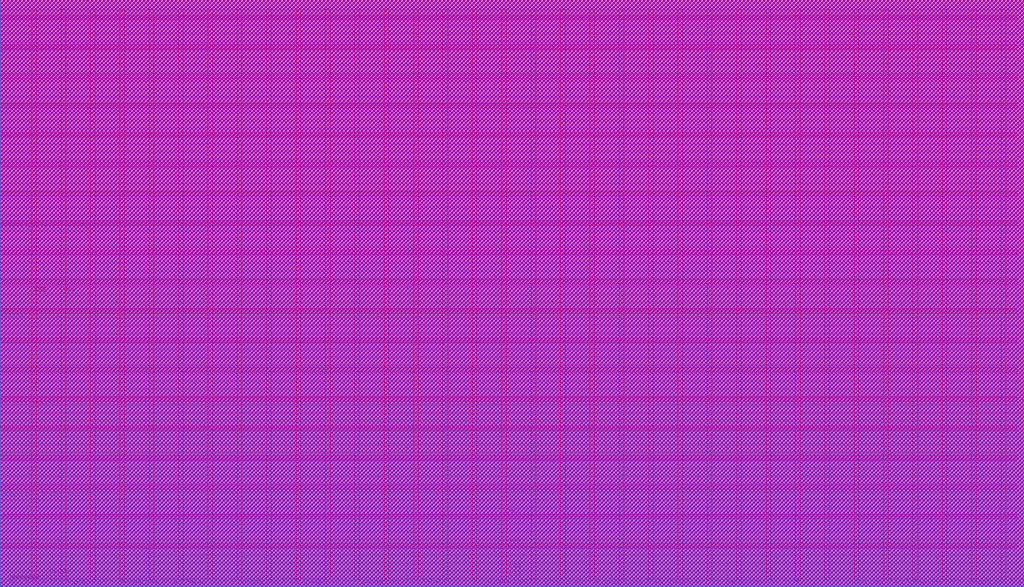
<source format=lef>
VERSION 5.8 ;
BUSBITCHARS "[]" ;
DIVIDERCHAR "/" ;
UNITS
    DATABASE MICRONS 1000 ;
END UNITS
MACRO test_lut_inst
  FOREIGN test_lut_inst 0 0 ;
  CLASS BLOCK ;
  ORIGIN 0 0 ;
  SIZE 352.05 BY 202 ;
  PIN VDD
    USE POWER ;
    DIRECTION INOUT ;
    PORT
      VIA 334.8 195.88 via4_1600x1600 ;
      VIA 314.6 195.88 via4_1600x1600 ;
      VIA 294.4 195.88 via4_1600x1600 ;
      VIA 274.2 195.88 via4_1600x1600 ;
      VIA 254 195.88 via4_1600x1600 ;
      VIA 233.8 195.88 via4_1600x1600 ;
      VIA 213.6 195.88 via4_1600x1600 ;
      VIA 193.4 195.88 via4_1600x1600 ;
      VIA 173.2 195.88 via4_1600x1600 ;
      VIA 153 195.88 via4_1600x1600 ;
      VIA 132.8 195.88 via4_1600x1600 ;
      VIA 112.6 195.88 via4_1600x1600 ;
      VIA 92.4 195.88 via4_1600x1600 ;
      VIA 72.2 195.88 via4_1600x1600 ;
      VIA 52 195.88 via4_1600x1600 ;
      VIA 31.8 195.88 via4_1600x1600 ;
      VIA 11.6 195.88 via4_1600x1600 ;
      VIA 334.8 175.68 via4_1600x1600 ;
      VIA 314.6 175.68 via4_1600x1600 ;
      VIA 294.4 175.68 via4_1600x1600 ;
      VIA 274.2 175.68 via4_1600x1600 ;
      VIA 254 175.68 via4_1600x1600 ;
      VIA 233.8 175.68 via4_1600x1600 ;
      VIA 213.6 175.68 via4_1600x1600 ;
      VIA 193.4 175.68 via4_1600x1600 ;
      VIA 173.2 175.68 via4_1600x1600 ;
      VIA 153 175.68 via4_1600x1600 ;
      VIA 132.8 175.68 via4_1600x1600 ;
      VIA 112.6 175.68 via4_1600x1600 ;
      VIA 92.4 175.68 via4_1600x1600 ;
      VIA 72.2 175.68 via4_1600x1600 ;
      VIA 52 175.68 via4_1600x1600 ;
      VIA 31.8 175.68 via4_1600x1600 ;
      VIA 11.6 175.68 via4_1600x1600 ;
      VIA 334.8 155.48 via4_1600x1600 ;
      VIA 314.6 155.48 via4_1600x1600 ;
      VIA 294.4 155.48 via4_1600x1600 ;
      VIA 274.2 155.48 via4_1600x1600 ;
      VIA 254 155.48 via4_1600x1600 ;
      VIA 233.8 155.48 via4_1600x1600 ;
      VIA 213.6 155.48 via4_1600x1600 ;
      VIA 193.4 155.48 via4_1600x1600 ;
      VIA 173.2 155.48 via4_1600x1600 ;
      VIA 153 155.48 via4_1600x1600 ;
      VIA 132.8 155.48 via4_1600x1600 ;
      VIA 112.6 155.48 via4_1600x1600 ;
      VIA 92.4 155.48 via4_1600x1600 ;
      VIA 72.2 155.48 via4_1600x1600 ;
      VIA 52 155.48 via4_1600x1600 ;
      VIA 31.8 155.48 via4_1600x1600 ;
      VIA 11.6 155.48 via4_1600x1600 ;
      VIA 334.8 135.28 via4_1600x1600 ;
      VIA 314.6 135.28 via4_1600x1600 ;
      VIA 294.4 135.28 via4_1600x1600 ;
      VIA 274.2 135.28 via4_1600x1600 ;
      VIA 254 135.28 via4_1600x1600 ;
      VIA 233.8 135.28 via4_1600x1600 ;
      VIA 213.6 135.28 via4_1600x1600 ;
      VIA 193.4 135.28 via4_1600x1600 ;
      VIA 173.2 135.28 via4_1600x1600 ;
      VIA 153 135.28 via4_1600x1600 ;
      VIA 132.8 135.28 via4_1600x1600 ;
      VIA 112.6 135.28 via4_1600x1600 ;
      VIA 92.4 135.28 via4_1600x1600 ;
      VIA 72.2 135.28 via4_1600x1600 ;
      VIA 52 135.28 via4_1600x1600 ;
      VIA 31.8 135.28 via4_1600x1600 ;
      VIA 11.6 135.28 via4_1600x1600 ;
      VIA 334.8 115.08 via4_1600x1600 ;
      VIA 314.6 115.08 via4_1600x1600 ;
      VIA 294.4 115.08 via4_1600x1600 ;
      VIA 274.2 115.08 via4_1600x1600 ;
      VIA 254 115.08 via4_1600x1600 ;
      VIA 233.8 115.08 via4_1600x1600 ;
      VIA 213.6 115.08 via4_1600x1600 ;
      VIA 193.4 115.08 via4_1600x1600 ;
      VIA 173.2 115.08 via4_1600x1600 ;
      VIA 153 115.08 via4_1600x1600 ;
      VIA 132.8 115.08 via4_1600x1600 ;
      VIA 112.6 115.08 via4_1600x1600 ;
      VIA 92.4 115.08 via4_1600x1600 ;
      VIA 72.2 115.08 via4_1600x1600 ;
      VIA 52 115.08 via4_1600x1600 ;
      VIA 31.8 115.08 via4_1600x1600 ;
      VIA 11.6 115.08 via4_1600x1600 ;
      VIA 334.8 94.88 via4_1600x1600 ;
      VIA 314.6 94.88 via4_1600x1600 ;
      VIA 294.4 94.88 via4_1600x1600 ;
      VIA 274.2 94.88 via4_1600x1600 ;
      VIA 254 94.88 via4_1600x1600 ;
      VIA 233.8 94.88 via4_1600x1600 ;
      VIA 213.6 94.88 via4_1600x1600 ;
      VIA 193.4 94.88 via4_1600x1600 ;
      VIA 173.2 94.88 via4_1600x1600 ;
      VIA 153 94.88 via4_1600x1600 ;
      VIA 132.8 94.88 via4_1600x1600 ;
      VIA 112.6 94.88 via4_1600x1600 ;
      VIA 92.4 94.88 via4_1600x1600 ;
      VIA 72.2 94.88 via4_1600x1600 ;
      VIA 52 94.88 via4_1600x1600 ;
      VIA 31.8 94.88 via4_1600x1600 ;
      VIA 11.6 94.88 via4_1600x1600 ;
      VIA 334.8 74.68 via4_1600x1600 ;
      VIA 314.6 74.68 via4_1600x1600 ;
      VIA 294.4 74.68 via4_1600x1600 ;
      VIA 274.2 74.68 via4_1600x1600 ;
      VIA 254 74.68 via4_1600x1600 ;
      VIA 233.8 74.68 via4_1600x1600 ;
      VIA 213.6 74.68 via4_1600x1600 ;
      VIA 193.4 74.68 via4_1600x1600 ;
      VIA 173.2 74.68 via4_1600x1600 ;
      VIA 153 74.68 via4_1600x1600 ;
      VIA 132.8 74.68 via4_1600x1600 ;
      VIA 112.6 74.68 via4_1600x1600 ;
      VIA 92.4 74.68 via4_1600x1600 ;
      VIA 72.2 74.68 via4_1600x1600 ;
      VIA 52 74.68 via4_1600x1600 ;
      VIA 31.8 74.68 via4_1600x1600 ;
      VIA 11.6 74.68 via4_1600x1600 ;
      VIA 334.8 54.48 via4_1600x1600 ;
      VIA 314.6 54.48 via4_1600x1600 ;
      VIA 294.4 54.48 via4_1600x1600 ;
      VIA 274.2 54.48 via4_1600x1600 ;
      VIA 254 54.48 via4_1600x1600 ;
      VIA 233.8 54.48 via4_1600x1600 ;
      VIA 213.6 54.48 via4_1600x1600 ;
      VIA 193.4 54.48 via4_1600x1600 ;
      VIA 173.2 54.48 via4_1600x1600 ;
      VIA 153 54.48 via4_1600x1600 ;
      VIA 132.8 54.48 via4_1600x1600 ;
      VIA 112.6 54.48 via4_1600x1600 ;
      VIA 92.4 54.48 via4_1600x1600 ;
      VIA 72.2 54.48 via4_1600x1600 ;
      VIA 52 54.48 via4_1600x1600 ;
      VIA 31.8 54.48 via4_1600x1600 ;
      VIA 11.6 54.48 via4_1600x1600 ;
      VIA 334.8 34.28 via4_1600x1600 ;
      VIA 314.6 34.28 via4_1600x1600 ;
      VIA 294.4 34.28 via4_1600x1600 ;
      VIA 274.2 34.28 via4_1600x1600 ;
      VIA 254 34.28 via4_1600x1600 ;
      VIA 233.8 34.28 via4_1600x1600 ;
      VIA 213.6 34.28 via4_1600x1600 ;
      VIA 193.4 34.28 via4_1600x1600 ;
      VIA 173.2 34.28 via4_1600x1600 ;
      VIA 153 34.28 via4_1600x1600 ;
      VIA 132.8 34.28 via4_1600x1600 ;
      VIA 112.6 34.28 via4_1600x1600 ;
      VIA 92.4 34.28 via4_1600x1600 ;
      VIA 72.2 34.28 via4_1600x1600 ;
      VIA 52 34.28 via4_1600x1600 ;
      VIA 31.8 34.28 via4_1600x1600 ;
      VIA 11.6 34.28 via4_1600x1600 ;
      VIA 334.8 14.08 via4_1600x1600 ;
      VIA 314.6 14.08 via4_1600x1600 ;
      VIA 294.4 14.08 via4_1600x1600 ;
      VIA 274.2 14.08 via4_1600x1600 ;
      VIA 254 14.08 via4_1600x1600 ;
      VIA 233.8 14.08 via4_1600x1600 ;
      VIA 213.6 14.08 via4_1600x1600 ;
      VIA 193.4 14.08 via4_1600x1600 ;
      VIA 173.2 14.08 via4_1600x1600 ;
      VIA 153 14.08 via4_1600x1600 ;
      VIA 132.8 14.08 via4_1600x1600 ;
      VIA 112.6 14.08 via4_1600x1600 ;
      VIA 92.4 14.08 via4_1600x1600 ;
      VIA 72.2 14.08 via4_1600x1600 ;
      VIA 52 14.08 via4_1600x1600 ;
      VIA 31.8 14.08 via4_1600x1600 ;
      VIA 11.6 14.08 via4_1600x1600 ;
      VIA 334.8 195.84 via3_1600x480 ;
      VIA 334.8 195.84 via2_1600x480 ;
      VIA 334.8 195.84 via_1600x480 ;
      VIA 314.6 195.84 via3_1600x480 ;
      VIA 314.6 195.84 via2_1600x480 ;
      VIA 314.6 195.84 via_1600x480 ;
      VIA 294.4 195.84 via3_1600x480 ;
      VIA 294.4 195.84 via2_1600x480 ;
      VIA 294.4 195.84 via_1600x480 ;
      VIA 274.2 195.84 via3_1600x480 ;
      VIA 274.2 195.84 via2_1600x480 ;
      VIA 274.2 195.84 via_1600x480 ;
      VIA 254 195.84 via3_1600x480 ;
      VIA 254 195.84 via2_1600x480 ;
      VIA 254 195.84 via_1600x480 ;
      VIA 233.8 195.84 via3_1600x480 ;
      VIA 233.8 195.84 via2_1600x480 ;
      VIA 233.8 195.84 via_1600x480 ;
      VIA 213.6 195.84 via3_1600x480 ;
      VIA 213.6 195.84 via2_1600x480 ;
      VIA 213.6 195.84 via_1600x480 ;
      VIA 193.4 195.84 via3_1600x480 ;
      VIA 193.4 195.84 via2_1600x480 ;
      VIA 193.4 195.84 via_1600x480 ;
      VIA 173.2 195.84 via3_1600x480 ;
      VIA 173.2 195.84 via2_1600x480 ;
      VIA 173.2 195.84 via_1600x480 ;
      VIA 153 195.84 via3_1600x480 ;
      VIA 153 195.84 via2_1600x480 ;
      VIA 153 195.84 via_1600x480 ;
      VIA 132.8 195.84 via3_1600x480 ;
      VIA 132.8 195.84 via2_1600x480 ;
      VIA 132.8 195.84 via_1600x480 ;
      VIA 112.6 195.84 via3_1600x480 ;
      VIA 112.6 195.84 via2_1600x480 ;
      VIA 112.6 195.84 via_1600x480 ;
      VIA 92.4 195.84 via3_1600x480 ;
      VIA 92.4 195.84 via2_1600x480 ;
      VIA 92.4 195.84 via_1600x480 ;
      VIA 72.2 195.84 via3_1600x480 ;
      VIA 72.2 195.84 via2_1600x480 ;
      VIA 72.2 195.84 via_1600x480 ;
      VIA 52 195.84 via3_1600x480 ;
      VIA 52 195.84 via2_1600x480 ;
      VIA 52 195.84 via_1600x480 ;
      VIA 31.8 195.84 via3_1600x480 ;
      VIA 31.8 195.84 via2_1600x480 ;
      VIA 31.8 195.84 via_1600x480 ;
      VIA 11.6 195.84 via3_1600x480 ;
      VIA 11.6 195.84 via2_1600x480 ;
      VIA 11.6 195.84 via_1600x480 ;
      VIA 334.8 190.4 via3_1600x480 ;
      VIA 334.8 190.4 via2_1600x480 ;
      VIA 334.8 190.4 via_1600x480 ;
      VIA 314.6 190.4 via3_1600x480 ;
      VIA 314.6 190.4 via2_1600x480 ;
      VIA 314.6 190.4 via_1600x480 ;
      VIA 294.4 190.4 via3_1600x480 ;
      VIA 294.4 190.4 via2_1600x480 ;
      VIA 294.4 190.4 via_1600x480 ;
      VIA 274.2 190.4 via3_1600x480 ;
      VIA 274.2 190.4 via2_1600x480 ;
      VIA 274.2 190.4 via_1600x480 ;
      VIA 254 190.4 via3_1600x480 ;
      VIA 254 190.4 via2_1600x480 ;
      VIA 254 190.4 via_1600x480 ;
      VIA 233.8 190.4 via3_1600x480 ;
      VIA 233.8 190.4 via2_1600x480 ;
      VIA 233.8 190.4 via_1600x480 ;
      VIA 213.6 190.4 via3_1600x480 ;
      VIA 213.6 190.4 via2_1600x480 ;
      VIA 213.6 190.4 via_1600x480 ;
      VIA 193.4 190.4 via3_1600x480 ;
      VIA 193.4 190.4 via2_1600x480 ;
      VIA 193.4 190.4 via_1600x480 ;
      VIA 173.2 190.4 via3_1600x480 ;
      VIA 173.2 190.4 via2_1600x480 ;
      VIA 173.2 190.4 via_1600x480 ;
      VIA 153 190.4 via3_1600x480 ;
      VIA 153 190.4 via2_1600x480 ;
      VIA 153 190.4 via_1600x480 ;
      VIA 132.8 190.4 via3_1600x480 ;
      VIA 132.8 190.4 via2_1600x480 ;
      VIA 132.8 190.4 via_1600x480 ;
      VIA 112.6 190.4 via3_1600x480 ;
      VIA 112.6 190.4 via2_1600x480 ;
      VIA 112.6 190.4 via_1600x480 ;
      VIA 92.4 190.4 via3_1600x480 ;
      VIA 92.4 190.4 via2_1600x480 ;
      VIA 92.4 190.4 via_1600x480 ;
      VIA 72.2 190.4 via3_1600x480 ;
      VIA 72.2 190.4 via2_1600x480 ;
      VIA 72.2 190.4 via_1600x480 ;
      VIA 52 190.4 via3_1600x480 ;
      VIA 52 190.4 via2_1600x480 ;
      VIA 52 190.4 via_1600x480 ;
      VIA 31.8 190.4 via3_1600x480 ;
      VIA 31.8 190.4 via2_1600x480 ;
      VIA 31.8 190.4 via_1600x480 ;
      VIA 11.6 190.4 via3_1600x480 ;
      VIA 11.6 190.4 via2_1600x480 ;
      VIA 11.6 190.4 via_1600x480 ;
      VIA 334.8 184.96 via3_1600x480 ;
      VIA 334.8 184.96 via2_1600x480 ;
      VIA 334.8 184.96 via_1600x480 ;
      VIA 314.6 184.96 via3_1600x480 ;
      VIA 314.6 184.96 via2_1600x480 ;
      VIA 314.6 184.96 via_1600x480 ;
      VIA 294.4 184.96 via3_1600x480 ;
      VIA 294.4 184.96 via2_1600x480 ;
      VIA 294.4 184.96 via_1600x480 ;
      VIA 274.2 184.96 via3_1600x480 ;
      VIA 274.2 184.96 via2_1600x480 ;
      VIA 274.2 184.96 via_1600x480 ;
      VIA 254 184.96 via3_1600x480 ;
      VIA 254 184.96 via2_1600x480 ;
      VIA 254 184.96 via_1600x480 ;
      VIA 233.8 184.96 via3_1600x480 ;
      VIA 233.8 184.96 via2_1600x480 ;
      VIA 233.8 184.96 via_1600x480 ;
      VIA 213.6 184.96 via3_1600x480 ;
      VIA 213.6 184.96 via2_1600x480 ;
      VIA 213.6 184.96 via_1600x480 ;
      VIA 193.4 184.96 via3_1600x480 ;
      VIA 193.4 184.96 via2_1600x480 ;
      VIA 193.4 184.96 via_1600x480 ;
      VIA 173.2 184.96 via3_1600x480 ;
      VIA 173.2 184.96 via2_1600x480 ;
      VIA 173.2 184.96 via_1600x480 ;
      VIA 153 184.96 via3_1600x480 ;
      VIA 153 184.96 via2_1600x480 ;
      VIA 153 184.96 via_1600x480 ;
      VIA 132.8 184.96 via3_1600x480 ;
      VIA 132.8 184.96 via2_1600x480 ;
      VIA 132.8 184.96 via_1600x480 ;
      VIA 112.6 184.96 via3_1600x480 ;
      VIA 112.6 184.96 via2_1600x480 ;
      VIA 112.6 184.96 via_1600x480 ;
      VIA 92.4 184.96 via3_1600x480 ;
      VIA 92.4 184.96 via2_1600x480 ;
      VIA 92.4 184.96 via_1600x480 ;
      VIA 72.2 184.96 via3_1600x480 ;
      VIA 72.2 184.96 via2_1600x480 ;
      VIA 72.2 184.96 via_1600x480 ;
      VIA 52 184.96 via3_1600x480 ;
      VIA 52 184.96 via2_1600x480 ;
      VIA 52 184.96 via_1600x480 ;
      VIA 31.8 184.96 via3_1600x480 ;
      VIA 31.8 184.96 via2_1600x480 ;
      VIA 31.8 184.96 via_1600x480 ;
      VIA 11.6 184.96 via3_1600x480 ;
      VIA 11.6 184.96 via2_1600x480 ;
      VIA 11.6 184.96 via_1600x480 ;
      VIA 334.8 179.52 via3_1600x480 ;
      VIA 334.8 179.52 via2_1600x480 ;
      VIA 334.8 179.52 via_1600x480 ;
      VIA 314.6 179.52 via3_1600x480 ;
      VIA 314.6 179.52 via2_1600x480 ;
      VIA 314.6 179.52 via_1600x480 ;
      VIA 294.4 179.52 via3_1600x480 ;
      VIA 294.4 179.52 via2_1600x480 ;
      VIA 294.4 179.52 via_1600x480 ;
      VIA 274.2 179.52 via3_1600x480 ;
      VIA 274.2 179.52 via2_1600x480 ;
      VIA 274.2 179.52 via_1600x480 ;
      VIA 254 179.52 via3_1600x480 ;
      VIA 254 179.52 via2_1600x480 ;
      VIA 254 179.52 via_1600x480 ;
      VIA 233.8 179.52 via3_1600x480 ;
      VIA 233.8 179.52 via2_1600x480 ;
      VIA 233.8 179.52 via_1600x480 ;
      VIA 213.6 179.52 via3_1600x480 ;
      VIA 213.6 179.52 via2_1600x480 ;
      VIA 213.6 179.52 via_1600x480 ;
      VIA 193.4 179.52 via3_1600x480 ;
      VIA 193.4 179.52 via2_1600x480 ;
      VIA 193.4 179.52 via_1600x480 ;
      VIA 173.2 179.52 via3_1600x480 ;
      VIA 173.2 179.52 via2_1600x480 ;
      VIA 173.2 179.52 via_1600x480 ;
      VIA 153 179.52 via3_1600x480 ;
      VIA 153 179.52 via2_1600x480 ;
      VIA 153 179.52 via_1600x480 ;
      VIA 132.8 179.52 via3_1600x480 ;
      VIA 132.8 179.52 via2_1600x480 ;
      VIA 132.8 179.52 via_1600x480 ;
      VIA 112.6 179.52 via3_1600x480 ;
      VIA 112.6 179.52 via2_1600x480 ;
      VIA 112.6 179.52 via_1600x480 ;
      VIA 92.4 179.52 via3_1600x480 ;
      VIA 92.4 179.52 via2_1600x480 ;
      VIA 92.4 179.52 via_1600x480 ;
      VIA 72.2 179.52 via3_1600x480 ;
      VIA 72.2 179.52 via2_1600x480 ;
      VIA 72.2 179.52 via_1600x480 ;
      VIA 52 179.52 via3_1600x480 ;
      VIA 52 179.52 via2_1600x480 ;
      VIA 52 179.52 via_1600x480 ;
      VIA 31.8 179.52 via3_1600x480 ;
      VIA 31.8 179.52 via2_1600x480 ;
      VIA 31.8 179.52 via_1600x480 ;
      VIA 11.6 179.52 via3_1600x480 ;
      VIA 11.6 179.52 via2_1600x480 ;
      VIA 11.6 179.52 via_1600x480 ;
      VIA 334.8 174.08 via3_1600x480 ;
      VIA 334.8 174.08 via2_1600x480 ;
      VIA 334.8 174.08 via_1600x480 ;
      VIA 314.6 174.08 via3_1600x480 ;
      VIA 314.6 174.08 via2_1600x480 ;
      VIA 314.6 174.08 via_1600x480 ;
      VIA 294.4 174.08 via3_1600x480 ;
      VIA 294.4 174.08 via2_1600x480 ;
      VIA 294.4 174.08 via_1600x480 ;
      VIA 274.2 174.08 via3_1600x480 ;
      VIA 274.2 174.08 via2_1600x480 ;
      VIA 274.2 174.08 via_1600x480 ;
      VIA 254 174.08 via3_1600x480 ;
      VIA 254 174.08 via2_1600x480 ;
      VIA 254 174.08 via_1600x480 ;
      VIA 233.8 174.08 via3_1600x480 ;
      VIA 233.8 174.08 via2_1600x480 ;
      VIA 233.8 174.08 via_1600x480 ;
      VIA 213.6 174.08 via3_1600x480 ;
      VIA 213.6 174.08 via2_1600x480 ;
      VIA 213.6 174.08 via_1600x480 ;
      VIA 193.4 174.08 via3_1600x480 ;
      VIA 193.4 174.08 via2_1600x480 ;
      VIA 193.4 174.08 via_1600x480 ;
      VIA 173.2 174.08 via3_1600x480 ;
      VIA 173.2 174.08 via2_1600x480 ;
      VIA 173.2 174.08 via_1600x480 ;
      VIA 153 174.08 via3_1600x480 ;
      VIA 153 174.08 via2_1600x480 ;
      VIA 153 174.08 via_1600x480 ;
      VIA 132.8 174.08 via3_1600x480 ;
      VIA 132.8 174.08 via2_1600x480 ;
      VIA 132.8 174.08 via_1600x480 ;
      VIA 112.6 174.08 via3_1600x480 ;
      VIA 112.6 174.08 via2_1600x480 ;
      VIA 112.6 174.08 via_1600x480 ;
      VIA 92.4 174.08 via3_1600x480 ;
      VIA 92.4 174.08 via2_1600x480 ;
      VIA 92.4 174.08 via_1600x480 ;
      VIA 72.2 174.08 via3_1600x480 ;
      VIA 72.2 174.08 via2_1600x480 ;
      VIA 72.2 174.08 via_1600x480 ;
      VIA 52 174.08 via3_1600x480 ;
      VIA 52 174.08 via2_1600x480 ;
      VIA 52 174.08 via_1600x480 ;
      VIA 31.8 174.08 via3_1600x480 ;
      VIA 31.8 174.08 via2_1600x480 ;
      VIA 31.8 174.08 via_1600x480 ;
      VIA 11.6 174.08 via3_1600x480 ;
      VIA 11.6 174.08 via2_1600x480 ;
      VIA 11.6 174.08 via_1600x480 ;
      VIA 334.8 168.64 via3_1600x480 ;
      VIA 334.8 168.64 via2_1600x480 ;
      VIA 334.8 168.64 via_1600x480 ;
      VIA 314.6 168.64 via3_1600x480 ;
      VIA 314.6 168.64 via2_1600x480 ;
      VIA 314.6 168.64 via_1600x480 ;
      VIA 294.4 168.64 via3_1600x480 ;
      VIA 294.4 168.64 via2_1600x480 ;
      VIA 294.4 168.64 via_1600x480 ;
      VIA 274.2 168.64 via3_1600x480 ;
      VIA 274.2 168.64 via2_1600x480 ;
      VIA 274.2 168.64 via_1600x480 ;
      VIA 254 168.64 via3_1600x480 ;
      VIA 254 168.64 via2_1600x480 ;
      VIA 254 168.64 via_1600x480 ;
      VIA 233.8 168.64 via3_1600x480 ;
      VIA 233.8 168.64 via2_1600x480 ;
      VIA 233.8 168.64 via_1600x480 ;
      VIA 213.6 168.64 via3_1600x480 ;
      VIA 213.6 168.64 via2_1600x480 ;
      VIA 213.6 168.64 via_1600x480 ;
      VIA 193.4 168.64 via3_1600x480 ;
      VIA 193.4 168.64 via2_1600x480 ;
      VIA 193.4 168.64 via_1600x480 ;
      VIA 173.2 168.64 via3_1600x480 ;
      VIA 173.2 168.64 via2_1600x480 ;
      VIA 173.2 168.64 via_1600x480 ;
      VIA 153 168.64 via3_1600x480 ;
      VIA 153 168.64 via2_1600x480 ;
      VIA 153 168.64 via_1600x480 ;
      VIA 132.8 168.64 via3_1600x480 ;
      VIA 132.8 168.64 via2_1600x480 ;
      VIA 132.8 168.64 via_1600x480 ;
      VIA 112.6 168.64 via3_1600x480 ;
      VIA 112.6 168.64 via2_1600x480 ;
      VIA 112.6 168.64 via_1600x480 ;
      VIA 92.4 168.64 via3_1600x480 ;
      VIA 92.4 168.64 via2_1600x480 ;
      VIA 92.4 168.64 via_1600x480 ;
      VIA 72.2 168.64 via3_1600x480 ;
      VIA 72.2 168.64 via2_1600x480 ;
      VIA 72.2 168.64 via_1600x480 ;
      VIA 52 168.64 via3_1600x480 ;
      VIA 52 168.64 via2_1600x480 ;
      VIA 52 168.64 via_1600x480 ;
      VIA 31.8 168.64 via3_1600x480 ;
      VIA 31.8 168.64 via2_1600x480 ;
      VIA 31.8 168.64 via_1600x480 ;
      VIA 11.6 168.64 via3_1600x480 ;
      VIA 11.6 168.64 via2_1600x480 ;
      VIA 11.6 168.64 via_1600x480 ;
      VIA 334.8 163.2 via3_1600x480 ;
      VIA 334.8 163.2 via2_1600x480 ;
      VIA 334.8 163.2 via_1600x480 ;
      VIA 314.6 163.2 via3_1600x480 ;
      VIA 314.6 163.2 via2_1600x480 ;
      VIA 314.6 163.2 via_1600x480 ;
      VIA 294.4 163.2 via3_1600x480 ;
      VIA 294.4 163.2 via2_1600x480 ;
      VIA 294.4 163.2 via_1600x480 ;
      VIA 274.2 163.2 via3_1600x480 ;
      VIA 274.2 163.2 via2_1600x480 ;
      VIA 274.2 163.2 via_1600x480 ;
      VIA 254 163.2 via3_1600x480 ;
      VIA 254 163.2 via2_1600x480 ;
      VIA 254 163.2 via_1600x480 ;
      VIA 233.8 163.2 via3_1600x480 ;
      VIA 233.8 163.2 via2_1600x480 ;
      VIA 233.8 163.2 via_1600x480 ;
      VIA 213.6 163.2 via3_1600x480 ;
      VIA 213.6 163.2 via2_1600x480 ;
      VIA 213.6 163.2 via_1600x480 ;
      VIA 193.4 163.2 via3_1600x480 ;
      VIA 193.4 163.2 via2_1600x480 ;
      VIA 193.4 163.2 via_1600x480 ;
      VIA 173.2 163.2 via3_1600x480 ;
      VIA 173.2 163.2 via2_1600x480 ;
      VIA 173.2 163.2 via_1600x480 ;
      VIA 153 163.2 via3_1600x480 ;
      VIA 153 163.2 via2_1600x480 ;
      VIA 153 163.2 via_1600x480 ;
      VIA 132.8 163.2 via3_1600x480 ;
      VIA 132.8 163.2 via2_1600x480 ;
      VIA 132.8 163.2 via_1600x480 ;
      VIA 112.6 163.2 via3_1600x480 ;
      VIA 112.6 163.2 via2_1600x480 ;
      VIA 112.6 163.2 via_1600x480 ;
      VIA 92.4 163.2 via3_1600x480 ;
      VIA 92.4 163.2 via2_1600x480 ;
      VIA 92.4 163.2 via_1600x480 ;
      VIA 72.2 163.2 via3_1600x480 ;
      VIA 72.2 163.2 via2_1600x480 ;
      VIA 72.2 163.2 via_1600x480 ;
      VIA 52 163.2 via3_1600x480 ;
      VIA 52 163.2 via2_1600x480 ;
      VIA 52 163.2 via_1600x480 ;
      VIA 31.8 163.2 via3_1600x480 ;
      VIA 31.8 163.2 via2_1600x480 ;
      VIA 31.8 163.2 via_1600x480 ;
      VIA 11.6 163.2 via3_1600x480 ;
      VIA 11.6 163.2 via2_1600x480 ;
      VIA 11.6 163.2 via_1600x480 ;
      VIA 334.8 157.76 via3_1600x480 ;
      VIA 334.8 157.76 via2_1600x480 ;
      VIA 334.8 157.76 via_1600x480 ;
      VIA 314.6 157.76 via3_1600x480 ;
      VIA 314.6 157.76 via2_1600x480 ;
      VIA 314.6 157.76 via_1600x480 ;
      VIA 294.4 157.76 via3_1600x480 ;
      VIA 294.4 157.76 via2_1600x480 ;
      VIA 294.4 157.76 via_1600x480 ;
      VIA 274.2 157.76 via3_1600x480 ;
      VIA 274.2 157.76 via2_1600x480 ;
      VIA 274.2 157.76 via_1600x480 ;
      VIA 254 157.76 via3_1600x480 ;
      VIA 254 157.76 via2_1600x480 ;
      VIA 254 157.76 via_1600x480 ;
      VIA 233.8 157.76 via3_1600x480 ;
      VIA 233.8 157.76 via2_1600x480 ;
      VIA 233.8 157.76 via_1600x480 ;
      VIA 213.6 157.76 via3_1600x480 ;
      VIA 213.6 157.76 via2_1600x480 ;
      VIA 213.6 157.76 via_1600x480 ;
      VIA 193.4 157.76 via3_1600x480 ;
      VIA 193.4 157.76 via2_1600x480 ;
      VIA 193.4 157.76 via_1600x480 ;
      VIA 173.2 157.76 via3_1600x480 ;
      VIA 173.2 157.76 via2_1600x480 ;
      VIA 173.2 157.76 via_1600x480 ;
      VIA 153 157.76 via3_1600x480 ;
      VIA 153 157.76 via2_1600x480 ;
      VIA 153 157.76 via_1600x480 ;
      VIA 132.8 157.76 via3_1600x480 ;
      VIA 132.8 157.76 via2_1600x480 ;
      VIA 132.8 157.76 via_1600x480 ;
      VIA 112.6 157.76 via3_1600x480 ;
      VIA 112.6 157.76 via2_1600x480 ;
      VIA 112.6 157.76 via_1600x480 ;
      VIA 92.4 157.76 via3_1600x480 ;
      VIA 92.4 157.76 via2_1600x480 ;
      VIA 92.4 157.76 via_1600x480 ;
      VIA 72.2 157.76 via3_1600x480 ;
      VIA 72.2 157.76 via2_1600x480 ;
      VIA 72.2 157.76 via_1600x480 ;
      VIA 52 157.76 via3_1600x480 ;
      VIA 52 157.76 via2_1600x480 ;
      VIA 52 157.76 via_1600x480 ;
      VIA 31.8 157.76 via3_1600x480 ;
      VIA 31.8 157.76 via2_1600x480 ;
      VIA 31.8 157.76 via_1600x480 ;
      VIA 11.6 157.76 via3_1600x480 ;
      VIA 11.6 157.76 via2_1600x480 ;
      VIA 11.6 157.76 via_1600x480 ;
      VIA 334.8 152.32 via3_1600x480 ;
      VIA 334.8 152.32 via2_1600x480 ;
      VIA 334.8 152.32 via_1600x480 ;
      VIA 314.6 152.32 via3_1600x480 ;
      VIA 314.6 152.32 via2_1600x480 ;
      VIA 314.6 152.32 via_1600x480 ;
      VIA 294.4 152.32 via3_1600x480 ;
      VIA 294.4 152.32 via2_1600x480 ;
      VIA 294.4 152.32 via_1600x480 ;
      VIA 274.2 152.32 via3_1600x480 ;
      VIA 274.2 152.32 via2_1600x480 ;
      VIA 274.2 152.32 via_1600x480 ;
      VIA 254 152.32 via3_1600x480 ;
      VIA 254 152.32 via2_1600x480 ;
      VIA 254 152.32 via_1600x480 ;
      VIA 233.8 152.32 via3_1600x480 ;
      VIA 233.8 152.32 via2_1600x480 ;
      VIA 233.8 152.32 via_1600x480 ;
      VIA 213.6 152.32 via3_1600x480 ;
      VIA 213.6 152.32 via2_1600x480 ;
      VIA 213.6 152.32 via_1600x480 ;
      VIA 193.4 152.32 via3_1600x480 ;
      VIA 193.4 152.32 via2_1600x480 ;
      VIA 193.4 152.32 via_1600x480 ;
      VIA 173.2 152.32 via3_1600x480 ;
      VIA 173.2 152.32 via2_1600x480 ;
      VIA 173.2 152.32 via_1600x480 ;
      VIA 153 152.32 via3_1600x480 ;
      VIA 153 152.32 via2_1600x480 ;
      VIA 153 152.32 via_1600x480 ;
      VIA 132.8 152.32 via3_1600x480 ;
      VIA 132.8 152.32 via2_1600x480 ;
      VIA 132.8 152.32 via_1600x480 ;
      VIA 112.6 152.32 via3_1600x480 ;
      VIA 112.6 152.32 via2_1600x480 ;
      VIA 112.6 152.32 via_1600x480 ;
      VIA 92.4 152.32 via3_1600x480 ;
      VIA 92.4 152.32 via2_1600x480 ;
      VIA 92.4 152.32 via_1600x480 ;
      VIA 72.2 152.32 via3_1600x480 ;
      VIA 72.2 152.32 via2_1600x480 ;
      VIA 72.2 152.32 via_1600x480 ;
      VIA 52 152.32 via3_1600x480 ;
      VIA 52 152.32 via2_1600x480 ;
      VIA 52 152.32 via_1600x480 ;
      VIA 31.8 152.32 via3_1600x480 ;
      VIA 31.8 152.32 via2_1600x480 ;
      VIA 31.8 152.32 via_1600x480 ;
      VIA 11.6 152.32 via3_1600x480 ;
      VIA 11.6 152.32 via2_1600x480 ;
      VIA 11.6 152.32 via_1600x480 ;
      VIA 334.8 146.88 via3_1600x480 ;
      VIA 334.8 146.88 via2_1600x480 ;
      VIA 334.8 146.88 via_1600x480 ;
      VIA 314.6 146.88 via3_1600x480 ;
      VIA 314.6 146.88 via2_1600x480 ;
      VIA 314.6 146.88 via_1600x480 ;
      VIA 294.4 146.88 via3_1600x480 ;
      VIA 294.4 146.88 via2_1600x480 ;
      VIA 294.4 146.88 via_1600x480 ;
      VIA 274.2 146.88 via3_1600x480 ;
      VIA 274.2 146.88 via2_1600x480 ;
      VIA 274.2 146.88 via_1600x480 ;
      VIA 254 146.88 via3_1600x480 ;
      VIA 254 146.88 via2_1600x480 ;
      VIA 254 146.88 via_1600x480 ;
      VIA 233.8 146.88 via3_1600x480 ;
      VIA 233.8 146.88 via2_1600x480 ;
      VIA 233.8 146.88 via_1600x480 ;
      VIA 213.6 146.88 via3_1600x480 ;
      VIA 213.6 146.88 via2_1600x480 ;
      VIA 213.6 146.88 via_1600x480 ;
      VIA 193.4 146.88 via3_1600x480 ;
      VIA 193.4 146.88 via2_1600x480 ;
      VIA 193.4 146.88 via_1600x480 ;
      VIA 173.2 146.88 via3_1600x480 ;
      VIA 173.2 146.88 via2_1600x480 ;
      VIA 173.2 146.88 via_1600x480 ;
      VIA 153 146.88 via3_1600x480 ;
      VIA 153 146.88 via2_1600x480 ;
      VIA 153 146.88 via_1600x480 ;
      VIA 132.8 146.88 via3_1600x480 ;
      VIA 132.8 146.88 via2_1600x480 ;
      VIA 132.8 146.88 via_1600x480 ;
      VIA 112.6 146.88 via3_1600x480 ;
      VIA 112.6 146.88 via2_1600x480 ;
      VIA 112.6 146.88 via_1600x480 ;
      VIA 92.4 146.88 via3_1600x480 ;
      VIA 92.4 146.88 via2_1600x480 ;
      VIA 92.4 146.88 via_1600x480 ;
      VIA 72.2 146.88 via3_1600x480 ;
      VIA 72.2 146.88 via2_1600x480 ;
      VIA 72.2 146.88 via_1600x480 ;
      VIA 52 146.88 via3_1600x480 ;
      VIA 52 146.88 via2_1600x480 ;
      VIA 52 146.88 via_1600x480 ;
      VIA 31.8 146.88 via3_1600x480 ;
      VIA 31.8 146.88 via2_1600x480 ;
      VIA 31.8 146.88 via_1600x480 ;
      VIA 11.6 146.88 via3_1600x480 ;
      VIA 11.6 146.88 via2_1600x480 ;
      VIA 11.6 146.88 via_1600x480 ;
      VIA 334.8 141.44 via3_1600x480 ;
      VIA 334.8 141.44 via2_1600x480 ;
      VIA 334.8 141.44 via_1600x480 ;
      VIA 314.6 141.44 via3_1600x480 ;
      VIA 314.6 141.44 via2_1600x480 ;
      VIA 314.6 141.44 via_1600x480 ;
      VIA 294.4 141.44 via3_1600x480 ;
      VIA 294.4 141.44 via2_1600x480 ;
      VIA 294.4 141.44 via_1600x480 ;
      VIA 274.2 141.44 via3_1600x480 ;
      VIA 274.2 141.44 via2_1600x480 ;
      VIA 274.2 141.44 via_1600x480 ;
      VIA 254 141.44 via3_1600x480 ;
      VIA 254 141.44 via2_1600x480 ;
      VIA 254 141.44 via_1600x480 ;
      VIA 233.8 141.44 via3_1600x480 ;
      VIA 233.8 141.44 via2_1600x480 ;
      VIA 233.8 141.44 via_1600x480 ;
      VIA 213.6 141.44 via3_1600x480 ;
      VIA 213.6 141.44 via2_1600x480 ;
      VIA 213.6 141.44 via_1600x480 ;
      VIA 193.4 141.44 via3_1600x480 ;
      VIA 193.4 141.44 via2_1600x480 ;
      VIA 193.4 141.44 via_1600x480 ;
      VIA 173.2 141.44 via3_1600x480 ;
      VIA 173.2 141.44 via2_1600x480 ;
      VIA 173.2 141.44 via_1600x480 ;
      VIA 153 141.44 via3_1600x480 ;
      VIA 153 141.44 via2_1600x480 ;
      VIA 153 141.44 via_1600x480 ;
      VIA 132.8 141.44 via3_1600x480 ;
      VIA 132.8 141.44 via2_1600x480 ;
      VIA 132.8 141.44 via_1600x480 ;
      VIA 112.6 141.44 via3_1600x480 ;
      VIA 112.6 141.44 via2_1600x480 ;
      VIA 112.6 141.44 via_1600x480 ;
      VIA 92.4 141.44 via3_1600x480 ;
      VIA 92.4 141.44 via2_1600x480 ;
      VIA 92.4 141.44 via_1600x480 ;
      VIA 72.2 141.44 via3_1600x480 ;
      VIA 72.2 141.44 via2_1600x480 ;
      VIA 72.2 141.44 via_1600x480 ;
      VIA 52 141.44 via3_1600x480 ;
      VIA 52 141.44 via2_1600x480 ;
      VIA 52 141.44 via_1600x480 ;
      VIA 31.8 141.44 via3_1600x480 ;
      VIA 31.8 141.44 via2_1600x480 ;
      VIA 31.8 141.44 via_1600x480 ;
      VIA 11.6 141.44 via3_1600x480 ;
      VIA 11.6 141.44 via2_1600x480 ;
      VIA 11.6 141.44 via_1600x480 ;
      VIA 334.8 136 via3_1600x480 ;
      VIA 334.8 136 via2_1600x480 ;
      VIA 334.8 136 via_1600x480 ;
      VIA 314.6 136 via3_1600x480 ;
      VIA 314.6 136 via2_1600x480 ;
      VIA 314.6 136 via_1600x480 ;
      VIA 294.4 136 via3_1600x480 ;
      VIA 294.4 136 via2_1600x480 ;
      VIA 294.4 136 via_1600x480 ;
      VIA 274.2 136 via3_1600x480 ;
      VIA 274.2 136 via2_1600x480 ;
      VIA 274.2 136 via_1600x480 ;
      VIA 254 136 via3_1600x480 ;
      VIA 254 136 via2_1600x480 ;
      VIA 254 136 via_1600x480 ;
      VIA 233.8 136 via3_1600x480 ;
      VIA 233.8 136 via2_1600x480 ;
      VIA 233.8 136 via_1600x480 ;
      VIA 213.6 136 via3_1600x480 ;
      VIA 213.6 136 via2_1600x480 ;
      VIA 213.6 136 via_1600x480 ;
      VIA 193.4 136 via3_1600x480 ;
      VIA 193.4 136 via2_1600x480 ;
      VIA 193.4 136 via_1600x480 ;
      VIA 173.2 136 via3_1600x480 ;
      VIA 173.2 136 via2_1600x480 ;
      VIA 173.2 136 via_1600x480 ;
      VIA 153 136 via3_1600x480 ;
      VIA 153 136 via2_1600x480 ;
      VIA 153 136 via_1600x480 ;
      VIA 132.8 136 via3_1600x480 ;
      VIA 132.8 136 via2_1600x480 ;
      VIA 132.8 136 via_1600x480 ;
      VIA 112.6 136 via3_1600x480 ;
      VIA 112.6 136 via2_1600x480 ;
      VIA 112.6 136 via_1600x480 ;
      VIA 92.4 136 via3_1600x480 ;
      VIA 92.4 136 via2_1600x480 ;
      VIA 92.4 136 via_1600x480 ;
      VIA 72.2 136 via3_1600x480 ;
      VIA 72.2 136 via2_1600x480 ;
      VIA 72.2 136 via_1600x480 ;
      VIA 52 136 via3_1600x480 ;
      VIA 52 136 via2_1600x480 ;
      VIA 52 136 via_1600x480 ;
      VIA 31.8 136 via3_1600x480 ;
      VIA 31.8 136 via2_1600x480 ;
      VIA 31.8 136 via_1600x480 ;
      VIA 11.6 136 via3_1600x480 ;
      VIA 11.6 136 via2_1600x480 ;
      VIA 11.6 136 via_1600x480 ;
      VIA 334.8 130.56 via3_1600x480 ;
      VIA 334.8 130.56 via2_1600x480 ;
      VIA 334.8 130.56 via_1600x480 ;
      VIA 314.6 130.56 via3_1600x480 ;
      VIA 314.6 130.56 via2_1600x480 ;
      VIA 314.6 130.56 via_1600x480 ;
      VIA 294.4 130.56 via3_1600x480 ;
      VIA 294.4 130.56 via2_1600x480 ;
      VIA 294.4 130.56 via_1600x480 ;
      VIA 274.2 130.56 via3_1600x480 ;
      VIA 274.2 130.56 via2_1600x480 ;
      VIA 274.2 130.56 via_1600x480 ;
      VIA 254 130.56 via3_1600x480 ;
      VIA 254 130.56 via2_1600x480 ;
      VIA 254 130.56 via_1600x480 ;
      VIA 233.8 130.56 via3_1600x480 ;
      VIA 233.8 130.56 via2_1600x480 ;
      VIA 233.8 130.56 via_1600x480 ;
      VIA 213.6 130.56 via3_1600x480 ;
      VIA 213.6 130.56 via2_1600x480 ;
      VIA 213.6 130.56 via_1600x480 ;
      VIA 193.4 130.56 via3_1600x480 ;
      VIA 193.4 130.56 via2_1600x480 ;
      VIA 193.4 130.56 via_1600x480 ;
      VIA 173.2 130.56 via3_1600x480 ;
      VIA 173.2 130.56 via2_1600x480 ;
      VIA 173.2 130.56 via_1600x480 ;
      VIA 153 130.56 via3_1600x480 ;
      VIA 153 130.56 via2_1600x480 ;
      VIA 153 130.56 via_1600x480 ;
      VIA 132.8 130.56 via3_1600x480 ;
      VIA 132.8 130.56 via2_1600x480 ;
      VIA 132.8 130.56 via_1600x480 ;
      VIA 112.6 130.56 via3_1600x480 ;
      VIA 112.6 130.56 via2_1600x480 ;
      VIA 112.6 130.56 via_1600x480 ;
      VIA 92.4 130.56 via3_1600x480 ;
      VIA 92.4 130.56 via2_1600x480 ;
      VIA 92.4 130.56 via_1600x480 ;
      VIA 72.2 130.56 via3_1600x480 ;
      VIA 72.2 130.56 via2_1600x480 ;
      VIA 72.2 130.56 via_1600x480 ;
      VIA 52 130.56 via3_1600x480 ;
      VIA 52 130.56 via2_1600x480 ;
      VIA 52 130.56 via_1600x480 ;
      VIA 31.8 130.56 via3_1600x480 ;
      VIA 31.8 130.56 via2_1600x480 ;
      VIA 31.8 130.56 via_1600x480 ;
      VIA 11.6 130.56 via3_1600x480 ;
      VIA 11.6 130.56 via2_1600x480 ;
      VIA 11.6 130.56 via_1600x480 ;
      VIA 334.8 125.12 via3_1600x480 ;
      VIA 334.8 125.12 via2_1600x480 ;
      VIA 334.8 125.12 via_1600x480 ;
      VIA 314.6 125.12 via3_1600x480 ;
      VIA 314.6 125.12 via2_1600x480 ;
      VIA 314.6 125.12 via_1600x480 ;
      VIA 294.4 125.12 via3_1600x480 ;
      VIA 294.4 125.12 via2_1600x480 ;
      VIA 294.4 125.12 via_1600x480 ;
      VIA 274.2 125.12 via3_1600x480 ;
      VIA 274.2 125.12 via2_1600x480 ;
      VIA 274.2 125.12 via_1600x480 ;
      VIA 254 125.12 via3_1600x480 ;
      VIA 254 125.12 via2_1600x480 ;
      VIA 254 125.12 via_1600x480 ;
      VIA 233.8 125.12 via3_1600x480 ;
      VIA 233.8 125.12 via2_1600x480 ;
      VIA 233.8 125.12 via_1600x480 ;
      VIA 213.6 125.12 via3_1600x480 ;
      VIA 213.6 125.12 via2_1600x480 ;
      VIA 213.6 125.12 via_1600x480 ;
      VIA 193.4 125.12 via3_1600x480 ;
      VIA 193.4 125.12 via2_1600x480 ;
      VIA 193.4 125.12 via_1600x480 ;
      VIA 173.2 125.12 via3_1600x480 ;
      VIA 173.2 125.12 via2_1600x480 ;
      VIA 173.2 125.12 via_1600x480 ;
      VIA 153 125.12 via3_1600x480 ;
      VIA 153 125.12 via2_1600x480 ;
      VIA 153 125.12 via_1600x480 ;
      VIA 132.8 125.12 via3_1600x480 ;
      VIA 132.8 125.12 via2_1600x480 ;
      VIA 132.8 125.12 via_1600x480 ;
      VIA 112.6 125.12 via3_1600x480 ;
      VIA 112.6 125.12 via2_1600x480 ;
      VIA 112.6 125.12 via_1600x480 ;
      VIA 92.4 125.12 via3_1600x480 ;
      VIA 92.4 125.12 via2_1600x480 ;
      VIA 92.4 125.12 via_1600x480 ;
      VIA 72.2 125.12 via3_1600x480 ;
      VIA 72.2 125.12 via2_1600x480 ;
      VIA 72.2 125.12 via_1600x480 ;
      VIA 52 125.12 via3_1600x480 ;
      VIA 52 125.12 via2_1600x480 ;
      VIA 52 125.12 via_1600x480 ;
      VIA 31.8 125.12 via3_1600x480 ;
      VIA 31.8 125.12 via2_1600x480 ;
      VIA 31.8 125.12 via_1600x480 ;
      VIA 11.6 125.12 via3_1600x480 ;
      VIA 11.6 125.12 via2_1600x480 ;
      VIA 11.6 125.12 via_1600x480 ;
      VIA 334.8 119.68 via3_1600x480 ;
      VIA 334.8 119.68 via2_1600x480 ;
      VIA 334.8 119.68 via_1600x480 ;
      VIA 314.6 119.68 via3_1600x480 ;
      VIA 314.6 119.68 via2_1600x480 ;
      VIA 314.6 119.68 via_1600x480 ;
      VIA 294.4 119.68 via3_1600x480 ;
      VIA 294.4 119.68 via2_1600x480 ;
      VIA 294.4 119.68 via_1600x480 ;
      VIA 274.2 119.68 via3_1600x480 ;
      VIA 274.2 119.68 via2_1600x480 ;
      VIA 274.2 119.68 via_1600x480 ;
      VIA 254 119.68 via3_1600x480 ;
      VIA 254 119.68 via2_1600x480 ;
      VIA 254 119.68 via_1600x480 ;
      VIA 233.8 119.68 via3_1600x480 ;
      VIA 233.8 119.68 via2_1600x480 ;
      VIA 233.8 119.68 via_1600x480 ;
      VIA 213.6 119.68 via3_1600x480 ;
      VIA 213.6 119.68 via2_1600x480 ;
      VIA 213.6 119.68 via_1600x480 ;
      VIA 193.4 119.68 via3_1600x480 ;
      VIA 193.4 119.68 via2_1600x480 ;
      VIA 193.4 119.68 via_1600x480 ;
      VIA 173.2 119.68 via3_1600x480 ;
      VIA 173.2 119.68 via2_1600x480 ;
      VIA 173.2 119.68 via_1600x480 ;
      VIA 153 119.68 via3_1600x480 ;
      VIA 153 119.68 via2_1600x480 ;
      VIA 153 119.68 via_1600x480 ;
      VIA 132.8 119.68 via3_1600x480 ;
      VIA 132.8 119.68 via2_1600x480 ;
      VIA 132.8 119.68 via_1600x480 ;
      VIA 112.6 119.68 via3_1600x480 ;
      VIA 112.6 119.68 via2_1600x480 ;
      VIA 112.6 119.68 via_1600x480 ;
      VIA 92.4 119.68 via3_1600x480 ;
      VIA 92.4 119.68 via2_1600x480 ;
      VIA 92.4 119.68 via_1600x480 ;
      VIA 72.2 119.68 via3_1600x480 ;
      VIA 72.2 119.68 via2_1600x480 ;
      VIA 72.2 119.68 via_1600x480 ;
      VIA 52 119.68 via3_1600x480 ;
      VIA 52 119.68 via2_1600x480 ;
      VIA 52 119.68 via_1600x480 ;
      VIA 31.8 119.68 via3_1600x480 ;
      VIA 31.8 119.68 via2_1600x480 ;
      VIA 31.8 119.68 via_1600x480 ;
      VIA 11.6 119.68 via3_1600x480 ;
      VIA 11.6 119.68 via2_1600x480 ;
      VIA 11.6 119.68 via_1600x480 ;
      VIA 334.8 114.24 via3_1600x480 ;
      VIA 334.8 114.24 via2_1600x480 ;
      VIA 334.8 114.24 via_1600x480 ;
      VIA 314.6 114.24 via3_1600x480 ;
      VIA 314.6 114.24 via2_1600x480 ;
      VIA 314.6 114.24 via_1600x480 ;
      VIA 294.4 114.24 via3_1600x480 ;
      VIA 294.4 114.24 via2_1600x480 ;
      VIA 294.4 114.24 via_1600x480 ;
      VIA 274.2 114.24 via3_1600x480 ;
      VIA 274.2 114.24 via2_1600x480 ;
      VIA 274.2 114.24 via_1600x480 ;
      VIA 254 114.24 via3_1600x480 ;
      VIA 254 114.24 via2_1600x480 ;
      VIA 254 114.24 via_1600x480 ;
      VIA 233.8 114.24 via3_1600x480 ;
      VIA 233.8 114.24 via2_1600x480 ;
      VIA 233.8 114.24 via_1600x480 ;
      VIA 213.6 114.24 via3_1600x480 ;
      VIA 213.6 114.24 via2_1600x480 ;
      VIA 213.6 114.24 via_1600x480 ;
      VIA 193.4 114.24 via3_1600x480 ;
      VIA 193.4 114.24 via2_1600x480 ;
      VIA 193.4 114.24 via_1600x480 ;
      VIA 173.2 114.24 via3_1600x480 ;
      VIA 173.2 114.24 via2_1600x480 ;
      VIA 173.2 114.24 via_1600x480 ;
      VIA 153 114.24 via3_1600x480 ;
      VIA 153 114.24 via2_1600x480 ;
      VIA 153 114.24 via_1600x480 ;
      VIA 132.8 114.24 via3_1600x480 ;
      VIA 132.8 114.24 via2_1600x480 ;
      VIA 132.8 114.24 via_1600x480 ;
      VIA 112.6 114.24 via3_1600x480 ;
      VIA 112.6 114.24 via2_1600x480 ;
      VIA 112.6 114.24 via_1600x480 ;
      VIA 92.4 114.24 via3_1600x480 ;
      VIA 92.4 114.24 via2_1600x480 ;
      VIA 92.4 114.24 via_1600x480 ;
      VIA 72.2 114.24 via3_1600x480 ;
      VIA 72.2 114.24 via2_1600x480 ;
      VIA 72.2 114.24 via_1600x480 ;
      VIA 52 114.24 via3_1600x480 ;
      VIA 52 114.24 via2_1600x480 ;
      VIA 52 114.24 via_1600x480 ;
      VIA 31.8 114.24 via3_1600x480 ;
      VIA 31.8 114.24 via2_1600x480 ;
      VIA 31.8 114.24 via_1600x480 ;
      VIA 11.6 114.24 via3_1600x480 ;
      VIA 11.6 114.24 via2_1600x480 ;
      VIA 11.6 114.24 via_1600x480 ;
      VIA 334.8 108.8 via3_1600x480 ;
      VIA 334.8 108.8 via2_1600x480 ;
      VIA 334.8 108.8 via_1600x480 ;
      VIA 314.6 108.8 via3_1600x480 ;
      VIA 314.6 108.8 via2_1600x480 ;
      VIA 314.6 108.8 via_1600x480 ;
      VIA 294.4 108.8 via3_1600x480 ;
      VIA 294.4 108.8 via2_1600x480 ;
      VIA 294.4 108.8 via_1600x480 ;
      VIA 274.2 108.8 via3_1600x480 ;
      VIA 274.2 108.8 via2_1600x480 ;
      VIA 274.2 108.8 via_1600x480 ;
      VIA 254 108.8 via3_1600x480 ;
      VIA 254 108.8 via2_1600x480 ;
      VIA 254 108.8 via_1600x480 ;
      VIA 233.8 108.8 via3_1600x480 ;
      VIA 233.8 108.8 via2_1600x480 ;
      VIA 233.8 108.8 via_1600x480 ;
      VIA 213.6 108.8 via3_1600x480 ;
      VIA 213.6 108.8 via2_1600x480 ;
      VIA 213.6 108.8 via_1600x480 ;
      VIA 193.4 108.8 via3_1600x480 ;
      VIA 193.4 108.8 via2_1600x480 ;
      VIA 193.4 108.8 via_1600x480 ;
      VIA 173.2 108.8 via3_1600x480 ;
      VIA 173.2 108.8 via2_1600x480 ;
      VIA 173.2 108.8 via_1600x480 ;
      VIA 153 108.8 via3_1600x480 ;
      VIA 153 108.8 via2_1600x480 ;
      VIA 153 108.8 via_1600x480 ;
      VIA 132.8 108.8 via3_1600x480 ;
      VIA 132.8 108.8 via2_1600x480 ;
      VIA 132.8 108.8 via_1600x480 ;
      VIA 112.6 108.8 via3_1600x480 ;
      VIA 112.6 108.8 via2_1600x480 ;
      VIA 112.6 108.8 via_1600x480 ;
      VIA 92.4 108.8 via3_1600x480 ;
      VIA 92.4 108.8 via2_1600x480 ;
      VIA 92.4 108.8 via_1600x480 ;
      VIA 72.2 108.8 via3_1600x480 ;
      VIA 72.2 108.8 via2_1600x480 ;
      VIA 72.2 108.8 via_1600x480 ;
      VIA 52 108.8 via3_1600x480 ;
      VIA 52 108.8 via2_1600x480 ;
      VIA 52 108.8 via_1600x480 ;
      VIA 31.8 108.8 via3_1600x480 ;
      VIA 31.8 108.8 via2_1600x480 ;
      VIA 31.8 108.8 via_1600x480 ;
      VIA 11.6 108.8 via3_1600x480 ;
      VIA 11.6 108.8 via2_1600x480 ;
      VIA 11.6 108.8 via_1600x480 ;
      VIA 334.8 103.36 via3_1600x480 ;
      VIA 334.8 103.36 via2_1600x480 ;
      VIA 334.8 103.36 via_1600x480 ;
      VIA 314.6 103.36 via3_1600x480 ;
      VIA 314.6 103.36 via2_1600x480 ;
      VIA 314.6 103.36 via_1600x480 ;
      VIA 294.4 103.36 via3_1600x480 ;
      VIA 294.4 103.36 via2_1600x480 ;
      VIA 294.4 103.36 via_1600x480 ;
      VIA 274.2 103.36 via3_1600x480 ;
      VIA 274.2 103.36 via2_1600x480 ;
      VIA 274.2 103.36 via_1600x480 ;
      VIA 254 103.36 via3_1600x480 ;
      VIA 254 103.36 via2_1600x480 ;
      VIA 254 103.36 via_1600x480 ;
      VIA 233.8 103.36 via3_1600x480 ;
      VIA 233.8 103.36 via2_1600x480 ;
      VIA 233.8 103.36 via_1600x480 ;
      VIA 213.6 103.36 via3_1600x480 ;
      VIA 213.6 103.36 via2_1600x480 ;
      VIA 213.6 103.36 via_1600x480 ;
      VIA 193.4 103.36 via3_1600x480 ;
      VIA 193.4 103.36 via2_1600x480 ;
      VIA 193.4 103.36 via_1600x480 ;
      VIA 173.2 103.36 via3_1600x480 ;
      VIA 173.2 103.36 via2_1600x480 ;
      VIA 173.2 103.36 via_1600x480 ;
      VIA 153 103.36 via3_1600x480 ;
      VIA 153 103.36 via2_1600x480 ;
      VIA 153 103.36 via_1600x480 ;
      VIA 132.8 103.36 via3_1600x480 ;
      VIA 132.8 103.36 via2_1600x480 ;
      VIA 132.8 103.36 via_1600x480 ;
      VIA 112.6 103.36 via3_1600x480 ;
      VIA 112.6 103.36 via2_1600x480 ;
      VIA 112.6 103.36 via_1600x480 ;
      VIA 92.4 103.36 via3_1600x480 ;
      VIA 92.4 103.36 via2_1600x480 ;
      VIA 92.4 103.36 via_1600x480 ;
      VIA 72.2 103.36 via3_1600x480 ;
      VIA 72.2 103.36 via2_1600x480 ;
      VIA 72.2 103.36 via_1600x480 ;
      VIA 52 103.36 via3_1600x480 ;
      VIA 52 103.36 via2_1600x480 ;
      VIA 52 103.36 via_1600x480 ;
      VIA 31.8 103.36 via3_1600x480 ;
      VIA 31.8 103.36 via2_1600x480 ;
      VIA 31.8 103.36 via_1600x480 ;
      VIA 11.6 103.36 via3_1600x480 ;
      VIA 11.6 103.36 via2_1600x480 ;
      VIA 11.6 103.36 via_1600x480 ;
      VIA 334.8 97.92 via3_1600x480 ;
      VIA 334.8 97.92 via2_1600x480 ;
      VIA 334.8 97.92 via_1600x480 ;
      VIA 314.6 97.92 via3_1600x480 ;
      VIA 314.6 97.92 via2_1600x480 ;
      VIA 314.6 97.92 via_1600x480 ;
      VIA 294.4 97.92 via3_1600x480 ;
      VIA 294.4 97.92 via2_1600x480 ;
      VIA 294.4 97.92 via_1600x480 ;
      VIA 274.2 97.92 via3_1600x480 ;
      VIA 274.2 97.92 via2_1600x480 ;
      VIA 274.2 97.92 via_1600x480 ;
      VIA 254 97.92 via3_1600x480 ;
      VIA 254 97.92 via2_1600x480 ;
      VIA 254 97.92 via_1600x480 ;
      VIA 233.8 97.92 via3_1600x480 ;
      VIA 233.8 97.92 via2_1600x480 ;
      VIA 233.8 97.92 via_1600x480 ;
      VIA 213.6 97.92 via3_1600x480 ;
      VIA 213.6 97.92 via2_1600x480 ;
      VIA 213.6 97.92 via_1600x480 ;
      VIA 193.4 97.92 via3_1600x480 ;
      VIA 193.4 97.92 via2_1600x480 ;
      VIA 193.4 97.92 via_1600x480 ;
      VIA 173.2 97.92 via3_1600x480 ;
      VIA 173.2 97.92 via2_1600x480 ;
      VIA 173.2 97.92 via_1600x480 ;
      VIA 153 97.92 via3_1600x480 ;
      VIA 153 97.92 via2_1600x480 ;
      VIA 153 97.92 via_1600x480 ;
      VIA 132.8 97.92 via3_1600x480 ;
      VIA 132.8 97.92 via2_1600x480 ;
      VIA 132.8 97.92 via_1600x480 ;
      VIA 112.6 97.92 via3_1600x480 ;
      VIA 112.6 97.92 via2_1600x480 ;
      VIA 112.6 97.92 via_1600x480 ;
      VIA 92.4 97.92 via3_1600x480 ;
      VIA 92.4 97.92 via2_1600x480 ;
      VIA 92.4 97.92 via_1600x480 ;
      VIA 72.2 97.92 via3_1600x480 ;
      VIA 72.2 97.92 via2_1600x480 ;
      VIA 72.2 97.92 via_1600x480 ;
      VIA 52 97.92 via3_1600x480 ;
      VIA 52 97.92 via2_1600x480 ;
      VIA 52 97.92 via_1600x480 ;
      VIA 31.8 97.92 via3_1600x480 ;
      VIA 31.8 97.92 via2_1600x480 ;
      VIA 31.8 97.92 via_1600x480 ;
      VIA 11.6 97.92 via3_1600x480 ;
      VIA 11.6 97.92 via2_1600x480 ;
      VIA 11.6 97.92 via_1600x480 ;
      VIA 334.8 92.48 via3_1600x480 ;
      VIA 334.8 92.48 via2_1600x480 ;
      VIA 334.8 92.48 via_1600x480 ;
      VIA 314.6 92.48 via3_1600x480 ;
      VIA 314.6 92.48 via2_1600x480 ;
      VIA 314.6 92.48 via_1600x480 ;
      VIA 294.4 92.48 via3_1600x480 ;
      VIA 294.4 92.48 via2_1600x480 ;
      VIA 294.4 92.48 via_1600x480 ;
      VIA 274.2 92.48 via3_1600x480 ;
      VIA 274.2 92.48 via2_1600x480 ;
      VIA 274.2 92.48 via_1600x480 ;
      VIA 254 92.48 via3_1600x480 ;
      VIA 254 92.48 via2_1600x480 ;
      VIA 254 92.48 via_1600x480 ;
      VIA 233.8 92.48 via3_1600x480 ;
      VIA 233.8 92.48 via2_1600x480 ;
      VIA 233.8 92.48 via_1600x480 ;
      VIA 213.6 92.48 via3_1600x480 ;
      VIA 213.6 92.48 via2_1600x480 ;
      VIA 213.6 92.48 via_1600x480 ;
      VIA 193.4 92.48 via3_1600x480 ;
      VIA 193.4 92.48 via2_1600x480 ;
      VIA 193.4 92.48 via_1600x480 ;
      VIA 173.2 92.48 via3_1600x480 ;
      VIA 173.2 92.48 via2_1600x480 ;
      VIA 173.2 92.48 via_1600x480 ;
      VIA 153 92.48 via3_1600x480 ;
      VIA 153 92.48 via2_1600x480 ;
      VIA 153 92.48 via_1600x480 ;
      VIA 132.8 92.48 via3_1600x480 ;
      VIA 132.8 92.48 via2_1600x480 ;
      VIA 132.8 92.48 via_1600x480 ;
      VIA 112.6 92.48 via3_1600x480 ;
      VIA 112.6 92.48 via2_1600x480 ;
      VIA 112.6 92.48 via_1600x480 ;
      VIA 92.4 92.48 via3_1600x480 ;
      VIA 92.4 92.48 via2_1600x480 ;
      VIA 92.4 92.48 via_1600x480 ;
      VIA 72.2 92.48 via3_1600x480 ;
      VIA 72.2 92.48 via2_1600x480 ;
      VIA 72.2 92.48 via_1600x480 ;
      VIA 52 92.48 via3_1600x480 ;
      VIA 52 92.48 via2_1600x480 ;
      VIA 52 92.48 via_1600x480 ;
      VIA 31.8 92.48 via3_1600x480 ;
      VIA 31.8 92.48 via2_1600x480 ;
      VIA 31.8 92.48 via_1600x480 ;
      VIA 11.6 92.48 via3_1600x480 ;
      VIA 11.6 92.48 via2_1600x480 ;
      VIA 11.6 92.48 via_1600x480 ;
      VIA 334.8 87.04 via3_1600x480 ;
      VIA 334.8 87.04 via2_1600x480 ;
      VIA 334.8 87.04 via_1600x480 ;
      VIA 314.6 87.04 via3_1600x480 ;
      VIA 314.6 87.04 via2_1600x480 ;
      VIA 314.6 87.04 via_1600x480 ;
      VIA 294.4 87.04 via3_1600x480 ;
      VIA 294.4 87.04 via2_1600x480 ;
      VIA 294.4 87.04 via_1600x480 ;
      VIA 274.2 87.04 via3_1600x480 ;
      VIA 274.2 87.04 via2_1600x480 ;
      VIA 274.2 87.04 via_1600x480 ;
      VIA 254 87.04 via3_1600x480 ;
      VIA 254 87.04 via2_1600x480 ;
      VIA 254 87.04 via_1600x480 ;
      VIA 233.8 87.04 via3_1600x480 ;
      VIA 233.8 87.04 via2_1600x480 ;
      VIA 233.8 87.04 via_1600x480 ;
      VIA 213.6 87.04 via3_1600x480 ;
      VIA 213.6 87.04 via2_1600x480 ;
      VIA 213.6 87.04 via_1600x480 ;
      VIA 193.4 87.04 via3_1600x480 ;
      VIA 193.4 87.04 via2_1600x480 ;
      VIA 193.4 87.04 via_1600x480 ;
      VIA 173.2 87.04 via3_1600x480 ;
      VIA 173.2 87.04 via2_1600x480 ;
      VIA 173.2 87.04 via_1600x480 ;
      VIA 153 87.04 via3_1600x480 ;
      VIA 153 87.04 via2_1600x480 ;
      VIA 153 87.04 via_1600x480 ;
      VIA 132.8 87.04 via3_1600x480 ;
      VIA 132.8 87.04 via2_1600x480 ;
      VIA 132.8 87.04 via_1600x480 ;
      VIA 112.6 87.04 via3_1600x480 ;
      VIA 112.6 87.04 via2_1600x480 ;
      VIA 112.6 87.04 via_1600x480 ;
      VIA 92.4 87.04 via3_1600x480 ;
      VIA 92.4 87.04 via2_1600x480 ;
      VIA 92.4 87.04 via_1600x480 ;
      VIA 72.2 87.04 via3_1600x480 ;
      VIA 72.2 87.04 via2_1600x480 ;
      VIA 72.2 87.04 via_1600x480 ;
      VIA 52 87.04 via3_1600x480 ;
      VIA 52 87.04 via2_1600x480 ;
      VIA 52 87.04 via_1600x480 ;
      VIA 31.8 87.04 via3_1600x480 ;
      VIA 31.8 87.04 via2_1600x480 ;
      VIA 31.8 87.04 via_1600x480 ;
      VIA 11.6 87.04 via3_1600x480 ;
      VIA 11.6 87.04 via2_1600x480 ;
      VIA 11.6 87.04 via_1600x480 ;
      VIA 334.8 81.6 via3_1600x480 ;
      VIA 334.8 81.6 via2_1600x480 ;
      VIA 334.8 81.6 via_1600x480 ;
      VIA 314.6 81.6 via3_1600x480 ;
      VIA 314.6 81.6 via2_1600x480 ;
      VIA 314.6 81.6 via_1600x480 ;
      VIA 294.4 81.6 via3_1600x480 ;
      VIA 294.4 81.6 via2_1600x480 ;
      VIA 294.4 81.6 via_1600x480 ;
      VIA 274.2 81.6 via3_1600x480 ;
      VIA 274.2 81.6 via2_1600x480 ;
      VIA 274.2 81.6 via_1600x480 ;
      VIA 254 81.6 via3_1600x480 ;
      VIA 254 81.6 via2_1600x480 ;
      VIA 254 81.6 via_1600x480 ;
      VIA 233.8 81.6 via3_1600x480 ;
      VIA 233.8 81.6 via2_1600x480 ;
      VIA 233.8 81.6 via_1600x480 ;
      VIA 213.6 81.6 via3_1600x480 ;
      VIA 213.6 81.6 via2_1600x480 ;
      VIA 213.6 81.6 via_1600x480 ;
      VIA 193.4 81.6 via3_1600x480 ;
      VIA 193.4 81.6 via2_1600x480 ;
      VIA 193.4 81.6 via_1600x480 ;
      VIA 173.2 81.6 via3_1600x480 ;
      VIA 173.2 81.6 via2_1600x480 ;
      VIA 173.2 81.6 via_1600x480 ;
      VIA 153 81.6 via3_1600x480 ;
      VIA 153 81.6 via2_1600x480 ;
      VIA 153 81.6 via_1600x480 ;
      VIA 132.8 81.6 via3_1600x480 ;
      VIA 132.8 81.6 via2_1600x480 ;
      VIA 132.8 81.6 via_1600x480 ;
      VIA 112.6 81.6 via3_1600x480 ;
      VIA 112.6 81.6 via2_1600x480 ;
      VIA 112.6 81.6 via_1600x480 ;
      VIA 92.4 81.6 via3_1600x480 ;
      VIA 92.4 81.6 via2_1600x480 ;
      VIA 92.4 81.6 via_1600x480 ;
      VIA 72.2 81.6 via3_1600x480 ;
      VIA 72.2 81.6 via2_1600x480 ;
      VIA 72.2 81.6 via_1600x480 ;
      VIA 52 81.6 via3_1600x480 ;
      VIA 52 81.6 via2_1600x480 ;
      VIA 52 81.6 via_1600x480 ;
      VIA 31.8 81.6 via3_1600x480 ;
      VIA 31.8 81.6 via2_1600x480 ;
      VIA 31.8 81.6 via_1600x480 ;
      VIA 11.6 81.6 via3_1600x480 ;
      VIA 11.6 81.6 via2_1600x480 ;
      VIA 11.6 81.6 via_1600x480 ;
      VIA 334.8 76.16 via3_1600x480 ;
      VIA 334.8 76.16 via2_1600x480 ;
      VIA 334.8 76.16 via_1600x480 ;
      VIA 314.6 76.16 via3_1600x480 ;
      VIA 314.6 76.16 via2_1600x480 ;
      VIA 314.6 76.16 via_1600x480 ;
      VIA 294.4 76.16 via3_1600x480 ;
      VIA 294.4 76.16 via2_1600x480 ;
      VIA 294.4 76.16 via_1600x480 ;
      VIA 274.2 76.16 via3_1600x480 ;
      VIA 274.2 76.16 via2_1600x480 ;
      VIA 274.2 76.16 via_1600x480 ;
      VIA 254 76.16 via3_1600x480 ;
      VIA 254 76.16 via2_1600x480 ;
      VIA 254 76.16 via_1600x480 ;
      VIA 233.8 76.16 via3_1600x480 ;
      VIA 233.8 76.16 via2_1600x480 ;
      VIA 233.8 76.16 via_1600x480 ;
      VIA 213.6 76.16 via3_1600x480 ;
      VIA 213.6 76.16 via2_1600x480 ;
      VIA 213.6 76.16 via_1600x480 ;
      VIA 193.4 76.16 via3_1600x480 ;
      VIA 193.4 76.16 via2_1600x480 ;
      VIA 193.4 76.16 via_1600x480 ;
      VIA 173.2 76.16 via3_1600x480 ;
      VIA 173.2 76.16 via2_1600x480 ;
      VIA 173.2 76.16 via_1600x480 ;
      VIA 153 76.16 via3_1600x480 ;
      VIA 153 76.16 via2_1600x480 ;
      VIA 153 76.16 via_1600x480 ;
      VIA 132.8 76.16 via3_1600x480 ;
      VIA 132.8 76.16 via2_1600x480 ;
      VIA 132.8 76.16 via_1600x480 ;
      VIA 112.6 76.16 via3_1600x480 ;
      VIA 112.6 76.16 via2_1600x480 ;
      VIA 112.6 76.16 via_1600x480 ;
      VIA 92.4 76.16 via3_1600x480 ;
      VIA 92.4 76.16 via2_1600x480 ;
      VIA 92.4 76.16 via_1600x480 ;
      VIA 72.2 76.16 via3_1600x480 ;
      VIA 72.2 76.16 via2_1600x480 ;
      VIA 72.2 76.16 via_1600x480 ;
      VIA 52 76.16 via3_1600x480 ;
      VIA 52 76.16 via2_1600x480 ;
      VIA 52 76.16 via_1600x480 ;
      VIA 31.8 76.16 via3_1600x480 ;
      VIA 31.8 76.16 via2_1600x480 ;
      VIA 31.8 76.16 via_1600x480 ;
      VIA 11.6 76.16 via3_1600x480 ;
      VIA 11.6 76.16 via2_1600x480 ;
      VIA 11.6 76.16 via_1600x480 ;
      VIA 334.8 70.72 via3_1600x480 ;
      VIA 334.8 70.72 via2_1600x480 ;
      VIA 334.8 70.72 via_1600x480 ;
      VIA 314.6 70.72 via3_1600x480 ;
      VIA 314.6 70.72 via2_1600x480 ;
      VIA 314.6 70.72 via_1600x480 ;
      VIA 294.4 70.72 via3_1600x480 ;
      VIA 294.4 70.72 via2_1600x480 ;
      VIA 294.4 70.72 via_1600x480 ;
      VIA 274.2 70.72 via3_1600x480 ;
      VIA 274.2 70.72 via2_1600x480 ;
      VIA 274.2 70.72 via_1600x480 ;
      VIA 254 70.72 via3_1600x480 ;
      VIA 254 70.72 via2_1600x480 ;
      VIA 254 70.72 via_1600x480 ;
      VIA 233.8 70.72 via3_1600x480 ;
      VIA 233.8 70.72 via2_1600x480 ;
      VIA 233.8 70.72 via_1600x480 ;
      VIA 213.6 70.72 via3_1600x480 ;
      VIA 213.6 70.72 via2_1600x480 ;
      VIA 213.6 70.72 via_1600x480 ;
      VIA 193.4 70.72 via3_1600x480 ;
      VIA 193.4 70.72 via2_1600x480 ;
      VIA 193.4 70.72 via_1600x480 ;
      VIA 173.2 70.72 via3_1600x480 ;
      VIA 173.2 70.72 via2_1600x480 ;
      VIA 173.2 70.72 via_1600x480 ;
      VIA 153 70.72 via3_1600x480 ;
      VIA 153 70.72 via2_1600x480 ;
      VIA 153 70.72 via_1600x480 ;
      VIA 132.8 70.72 via3_1600x480 ;
      VIA 132.8 70.72 via2_1600x480 ;
      VIA 132.8 70.72 via_1600x480 ;
      VIA 112.6 70.72 via3_1600x480 ;
      VIA 112.6 70.72 via2_1600x480 ;
      VIA 112.6 70.72 via_1600x480 ;
      VIA 92.4 70.72 via3_1600x480 ;
      VIA 92.4 70.72 via2_1600x480 ;
      VIA 92.4 70.72 via_1600x480 ;
      VIA 72.2 70.72 via3_1600x480 ;
      VIA 72.2 70.72 via2_1600x480 ;
      VIA 72.2 70.72 via_1600x480 ;
      VIA 52 70.72 via3_1600x480 ;
      VIA 52 70.72 via2_1600x480 ;
      VIA 52 70.72 via_1600x480 ;
      VIA 31.8 70.72 via3_1600x480 ;
      VIA 31.8 70.72 via2_1600x480 ;
      VIA 31.8 70.72 via_1600x480 ;
      VIA 11.6 70.72 via3_1600x480 ;
      VIA 11.6 70.72 via2_1600x480 ;
      VIA 11.6 70.72 via_1600x480 ;
      VIA 334.8 65.28 via3_1600x480 ;
      VIA 334.8 65.28 via2_1600x480 ;
      VIA 334.8 65.28 via_1600x480 ;
      VIA 314.6 65.28 via3_1600x480 ;
      VIA 314.6 65.28 via2_1600x480 ;
      VIA 314.6 65.28 via_1600x480 ;
      VIA 294.4 65.28 via3_1600x480 ;
      VIA 294.4 65.28 via2_1600x480 ;
      VIA 294.4 65.28 via_1600x480 ;
      VIA 274.2 65.28 via3_1600x480 ;
      VIA 274.2 65.28 via2_1600x480 ;
      VIA 274.2 65.28 via_1600x480 ;
      VIA 254 65.28 via3_1600x480 ;
      VIA 254 65.28 via2_1600x480 ;
      VIA 254 65.28 via_1600x480 ;
      VIA 233.8 65.28 via3_1600x480 ;
      VIA 233.8 65.28 via2_1600x480 ;
      VIA 233.8 65.28 via_1600x480 ;
      VIA 213.6 65.28 via3_1600x480 ;
      VIA 213.6 65.28 via2_1600x480 ;
      VIA 213.6 65.28 via_1600x480 ;
      VIA 193.4 65.28 via3_1600x480 ;
      VIA 193.4 65.28 via2_1600x480 ;
      VIA 193.4 65.28 via_1600x480 ;
      VIA 173.2 65.28 via3_1600x480 ;
      VIA 173.2 65.28 via2_1600x480 ;
      VIA 173.2 65.28 via_1600x480 ;
      VIA 153 65.28 via3_1600x480 ;
      VIA 153 65.28 via2_1600x480 ;
      VIA 153 65.28 via_1600x480 ;
      VIA 132.8 65.28 via3_1600x480 ;
      VIA 132.8 65.28 via2_1600x480 ;
      VIA 132.8 65.28 via_1600x480 ;
      VIA 112.6 65.28 via3_1600x480 ;
      VIA 112.6 65.28 via2_1600x480 ;
      VIA 112.6 65.28 via_1600x480 ;
      VIA 92.4 65.28 via3_1600x480 ;
      VIA 92.4 65.28 via2_1600x480 ;
      VIA 92.4 65.28 via_1600x480 ;
      VIA 72.2 65.28 via3_1600x480 ;
      VIA 72.2 65.28 via2_1600x480 ;
      VIA 72.2 65.28 via_1600x480 ;
      VIA 52 65.28 via3_1600x480 ;
      VIA 52 65.28 via2_1600x480 ;
      VIA 52 65.28 via_1600x480 ;
      VIA 31.8 65.28 via3_1600x480 ;
      VIA 31.8 65.28 via2_1600x480 ;
      VIA 31.8 65.28 via_1600x480 ;
      VIA 11.6 65.28 via3_1600x480 ;
      VIA 11.6 65.28 via2_1600x480 ;
      VIA 11.6 65.28 via_1600x480 ;
      VIA 334.8 59.84 via3_1600x480 ;
      VIA 334.8 59.84 via2_1600x480 ;
      VIA 334.8 59.84 via_1600x480 ;
      VIA 314.6 59.84 via3_1600x480 ;
      VIA 314.6 59.84 via2_1600x480 ;
      VIA 314.6 59.84 via_1600x480 ;
      VIA 294.4 59.84 via3_1600x480 ;
      VIA 294.4 59.84 via2_1600x480 ;
      VIA 294.4 59.84 via_1600x480 ;
      VIA 274.2 59.84 via3_1600x480 ;
      VIA 274.2 59.84 via2_1600x480 ;
      VIA 274.2 59.84 via_1600x480 ;
      VIA 254 59.84 via3_1600x480 ;
      VIA 254 59.84 via2_1600x480 ;
      VIA 254 59.84 via_1600x480 ;
      VIA 233.8 59.84 via3_1600x480 ;
      VIA 233.8 59.84 via2_1600x480 ;
      VIA 233.8 59.84 via_1600x480 ;
      VIA 213.6 59.84 via3_1600x480 ;
      VIA 213.6 59.84 via2_1600x480 ;
      VIA 213.6 59.84 via_1600x480 ;
      VIA 193.4 59.84 via3_1600x480 ;
      VIA 193.4 59.84 via2_1600x480 ;
      VIA 193.4 59.84 via_1600x480 ;
      VIA 173.2 59.84 via3_1600x480 ;
      VIA 173.2 59.84 via2_1600x480 ;
      VIA 173.2 59.84 via_1600x480 ;
      VIA 153 59.84 via3_1600x480 ;
      VIA 153 59.84 via2_1600x480 ;
      VIA 153 59.84 via_1600x480 ;
      VIA 132.8 59.84 via3_1600x480 ;
      VIA 132.8 59.84 via2_1600x480 ;
      VIA 132.8 59.84 via_1600x480 ;
      VIA 112.6 59.84 via3_1600x480 ;
      VIA 112.6 59.84 via2_1600x480 ;
      VIA 112.6 59.84 via_1600x480 ;
      VIA 92.4 59.84 via3_1600x480 ;
      VIA 92.4 59.84 via2_1600x480 ;
      VIA 92.4 59.84 via_1600x480 ;
      VIA 72.2 59.84 via3_1600x480 ;
      VIA 72.2 59.84 via2_1600x480 ;
      VIA 72.2 59.84 via_1600x480 ;
      VIA 52 59.84 via3_1600x480 ;
      VIA 52 59.84 via2_1600x480 ;
      VIA 52 59.84 via_1600x480 ;
      VIA 31.8 59.84 via3_1600x480 ;
      VIA 31.8 59.84 via2_1600x480 ;
      VIA 31.8 59.84 via_1600x480 ;
      VIA 11.6 59.84 via3_1600x480 ;
      VIA 11.6 59.84 via2_1600x480 ;
      VIA 11.6 59.84 via_1600x480 ;
      VIA 334.8 54.4 via3_1600x480 ;
      VIA 334.8 54.4 via2_1600x480 ;
      VIA 334.8 54.4 via_1600x480 ;
      VIA 314.6 54.4 via3_1600x480 ;
      VIA 314.6 54.4 via2_1600x480 ;
      VIA 314.6 54.4 via_1600x480 ;
      VIA 294.4 54.4 via3_1600x480 ;
      VIA 294.4 54.4 via2_1600x480 ;
      VIA 294.4 54.4 via_1600x480 ;
      VIA 274.2 54.4 via3_1600x480 ;
      VIA 274.2 54.4 via2_1600x480 ;
      VIA 274.2 54.4 via_1600x480 ;
      VIA 254 54.4 via3_1600x480 ;
      VIA 254 54.4 via2_1600x480 ;
      VIA 254 54.4 via_1600x480 ;
      VIA 233.8 54.4 via3_1600x480 ;
      VIA 233.8 54.4 via2_1600x480 ;
      VIA 233.8 54.4 via_1600x480 ;
      VIA 213.6 54.4 via3_1600x480 ;
      VIA 213.6 54.4 via2_1600x480 ;
      VIA 213.6 54.4 via_1600x480 ;
      VIA 193.4 54.4 via3_1600x480 ;
      VIA 193.4 54.4 via2_1600x480 ;
      VIA 193.4 54.4 via_1600x480 ;
      VIA 173.2 54.4 via3_1600x480 ;
      VIA 173.2 54.4 via2_1600x480 ;
      VIA 173.2 54.4 via_1600x480 ;
      VIA 153 54.4 via3_1600x480 ;
      VIA 153 54.4 via2_1600x480 ;
      VIA 153 54.4 via_1600x480 ;
      VIA 132.8 54.4 via3_1600x480 ;
      VIA 132.8 54.4 via2_1600x480 ;
      VIA 132.8 54.4 via_1600x480 ;
      VIA 112.6 54.4 via3_1600x480 ;
      VIA 112.6 54.4 via2_1600x480 ;
      VIA 112.6 54.4 via_1600x480 ;
      VIA 92.4 54.4 via3_1600x480 ;
      VIA 92.4 54.4 via2_1600x480 ;
      VIA 92.4 54.4 via_1600x480 ;
      VIA 72.2 54.4 via3_1600x480 ;
      VIA 72.2 54.4 via2_1600x480 ;
      VIA 72.2 54.4 via_1600x480 ;
      VIA 52 54.4 via3_1600x480 ;
      VIA 52 54.4 via2_1600x480 ;
      VIA 52 54.4 via_1600x480 ;
      VIA 31.8 54.4 via3_1600x480 ;
      VIA 31.8 54.4 via2_1600x480 ;
      VIA 31.8 54.4 via_1600x480 ;
      VIA 11.6 54.4 via3_1600x480 ;
      VIA 11.6 54.4 via2_1600x480 ;
      VIA 11.6 54.4 via_1600x480 ;
      VIA 334.8 48.96 via3_1600x480 ;
      VIA 334.8 48.96 via2_1600x480 ;
      VIA 334.8 48.96 via_1600x480 ;
      VIA 314.6 48.96 via3_1600x480 ;
      VIA 314.6 48.96 via2_1600x480 ;
      VIA 314.6 48.96 via_1600x480 ;
      VIA 294.4 48.96 via3_1600x480 ;
      VIA 294.4 48.96 via2_1600x480 ;
      VIA 294.4 48.96 via_1600x480 ;
      VIA 274.2 48.96 via3_1600x480 ;
      VIA 274.2 48.96 via2_1600x480 ;
      VIA 274.2 48.96 via_1600x480 ;
      VIA 254 48.96 via3_1600x480 ;
      VIA 254 48.96 via2_1600x480 ;
      VIA 254 48.96 via_1600x480 ;
      VIA 233.8 48.96 via3_1600x480 ;
      VIA 233.8 48.96 via2_1600x480 ;
      VIA 233.8 48.96 via_1600x480 ;
      VIA 213.6 48.96 via3_1600x480 ;
      VIA 213.6 48.96 via2_1600x480 ;
      VIA 213.6 48.96 via_1600x480 ;
      VIA 193.4 48.96 via3_1600x480 ;
      VIA 193.4 48.96 via2_1600x480 ;
      VIA 193.4 48.96 via_1600x480 ;
      VIA 173.2 48.96 via3_1600x480 ;
      VIA 173.2 48.96 via2_1600x480 ;
      VIA 173.2 48.96 via_1600x480 ;
      VIA 153 48.96 via3_1600x480 ;
      VIA 153 48.96 via2_1600x480 ;
      VIA 153 48.96 via_1600x480 ;
      VIA 132.8 48.96 via3_1600x480 ;
      VIA 132.8 48.96 via2_1600x480 ;
      VIA 132.8 48.96 via_1600x480 ;
      VIA 112.6 48.96 via3_1600x480 ;
      VIA 112.6 48.96 via2_1600x480 ;
      VIA 112.6 48.96 via_1600x480 ;
      VIA 92.4 48.96 via3_1600x480 ;
      VIA 92.4 48.96 via2_1600x480 ;
      VIA 92.4 48.96 via_1600x480 ;
      VIA 72.2 48.96 via3_1600x480 ;
      VIA 72.2 48.96 via2_1600x480 ;
      VIA 72.2 48.96 via_1600x480 ;
      VIA 52 48.96 via3_1600x480 ;
      VIA 52 48.96 via2_1600x480 ;
      VIA 52 48.96 via_1600x480 ;
      VIA 31.8 48.96 via3_1600x480 ;
      VIA 31.8 48.96 via2_1600x480 ;
      VIA 31.8 48.96 via_1600x480 ;
      VIA 11.6 48.96 via3_1600x480 ;
      VIA 11.6 48.96 via2_1600x480 ;
      VIA 11.6 48.96 via_1600x480 ;
      VIA 334.8 43.52 via3_1600x480 ;
      VIA 334.8 43.52 via2_1600x480 ;
      VIA 334.8 43.52 via_1600x480 ;
      VIA 314.6 43.52 via3_1600x480 ;
      VIA 314.6 43.52 via2_1600x480 ;
      VIA 314.6 43.52 via_1600x480 ;
      VIA 294.4 43.52 via3_1600x480 ;
      VIA 294.4 43.52 via2_1600x480 ;
      VIA 294.4 43.52 via_1600x480 ;
      VIA 274.2 43.52 via3_1600x480 ;
      VIA 274.2 43.52 via2_1600x480 ;
      VIA 274.2 43.52 via_1600x480 ;
      VIA 254 43.52 via3_1600x480 ;
      VIA 254 43.52 via2_1600x480 ;
      VIA 254 43.52 via_1600x480 ;
      VIA 233.8 43.52 via3_1600x480 ;
      VIA 233.8 43.52 via2_1600x480 ;
      VIA 233.8 43.52 via_1600x480 ;
      VIA 213.6 43.52 via3_1600x480 ;
      VIA 213.6 43.52 via2_1600x480 ;
      VIA 213.6 43.52 via_1600x480 ;
      VIA 193.4 43.52 via3_1600x480 ;
      VIA 193.4 43.52 via2_1600x480 ;
      VIA 193.4 43.52 via_1600x480 ;
      VIA 173.2 43.52 via3_1600x480 ;
      VIA 173.2 43.52 via2_1600x480 ;
      VIA 173.2 43.52 via_1600x480 ;
      VIA 153 43.52 via3_1600x480 ;
      VIA 153 43.52 via2_1600x480 ;
      VIA 153 43.52 via_1600x480 ;
      VIA 132.8 43.52 via3_1600x480 ;
      VIA 132.8 43.52 via2_1600x480 ;
      VIA 132.8 43.52 via_1600x480 ;
      VIA 112.6 43.52 via3_1600x480 ;
      VIA 112.6 43.52 via2_1600x480 ;
      VIA 112.6 43.52 via_1600x480 ;
      VIA 92.4 43.52 via3_1600x480 ;
      VIA 92.4 43.52 via2_1600x480 ;
      VIA 92.4 43.52 via_1600x480 ;
      VIA 72.2 43.52 via3_1600x480 ;
      VIA 72.2 43.52 via2_1600x480 ;
      VIA 72.2 43.52 via_1600x480 ;
      VIA 52 43.52 via3_1600x480 ;
      VIA 52 43.52 via2_1600x480 ;
      VIA 52 43.52 via_1600x480 ;
      VIA 31.8 43.52 via3_1600x480 ;
      VIA 31.8 43.52 via2_1600x480 ;
      VIA 31.8 43.52 via_1600x480 ;
      VIA 11.6 43.52 via3_1600x480 ;
      VIA 11.6 43.52 via2_1600x480 ;
      VIA 11.6 43.52 via_1600x480 ;
      VIA 334.8 38.08 via3_1600x480 ;
      VIA 334.8 38.08 via2_1600x480 ;
      VIA 334.8 38.08 via_1600x480 ;
      VIA 314.6 38.08 via3_1600x480 ;
      VIA 314.6 38.08 via2_1600x480 ;
      VIA 314.6 38.08 via_1600x480 ;
      VIA 294.4 38.08 via3_1600x480 ;
      VIA 294.4 38.08 via2_1600x480 ;
      VIA 294.4 38.08 via_1600x480 ;
      VIA 274.2 38.08 via3_1600x480 ;
      VIA 274.2 38.08 via2_1600x480 ;
      VIA 274.2 38.08 via_1600x480 ;
      VIA 254 38.08 via3_1600x480 ;
      VIA 254 38.08 via2_1600x480 ;
      VIA 254 38.08 via_1600x480 ;
      VIA 233.8 38.08 via3_1600x480 ;
      VIA 233.8 38.08 via2_1600x480 ;
      VIA 233.8 38.08 via_1600x480 ;
      VIA 213.6 38.08 via3_1600x480 ;
      VIA 213.6 38.08 via2_1600x480 ;
      VIA 213.6 38.08 via_1600x480 ;
      VIA 193.4 38.08 via3_1600x480 ;
      VIA 193.4 38.08 via2_1600x480 ;
      VIA 193.4 38.08 via_1600x480 ;
      VIA 173.2 38.08 via3_1600x480 ;
      VIA 173.2 38.08 via2_1600x480 ;
      VIA 173.2 38.08 via_1600x480 ;
      VIA 153 38.08 via3_1600x480 ;
      VIA 153 38.08 via2_1600x480 ;
      VIA 153 38.08 via_1600x480 ;
      VIA 132.8 38.08 via3_1600x480 ;
      VIA 132.8 38.08 via2_1600x480 ;
      VIA 132.8 38.08 via_1600x480 ;
      VIA 112.6 38.08 via3_1600x480 ;
      VIA 112.6 38.08 via2_1600x480 ;
      VIA 112.6 38.08 via_1600x480 ;
      VIA 92.4 38.08 via3_1600x480 ;
      VIA 92.4 38.08 via2_1600x480 ;
      VIA 92.4 38.08 via_1600x480 ;
      VIA 72.2 38.08 via3_1600x480 ;
      VIA 72.2 38.08 via2_1600x480 ;
      VIA 72.2 38.08 via_1600x480 ;
      VIA 52 38.08 via3_1600x480 ;
      VIA 52 38.08 via2_1600x480 ;
      VIA 52 38.08 via_1600x480 ;
      VIA 31.8 38.08 via3_1600x480 ;
      VIA 31.8 38.08 via2_1600x480 ;
      VIA 31.8 38.08 via_1600x480 ;
      VIA 11.6 38.08 via3_1600x480 ;
      VIA 11.6 38.08 via2_1600x480 ;
      VIA 11.6 38.08 via_1600x480 ;
      VIA 334.8 32.64 via3_1600x480 ;
      VIA 334.8 32.64 via2_1600x480 ;
      VIA 334.8 32.64 via_1600x480 ;
      VIA 314.6 32.64 via3_1600x480 ;
      VIA 314.6 32.64 via2_1600x480 ;
      VIA 314.6 32.64 via_1600x480 ;
      VIA 294.4 32.64 via3_1600x480 ;
      VIA 294.4 32.64 via2_1600x480 ;
      VIA 294.4 32.64 via_1600x480 ;
      VIA 274.2 32.64 via3_1600x480 ;
      VIA 274.2 32.64 via2_1600x480 ;
      VIA 274.2 32.64 via_1600x480 ;
      VIA 254 32.64 via3_1600x480 ;
      VIA 254 32.64 via2_1600x480 ;
      VIA 254 32.64 via_1600x480 ;
      VIA 233.8 32.64 via3_1600x480 ;
      VIA 233.8 32.64 via2_1600x480 ;
      VIA 233.8 32.64 via_1600x480 ;
      VIA 213.6 32.64 via3_1600x480 ;
      VIA 213.6 32.64 via2_1600x480 ;
      VIA 213.6 32.64 via_1600x480 ;
      VIA 193.4 32.64 via3_1600x480 ;
      VIA 193.4 32.64 via2_1600x480 ;
      VIA 193.4 32.64 via_1600x480 ;
      VIA 173.2 32.64 via3_1600x480 ;
      VIA 173.2 32.64 via2_1600x480 ;
      VIA 173.2 32.64 via_1600x480 ;
      VIA 153 32.64 via3_1600x480 ;
      VIA 153 32.64 via2_1600x480 ;
      VIA 153 32.64 via_1600x480 ;
      VIA 132.8 32.64 via3_1600x480 ;
      VIA 132.8 32.64 via2_1600x480 ;
      VIA 132.8 32.64 via_1600x480 ;
      VIA 112.6 32.64 via3_1600x480 ;
      VIA 112.6 32.64 via2_1600x480 ;
      VIA 112.6 32.64 via_1600x480 ;
      VIA 92.4 32.64 via3_1600x480 ;
      VIA 92.4 32.64 via2_1600x480 ;
      VIA 92.4 32.64 via_1600x480 ;
      VIA 72.2 32.64 via3_1600x480 ;
      VIA 72.2 32.64 via2_1600x480 ;
      VIA 72.2 32.64 via_1600x480 ;
      VIA 52 32.64 via3_1600x480 ;
      VIA 52 32.64 via2_1600x480 ;
      VIA 52 32.64 via_1600x480 ;
      VIA 31.8 32.64 via3_1600x480 ;
      VIA 31.8 32.64 via2_1600x480 ;
      VIA 31.8 32.64 via_1600x480 ;
      VIA 11.6 32.64 via3_1600x480 ;
      VIA 11.6 32.64 via2_1600x480 ;
      VIA 11.6 32.64 via_1600x480 ;
      VIA 334.8 27.2 via3_1600x480 ;
      VIA 334.8 27.2 via2_1600x480 ;
      VIA 334.8 27.2 via_1600x480 ;
      VIA 314.6 27.2 via3_1600x480 ;
      VIA 314.6 27.2 via2_1600x480 ;
      VIA 314.6 27.2 via_1600x480 ;
      VIA 294.4 27.2 via3_1600x480 ;
      VIA 294.4 27.2 via2_1600x480 ;
      VIA 294.4 27.2 via_1600x480 ;
      VIA 274.2 27.2 via3_1600x480 ;
      VIA 274.2 27.2 via2_1600x480 ;
      VIA 274.2 27.2 via_1600x480 ;
      VIA 254 27.2 via3_1600x480 ;
      VIA 254 27.2 via2_1600x480 ;
      VIA 254 27.2 via_1600x480 ;
      VIA 233.8 27.2 via3_1600x480 ;
      VIA 233.8 27.2 via2_1600x480 ;
      VIA 233.8 27.2 via_1600x480 ;
      VIA 213.6 27.2 via3_1600x480 ;
      VIA 213.6 27.2 via2_1600x480 ;
      VIA 213.6 27.2 via_1600x480 ;
      VIA 193.4 27.2 via3_1600x480 ;
      VIA 193.4 27.2 via2_1600x480 ;
      VIA 193.4 27.2 via_1600x480 ;
      VIA 173.2 27.2 via3_1600x480 ;
      VIA 173.2 27.2 via2_1600x480 ;
      VIA 173.2 27.2 via_1600x480 ;
      VIA 153 27.2 via3_1600x480 ;
      VIA 153 27.2 via2_1600x480 ;
      VIA 153 27.2 via_1600x480 ;
      VIA 132.8 27.2 via3_1600x480 ;
      VIA 132.8 27.2 via2_1600x480 ;
      VIA 132.8 27.2 via_1600x480 ;
      VIA 112.6 27.2 via3_1600x480 ;
      VIA 112.6 27.2 via2_1600x480 ;
      VIA 112.6 27.2 via_1600x480 ;
      VIA 92.4 27.2 via3_1600x480 ;
      VIA 92.4 27.2 via2_1600x480 ;
      VIA 92.4 27.2 via_1600x480 ;
      VIA 72.2 27.2 via3_1600x480 ;
      VIA 72.2 27.2 via2_1600x480 ;
      VIA 72.2 27.2 via_1600x480 ;
      VIA 52 27.2 via3_1600x480 ;
      VIA 52 27.2 via2_1600x480 ;
      VIA 52 27.2 via_1600x480 ;
      VIA 31.8 27.2 via3_1600x480 ;
      VIA 31.8 27.2 via2_1600x480 ;
      VIA 31.8 27.2 via_1600x480 ;
      VIA 11.6 27.2 via3_1600x480 ;
      VIA 11.6 27.2 via2_1600x480 ;
      VIA 11.6 27.2 via_1600x480 ;
      VIA 334.8 21.76 via3_1600x480 ;
      VIA 334.8 21.76 via2_1600x480 ;
      VIA 334.8 21.76 via_1600x480 ;
      VIA 314.6 21.76 via3_1600x480 ;
      VIA 314.6 21.76 via2_1600x480 ;
      VIA 314.6 21.76 via_1600x480 ;
      VIA 294.4 21.76 via3_1600x480 ;
      VIA 294.4 21.76 via2_1600x480 ;
      VIA 294.4 21.76 via_1600x480 ;
      VIA 274.2 21.76 via3_1600x480 ;
      VIA 274.2 21.76 via2_1600x480 ;
      VIA 274.2 21.76 via_1600x480 ;
      VIA 254 21.76 via3_1600x480 ;
      VIA 254 21.76 via2_1600x480 ;
      VIA 254 21.76 via_1600x480 ;
      VIA 233.8 21.76 via3_1600x480 ;
      VIA 233.8 21.76 via2_1600x480 ;
      VIA 233.8 21.76 via_1600x480 ;
      VIA 213.6 21.76 via3_1600x480 ;
      VIA 213.6 21.76 via2_1600x480 ;
      VIA 213.6 21.76 via_1600x480 ;
      VIA 193.4 21.76 via3_1600x480 ;
      VIA 193.4 21.76 via2_1600x480 ;
      VIA 193.4 21.76 via_1600x480 ;
      VIA 173.2 21.76 via3_1600x480 ;
      VIA 173.2 21.76 via2_1600x480 ;
      VIA 173.2 21.76 via_1600x480 ;
      VIA 153 21.76 via3_1600x480 ;
      VIA 153 21.76 via2_1600x480 ;
      VIA 153 21.76 via_1600x480 ;
      VIA 132.8 21.76 via3_1600x480 ;
      VIA 132.8 21.76 via2_1600x480 ;
      VIA 132.8 21.76 via_1600x480 ;
      VIA 112.6 21.76 via3_1600x480 ;
      VIA 112.6 21.76 via2_1600x480 ;
      VIA 112.6 21.76 via_1600x480 ;
      VIA 92.4 21.76 via3_1600x480 ;
      VIA 92.4 21.76 via2_1600x480 ;
      VIA 92.4 21.76 via_1600x480 ;
      VIA 72.2 21.76 via3_1600x480 ;
      VIA 72.2 21.76 via2_1600x480 ;
      VIA 72.2 21.76 via_1600x480 ;
      VIA 52 21.76 via3_1600x480 ;
      VIA 52 21.76 via2_1600x480 ;
      VIA 52 21.76 via_1600x480 ;
      VIA 31.8 21.76 via3_1600x480 ;
      VIA 31.8 21.76 via2_1600x480 ;
      VIA 31.8 21.76 via_1600x480 ;
      VIA 11.6 21.76 via3_1600x480 ;
      VIA 11.6 21.76 via2_1600x480 ;
      VIA 11.6 21.76 via_1600x480 ;
      VIA 334.8 16.32 via3_1600x480 ;
      VIA 334.8 16.32 via2_1600x480 ;
      VIA 334.8 16.32 via_1600x480 ;
      VIA 314.6 16.32 via3_1600x480 ;
      VIA 314.6 16.32 via2_1600x480 ;
      VIA 314.6 16.32 via_1600x480 ;
      VIA 294.4 16.32 via3_1600x480 ;
      VIA 294.4 16.32 via2_1600x480 ;
      VIA 294.4 16.32 via_1600x480 ;
      VIA 274.2 16.32 via3_1600x480 ;
      VIA 274.2 16.32 via2_1600x480 ;
      VIA 274.2 16.32 via_1600x480 ;
      VIA 254 16.32 via3_1600x480 ;
      VIA 254 16.32 via2_1600x480 ;
      VIA 254 16.32 via_1600x480 ;
      VIA 233.8 16.32 via3_1600x480 ;
      VIA 233.8 16.32 via2_1600x480 ;
      VIA 233.8 16.32 via_1600x480 ;
      VIA 213.6 16.32 via3_1600x480 ;
      VIA 213.6 16.32 via2_1600x480 ;
      VIA 213.6 16.32 via_1600x480 ;
      VIA 193.4 16.32 via3_1600x480 ;
      VIA 193.4 16.32 via2_1600x480 ;
      VIA 193.4 16.32 via_1600x480 ;
      VIA 173.2 16.32 via3_1600x480 ;
      VIA 173.2 16.32 via2_1600x480 ;
      VIA 173.2 16.32 via_1600x480 ;
      VIA 153 16.32 via3_1600x480 ;
      VIA 153 16.32 via2_1600x480 ;
      VIA 153 16.32 via_1600x480 ;
      VIA 132.8 16.32 via3_1600x480 ;
      VIA 132.8 16.32 via2_1600x480 ;
      VIA 132.8 16.32 via_1600x480 ;
      VIA 112.6 16.32 via3_1600x480 ;
      VIA 112.6 16.32 via2_1600x480 ;
      VIA 112.6 16.32 via_1600x480 ;
      VIA 92.4 16.32 via3_1600x480 ;
      VIA 92.4 16.32 via2_1600x480 ;
      VIA 92.4 16.32 via_1600x480 ;
      VIA 72.2 16.32 via3_1600x480 ;
      VIA 72.2 16.32 via2_1600x480 ;
      VIA 72.2 16.32 via_1600x480 ;
      VIA 52 16.32 via3_1600x480 ;
      VIA 52 16.32 via2_1600x480 ;
      VIA 52 16.32 via_1600x480 ;
      VIA 31.8 16.32 via3_1600x480 ;
      VIA 31.8 16.32 via2_1600x480 ;
      VIA 31.8 16.32 via_1600x480 ;
      VIA 11.6 16.32 via3_1600x480 ;
      VIA 11.6 16.32 via2_1600x480 ;
      VIA 11.6 16.32 via_1600x480 ;
      VIA 334.8 10.88 via3_1600x480 ;
      VIA 334.8 10.88 via2_1600x480 ;
      VIA 334.8 10.88 via_1600x480 ;
      VIA 314.6 10.88 via3_1600x480 ;
      VIA 314.6 10.88 via2_1600x480 ;
      VIA 314.6 10.88 via_1600x480 ;
      VIA 294.4 10.88 via3_1600x480 ;
      VIA 294.4 10.88 via2_1600x480 ;
      VIA 294.4 10.88 via_1600x480 ;
      VIA 274.2 10.88 via3_1600x480 ;
      VIA 274.2 10.88 via2_1600x480 ;
      VIA 274.2 10.88 via_1600x480 ;
      VIA 254 10.88 via3_1600x480 ;
      VIA 254 10.88 via2_1600x480 ;
      VIA 254 10.88 via_1600x480 ;
      VIA 233.8 10.88 via3_1600x480 ;
      VIA 233.8 10.88 via2_1600x480 ;
      VIA 233.8 10.88 via_1600x480 ;
      VIA 213.6 10.88 via3_1600x480 ;
      VIA 213.6 10.88 via2_1600x480 ;
      VIA 213.6 10.88 via_1600x480 ;
      VIA 193.4 10.88 via3_1600x480 ;
      VIA 193.4 10.88 via2_1600x480 ;
      VIA 193.4 10.88 via_1600x480 ;
      VIA 173.2 10.88 via3_1600x480 ;
      VIA 173.2 10.88 via2_1600x480 ;
      VIA 173.2 10.88 via_1600x480 ;
      VIA 153 10.88 via3_1600x480 ;
      VIA 153 10.88 via2_1600x480 ;
      VIA 153 10.88 via_1600x480 ;
      VIA 132.8 10.88 via3_1600x480 ;
      VIA 132.8 10.88 via2_1600x480 ;
      VIA 132.8 10.88 via_1600x480 ;
      VIA 112.6 10.88 via3_1600x480 ;
      VIA 112.6 10.88 via2_1600x480 ;
      VIA 112.6 10.88 via_1600x480 ;
      VIA 92.4 10.88 via3_1600x480 ;
      VIA 92.4 10.88 via2_1600x480 ;
      VIA 92.4 10.88 via_1600x480 ;
      VIA 72.2 10.88 via3_1600x480 ;
      VIA 72.2 10.88 via2_1600x480 ;
      VIA 72.2 10.88 via_1600x480 ;
      VIA 52 10.88 via3_1600x480 ;
      VIA 52 10.88 via2_1600x480 ;
      VIA 52 10.88 via_1600x480 ;
      VIA 31.8 10.88 via3_1600x480 ;
      VIA 31.8 10.88 via2_1600x480 ;
      VIA 31.8 10.88 via_1600x480 ;
      VIA 11.6 10.88 via3_1600x480 ;
      VIA 11.6 10.88 via2_1600x480 ;
      VIA 11.6 10.88 via_1600x480 ;
      VIA 334.8 5.44 via3_1600x480 ;
      VIA 334.8 5.44 via2_1600x480 ;
      VIA 334.8 5.44 via_1600x480 ;
      VIA 314.6 5.44 via3_1600x480 ;
      VIA 314.6 5.44 via2_1600x480 ;
      VIA 314.6 5.44 via_1600x480 ;
      VIA 294.4 5.44 via3_1600x480 ;
      VIA 294.4 5.44 via2_1600x480 ;
      VIA 294.4 5.44 via_1600x480 ;
      VIA 274.2 5.44 via3_1600x480 ;
      VIA 274.2 5.44 via2_1600x480 ;
      VIA 274.2 5.44 via_1600x480 ;
      VIA 254 5.44 via3_1600x480 ;
      VIA 254 5.44 via2_1600x480 ;
      VIA 254 5.44 via_1600x480 ;
      VIA 233.8 5.44 via3_1600x480 ;
      VIA 233.8 5.44 via2_1600x480 ;
      VIA 233.8 5.44 via_1600x480 ;
      VIA 213.6 5.44 via3_1600x480 ;
      VIA 213.6 5.44 via2_1600x480 ;
      VIA 213.6 5.44 via_1600x480 ;
      VIA 193.4 5.44 via3_1600x480 ;
      VIA 193.4 5.44 via2_1600x480 ;
      VIA 193.4 5.44 via_1600x480 ;
      VIA 173.2 5.44 via3_1600x480 ;
      VIA 173.2 5.44 via2_1600x480 ;
      VIA 173.2 5.44 via_1600x480 ;
      VIA 153 5.44 via3_1600x480 ;
      VIA 153 5.44 via2_1600x480 ;
      VIA 153 5.44 via_1600x480 ;
      VIA 132.8 5.44 via3_1600x480 ;
      VIA 132.8 5.44 via2_1600x480 ;
      VIA 132.8 5.44 via_1600x480 ;
      VIA 112.6 5.44 via3_1600x480 ;
      VIA 112.6 5.44 via2_1600x480 ;
      VIA 112.6 5.44 via_1600x480 ;
      VIA 92.4 5.44 via3_1600x480 ;
      VIA 92.4 5.44 via2_1600x480 ;
      VIA 92.4 5.44 via_1600x480 ;
      VIA 72.2 5.44 via3_1600x480 ;
      VIA 72.2 5.44 via2_1600x480 ;
      VIA 72.2 5.44 via_1600x480 ;
      VIA 52 5.44 via3_1600x480 ;
      VIA 52 5.44 via2_1600x480 ;
      VIA 52 5.44 via_1600x480 ;
      VIA 31.8 5.44 via3_1600x480 ;
      VIA 31.8 5.44 via2_1600x480 ;
      VIA 31.8 5.44 via_1600x480 ;
      VIA 11.6 5.44 via3_1600x480 ;
      VIA 11.6 5.44 via2_1600x480 ;
      VIA 11.6 5.44 via_1600x480 ;
      LAYER met5 ;
        RECT  0 195.08 349.6 196.68 ;
        RECT  0 174.88 349.6 176.48 ;
        RECT  0 154.68 349.6 156.28 ;
        RECT  0 134.48 349.6 136.08 ;
        RECT  0 114.28 349.6 115.88 ;
        RECT  0 94.08 349.6 95.68 ;
        RECT  0 73.88 349.6 75.48 ;
        RECT  0 53.68 349.6 55.28 ;
        RECT  0 33.48 349.6 35.08 ;
        RECT  0 13.28 349.6 14.88 ;
      LAYER met4 ;
        RECT  334 2.48 335.6 198.8 ;
        RECT  313.8 2.48 315.4 198.8 ;
        RECT  293.6 2.48 295.2 198.8 ;
        RECT  273.4 2.48 275 198.8 ;
        RECT  253.2 2.48 254.8 198.8 ;
        RECT  233 2.48 234.6 198.8 ;
        RECT  212.8 2.48 214.4 198.8 ;
        RECT  192.6 2.48 194.2 198.8 ;
        RECT  172.4 2.48 174 198.8 ;
        RECT  152.2 2.48 153.8 198.8 ;
        RECT  132 2.48 133.6 198.8 ;
        RECT  111.8 2.48 113.4 198.8 ;
        RECT  91.6 2.48 93.2 198.8 ;
        RECT  71.4 2.48 73 198.8 ;
        RECT  51.2 2.48 52.8 198.8 ;
        RECT  31 2.48 32.6 198.8 ;
        RECT  10.8 2.48 12.4 198.8 ;
      LAYER met1 ;
        RECT  0 195.6 349.6 196.08 ;
        RECT  0 190.16 349.6 190.64 ;
        RECT  0 184.72 349.6 185.2 ;
        RECT  0 179.28 349.6 179.76 ;
        RECT  0 173.84 349.6 174.32 ;
        RECT  0 168.4 349.6 168.88 ;
        RECT  0 162.96 349.6 163.44 ;
        RECT  0 157.52 349.6 158 ;
        RECT  0 152.08 349.6 152.56 ;
        RECT  0 146.64 349.6 147.12 ;
        RECT  0 141.2 349.6 141.68 ;
        RECT  0 135.76 349.6 136.24 ;
        RECT  0 130.32 349.6 130.8 ;
        RECT  0 124.88 349.6 125.36 ;
        RECT  0 119.44 349.6 119.92 ;
        RECT  0 114 349.6 114.48 ;
        RECT  0 108.56 349.6 109.04 ;
        RECT  0 103.12 349.6 103.6 ;
        RECT  0 97.68 349.6 98.16 ;
        RECT  0 92.24 349.6 92.72 ;
        RECT  0 86.8 349.6 87.28 ;
        RECT  0 81.36 349.6 81.84 ;
        RECT  0 75.92 349.6 76.4 ;
        RECT  0 70.48 349.6 70.96 ;
        RECT  0 65.04 349.6 65.52 ;
        RECT  0 59.6 349.6 60.08 ;
        RECT  0 54.16 349.6 54.64 ;
        RECT  0 48.72 349.6 49.2 ;
        RECT  0 43.28 349.6 43.76 ;
        RECT  0 37.84 349.6 38.32 ;
        RECT  0 32.4 349.6 32.88 ;
        RECT  0 26.96 349.6 27.44 ;
        RECT  0 21.52 349.6 22 ;
        RECT  0 16.08 349.6 16.56 ;
        RECT  0 10.64 349.6 11.12 ;
        RECT  0 5.2 349.6 5.68 ;
    END
  END VDD
  PIN VSS
    USE GROUND ;
    DIRECTION INOUT ;
    PORT
      VIA 344.9 185.78 via4_1600x1600 ;
      VIA 324.7 185.78 via4_1600x1600 ;
      VIA 304.5 185.78 via4_1600x1600 ;
      VIA 284.3 185.78 via4_1600x1600 ;
      VIA 264.1 185.78 via4_1600x1600 ;
      VIA 243.9 185.78 via4_1600x1600 ;
      VIA 223.7 185.78 via4_1600x1600 ;
      VIA 203.5 185.78 via4_1600x1600 ;
      VIA 183.3 185.78 via4_1600x1600 ;
      VIA 163.1 185.78 via4_1600x1600 ;
      VIA 142.9 185.78 via4_1600x1600 ;
      VIA 122.7 185.78 via4_1600x1600 ;
      VIA 102.5 185.78 via4_1600x1600 ;
      VIA 82.3 185.78 via4_1600x1600 ;
      VIA 62.1 185.78 via4_1600x1600 ;
      VIA 41.9 185.78 via4_1600x1600 ;
      VIA 21.7 185.78 via4_1600x1600 ;
      VIA 344.9 165.58 via4_1600x1600 ;
      VIA 324.7 165.58 via4_1600x1600 ;
      VIA 304.5 165.58 via4_1600x1600 ;
      VIA 284.3 165.58 via4_1600x1600 ;
      VIA 264.1 165.58 via4_1600x1600 ;
      VIA 243.9 165.58 via4_1600x1600 ;
      VIA 223.7 165.58 via4_1600x1600 ;
      VIA 203.5 165.58 via4_1600x1600 ;
      VIA 183.3 165.58 via4_1600x1600 ;
      VIA 163.1 165.58 via4_1600x1600 ;
      VIA 142.9 165.58 via4_1600x1600 ;
      VIA 122.7 165.58 via4_1600x1600 ;
      VIA 102.5 165.58 via4_1600x1600 ;
      VIA 82.3 165.58 via4_1600x1600 ;
      VIA 62.1 165.58 via4_1600x1600 ;
      VIA 41.9 165.58 via4_1600x1600 ;
      VIA 21.7 165.58 via4_1600x1600 ;
      VIA 344.9 145.38 via4_1600x1600 ;
      VIA 324.7 145.38 via4_1600x1600 ;
      VIA 304.5 145.38 via4_1600x1600 ;
      VIA 284.3 145.38 via4_1600x1600 ;
      VIA 264.1 145.38 via4_1600x1600 ;
      VIA 243.9 145.38 via4_1600x1600 ;
      VIA 223.7 145.38 via4_1600x1600 ;
      VIA 203.5 145.38 via4_1600x1600 ;
      VIA 183.3 145.38 via4_1600x1600 ;
      VIA 163.1 145.38 via4_1600x1600 ;
      VIA 142.9 145.38 via4_1600x1600 ;
      VIA 122.7 145.38 via4_1600x1600 ;
      VIA 102.5 145.38 via4_1600x1600 ;
      VIA 82.3 145.38 via4_1600x1600 ;
      VIA 62.1 145.38 via4_1600x1600 ;
      VIA 41.9 145.38 via4_1600x1600 ;
      VIA 21.7 145.38 via4_1600x1600 ;
      VIA 344.9 125.18 via4_1600x1600 ;
      VIA 324.7 125.18 via4_1600x1600 ;
      VIA 304.5 125.18 via4_1600x1600 ;
      VIA 284.3 125.18 via4_1600x1600 ;
      VIA 264.1 125.18 via4_1600x1600 ;
      VIA 243.9 125.18 via4_1600x1600 ;
      VIA 223.7 125.18 via4_1600x1600 ;
      VIA 203.5 125.18 via4_1600x1600 ;
      VIA 183.3 125.18 via4_1600x1600 ;
      VIA 163.1 125.18 via4_1600x1600 ;
      VIA 142.9 125.18 via4_1600x1600 ;
      VIA 122.7 125.18 via4_1600x1600 ;
      VIA 102.5 125.18 via4_1600x1600 ;
      VIA 82.3 125.18 via4_1600x1600 ;
      VIA 62.1 125.18 via4_1600x1600 ;
      VIA 41.9 125.18 via4_1600x1600 ;
      VIA 21.7 125.18 via4_1600x1600 ;
      VIA 344.9 104.98 via4_1600x1600 ;
      VIA 324.7 104.98 via4_1600x1600 ;
      VIA 304.5 104.98 via4_1600x1600 ;
      VIA 284.3 104.98 via4_1600x1600 ;
      VIA 264.1 104.98 via4_1600x1600 ;
      VIA 243.9 104.98 via4_1600x1600 ;
      VIA 223.7 104.98 via4_1600x1600 ;
      VIA 203.5 104.98 via4_1600x1600 ;
      VIA 183.3 104.98 via4_1600x1600 ;
      VIA 163.1 104.98 via4_1600x1600 ;
      VIA 142.9 104.98 via4_1600x1600 ;
      VIA 122.7 104.98 via4_1600x1600 ;
      VIA 102.5 104.98 via4_1600x1600 ;
      VIA 82.3 104.98 via4_1600x1600 ;
      VIA 62.1 104.98 via4_1600x1600 ;
      VIA 41.9 104.98 via4_1600x1600 ;
      VIA 21.7 104.98 via4_1600x1600 ;
      VIA 344.9 84.78 via4_1600x1600 ;
      VIA 324.7 84.78 via4_1600x1600 ;
      VIA 304.5 84.78 via4_1600x1600 ;
      VIA 284.3 84.78 via4_1600x1600 ;
      VIA 264.1 84.78 via4_1600x1600 ;
      VIA 243.9 84.78 via4_1600x1600 ;
      VIA 223.7 84.78 via4_1600x1600 ;
      VIA 203.5 84.78 via4_1600x1600 ;
      VIA 183.3 84.78 via4_1600x1600 ;
      VIA 163.1 84.78 via4_1600x1600 ;
      VIA 142.9 84.78 via4_1600x1600 ;
      VIA 122.7 84.78 via4_1600x1600 ;
      VIA 102.5 84.78 via4_1600x1600 ;
      VIA 82.3 84.78 via4_1600x1600 ;
      VIA 62.1 84.78 via4_1600x1600 ;
      VIA 41.9 84.78 via4_1600x1600 ;
      VIA 21.7 84.78 via4_1600x1600 ;
      VIA 344.9 64.58 via4_1600x1600 ;
      VIA 324.7 64.58 via4_1600x1600 ;
      VIA 304.5 64.58 via4_1600x1600 ;
      VIA 284.3 64.58 via4_1600x1600 ;
      VIA 264.1 64.58 via4_1600x1600 ;
      VIA 243.9 64.58 via4_1600x1600 ;
      VIA 223.7 64.58 via4_1600x1600 ;
      VIA 203.5 64.58 via4_1600x1600 ;
      VIA 183.3 64.58 via4_1600x1600 ;
      VIA 163.1 64.58 via4_1600x1600 ;
      VIA 142.9 64.58 via4_1600x1600 ;
      VIA 122.7 64.58 via4_1600x1600 ;
      VIA 102.5 64.58 via4_1600x1600 ;
      VIA 82.3 64.58 via4_1600x1600 ;
      VIA 62.1 64.58 via4_1600x1600 ;
      VIA 41.9 64.58 via4_1600x1600 ;
      VIA 21.7 64.58 via4_1600x1600 ;
      VIA 344.9 44.38 via4_1600x1600 ;
      VIA 324.7 44.38 via4_1600x1600 ;
      VIA 304.5 44.38 via4_1600x1600 ;
      VIA 284.3 44.38 via4_1600x1600 ;
      VIA 264.1 44.38 via4_1600x1600 ;
      VIA 243.9 44.38 via4_1600x1600 ;
      VIA 223.7 44.38 via4_1600x1600 ;
      VIA 203.5 44.38 via4_1600x1600 ;
      VIA 183.3 44.38 via4_1600x1600 ;
      VIA 163.1 44.38 via4_1600x1600 ;
      VIA 142.9 44.38 via4_1600x1600 ;
      VIA 122.7 44.38 via4_1600x1600 ;
      VIA 102.5 44.38 via4_1600x1600 ;
      VIA 82.3 44.38 via4_1600x1600 ;
      VIA 62.1 44.38 via4_1600x1600 ;
      VIA 41.9 44.38 via4_1600x1600 ;
      VIA 21.7 44.38 via4_1600x1600 ;
      VIA 344.9 24.18 via4_1600x1600 ;
      VIA 324.7 24.18 via4_1600x1600 ;
      VIA 304.5 24.18 via4_1600x1600 ;
      VIA 284.3 24.18 via4_1600x1600 ;
      VIA 264.1 24.18 via4_1600x1600 ;
      VIA 243.9 24.18 via4_1600x1600 ;
      VIA 223.7 24.18 via4_1600x1600 ;
      VIA 203.5 24.18 via4_1600x1600 ;
      VIA 183.3 24.18 via4_1600x1600 ;
      VIA 163.1 24.18 via4_1600x1600 ;
      VIA 142.9 24.18 via4_1600x1600 ;
      VIA 122.7 24.18 via4_1600x1600 ;
      VIA 102.5 24.18 via4_1600x1600 ;
      VIA 82.3 24.18 via4_1600x1600 ;
      VIA 62.1 24.18 via4_1600x1600 ;
      VIA 41.9 24.18 via4_1600x1600 ;
      VIA 21.7 24.18 via4_1600x1600 ;
      VIA 344.9 198.56 via3_1600x480 ;
      VIA 344.9 198.56 via2_1600x480 ;
      VIA 344.9 198.56 via_1600x480 ;
      VIA 324.7 198.56 via3_1600x480 ;
      VIA 324.7 198.56 via2_1600x480 ;
      VIA 324.7 198.56 via_1600x480 ;
      VIA 304.5 198.56 via3_1600x480 ;
      VIA 304.5 198.56 via2_1600x480 ;
      VIA 304.5 198.56 via_1600x480 ;
      VIA 284.3 198.56 via3_1600x480 ;
      VIA 284.3 198.56 via2_1600x480 ;
      VIA 284.3 198.56 via_1600x480 ;
      VIA 264.1 198.56 via3_1600x480 ;
      VIA 264.1 198.56 via2_1600x480 ;
      VIA 264.1 198.56 via_1600x480 ;
      VIA 243.9 198.56 via3_1600x480 ;
      VIA 243.9 198.56 via2_1600x480 ;
      VIA 243.9 198.56 via_1600x480 ;
      VIA 223.7 198.56 via3_1600x480 ;
      VIA 223.7 198.56 via2_1600x480 ;
      VIA 223.7 198.56 via_1600x480 ;
      VIA 203.5 198.56 via3_1600x480 ;
      VIA 203.5 198.56 via2_1600x480 ;
      VIA 203.5 198.56 via_1600x480 ;
      VIA 183.3 198.56 via3_1600x480 ;
      VIA 183.3 198.56 via2_1600x480 ;
      VIA 183.3 198.56 via_1600x480 ;
      VIA 163.1 198.56 via3_1600x480 ;
      VIA 163.1 198.56 via2_1600x480 ;
      VIA 163.1 198.56 via_1600x480 ;
      VIA 142.9 198.56 via3_1600x480 ;
      VIA 142.9 198.56 via2_1600x480 ;
      VIA 142.9 198.56 via_1600x480 ;
      VIA 122.7 198.56 via3_1600x480 ;
      VIA 122.7 198.56 via2_1600x480 ;
      VIA 122.7 198.56 via_1600x480 ;
      VIA 102.5 198.56 via3_1600x480 ;
      VIA 102.5 198.56 via2_1600x480 ;
      VIA 102.5 198.56 via_1600x480 ;
      VIA 82.3 198.56 via3_1600x480 ;
      VIA 82.3 198.56 via2_1600x480 ;
      VIA 82.3 198.56 via_1600x480 ;
      VIA 62.1 198.56 via3_1600x480 ;
      VIA 62.1 198.56 via2_1600x480 ;
      VIA 62.1 198.56 via_1600x480 ;
      VIA 41.9 198.56 via3_1600x480 ;
      VIA 41.9 198.56 via2_1600x480 ;
      VIA 41.9 198.56 via_1600x480 ;
      VIA 21.7 198.56 via3_1600x480 ;
      VIA 21.7 198.56 via2_1600x480 ;
      VIA 21.7 198.56 via_1600x480 ;
      VIA 344.9 193.12 via3_1600x480 ;
      VIA 344.9 193.12 via2_1600x480 ;
      VIA 344.9 193.12 via_1600x480 ;
      VIA 324.7 193.12 via3_1600x480 ;
      VIA 324.7 193.12 via2_1600x480 ;
      VIA 324.7 193.12 via_1600x480 ;
      VIA 304.5 193.12 via3_1600x480 ;
      VIA 304.5 193.12 via2_1600x480 ;
      VIA 304.5 193.12 via_1600x480 ;
      VIA 284.3 193.12 via3_1600x480 ;
      VIA 284.3 193.12 via2_1600x480 ;
      VIA 284.3 193.12 via_1600x480 ;
      VIA 264.1 193.12 via3_1600x480 ;
      VIA 264.1 193.12 via2_1600x480 ;
      VIA 264.1 193.12 via_1600x480 ;
      VIA 243.9 193.12 via3_1600x480 ;
      VIA 243.9 193.12 via2_1600x480 ;
      VIA 243.9 193.12 via_1600x480 ;
      VIA 223.7 193.12 via3_1600x480 ;
      VIA 223.7 193.12 via2_1600x480 ;
      VIA 223.7 193.12 via_1600x480 ;
      VIA 203.5 193.12 via3_1600x480 ;
      VIA 203.5 193.12 via2_1600x480 ;
      VIA 203.5 193.12 via_1600x480 ;
      VIA 183.3 193.12 via3_1600x480 ;
      VIA 183.3 193.12 via2_1600x480 ;
      VIA 183.3 193.12 via_1600x480 ;
      VIA 163.1 193.12 via3_1600x480 ;
      VIA 163.1 193.12 via2_1600x480 ;
      VIA 163.1 193.12 via_1600x480 ;
      VIA 142.9 193.12 via3_1600x480 ;
      VIA 142.9 193.12 via2_1600x480 ;
      VIA 142.9 193.12 via_1600x480 ;
      VIA 122.7 193.12 via3_1600x480 ;
      VIA 122.7 193.12 via2_1600x480 ;
      VIA 122.7 193.12 via_1600x480 ;
      VIA 102.5 193.12 via3_1600x480 ;
      VIA 102.5 193.12 via2_1600x480 ;
      VIA 102.5 193.12 via_1600x480 ;
      VIA 82.3 193.12 via3_1600x480 ;
      VIA 82.3 193.12 via2_1600x480 ;
      VIA 82.3 193.12 via_1600x480 ;
      VIA 62.1 193.12 via3_1600x480 ;
      VIA 62.1 193.12 via2_1600x480 ;
      VIA 62.1 193.12 via_1600x480 ;
      VIA 41.9 193.12 via3_1600x480 ;
      VIA 41.9 193.12 via2_1600x480 ;
      VIA 41.9 193.12 via_1600x480 ;
      VIA 21.7 193.12 via3_1600x480 ;
      VIA 21.7 193.12 via2_1600x480 ;
      VIA 21.7 193.12 via_1600x480 ;
      VIA 344.9 187.68 via3_1600x480 ;
      VIA 344.9 187.68 via2_1600x480 ;
      VIA 344.9 187.68 via_1600x480 ;
      VIA 324.7 187.68 via3_1600x480 ;
      VIA 324.7 187.68 via2_1600x480 ;
      VIA 324.7 187.68 via_1600x480 ;
      VIA 304.5 187.68 via3_1600x480 ;
      VIA 304.5 187.68 via2_1600x480 ;
      VIA 304.5 187.68 via_1600x480 ;
      VIA 284.3 187.68 via3_1600x480 ;
      VIA 284.3 187.68 via2_1600x480 ;
      VIA 284.3 187.68 via_1600x480 ;
      VIA 264.1 187.68 via3_1600x480 ;
      VIA 264.1 187.68 via2_1600x480 ;
      VIA 264.1 187.68 via_1600x480 ;
      VIA 243.9 187.68 via3_1600x480 ;
      VIA 243.9 187.68 via2_1600x480 ;
      VIA 243.9 187.68 via_1600x480 ;
      VIA 223.7 187.68 via3_1600x480 ;
      VIA 223.7 187.68 via2_1600x480 ;
      VIA 223.7 187.68 via_1600x480 ;
      VIA 203.5 187.68 via3_1600x480 ;
      VIA 203.5 187.68 via2_1600x480 ;
      VIA 203.5 187.68 via_1600x480 ;
      VIA 183.3 187.68 via3_1600x480 ;
      VIA 183.3 187.68 via2_1600x480 ;
      VIA 183.3 187.68 via_1600x480 ;
      VIA 163.1 187.68 via3_1600x480 ;
      VIA 163.1 187.68 via2_1600x480 ;
      VIA 163.1 187.68 via_1600x480 ;
      VIA 142.9 187.68 via3_1600x480 ;
      VIA 142.9 187.68 via2_1600x480 ;
      VIA 142.9 187.68 via_1600x480 ;
      VIA 122.7 187.68 via3_1600x480 ;
      VIA 122.7 187.68 via2_1600x480 ;
      VIA 122.7 187.68 via_1600x480 ;
      VIA 102.5 187.68 via3_1600x480 ;
      VIA 102.5 187.68 via2_1600x480 ;
      VIA 102.5 187.68 via_1600x480 ;
      VIA 82.3 187.68 via3_1600x480 ;
      VIA 82.3 187.68 via2_1600x480 ;
      VIA 82.3 187.68 via_1600x480 ;
      VIA 62.1 187.68 via3_1600x480 ;
      VIA 62.1 187.68 via2_1600x480 ;
      VIA 62.1 187.68 via_1600x480 ;
      VIA 41.9 187.68 via3_1600x480 ;
      VIA 41.9 187.68 via2_1600x480 ;
      VIA 41.9 187.68 via_1600x480 ;
      VIA 21.7 187.68 via3_1600x480 ;
      VIA 21.7 187.68 via2_1600x480 ;
      VIA 21.7 187.68 via_1600x480 ;
      VIA 344.9 182.24 via3_1600x480 ;
      VIA 344.9 182.24 via2_1600x480 ;
      VIA 344.9 182.24 via_1600x480 ;
      VIA 324.7 182.24 via3_1600x480 ;
      VIA 324.7 182.24 via2_1600x480 ;
      VIA 324.7 182.24 via_1600x480 ;
      VIA 304.5 182.24 via3_1600x480 ;
      VIA 304.5 182.24 via2_1600x480 ;
      VIA 304.5 182.24 via_1600x480 ;
      VIA 284.3 182.24 via3_1600x480 ;
      VIA 284.3 182.24 via2_1600x480 ;
      VIA 284.3 182.24 via_1600x480 ;
      VIA 264.1 182.24 via3_1600x480 ;
      VIA 264.1 182.24 via2_1600x480 ;
      VIA 264.1 182.24 via_1600x480 ;
      VIA 243.9 182.24 via3_1600x480 ;
      VIA 243.9 182.24 via2_1600x480 ;
      VIA 243.9 182.24 via_1600x480 ;
      VIA 223.7 182.24 via3_1600x480 ;
      VIA 223.7 182.24 via2_1600x480 ;
      VIA 223.7 182.24 via_1600x480 ;
      VIA 203.5 182.24 via3_1600x480 ;
      VIA 203.5 182.24 via2_1600x480 ;
      VIA 203.5 182.24 via_1600x480 ;
      VIA 183.3 182.24 via3_1600x480 ;
      VIA 183.3 182.24 via2_1600x480 ;
      VIA 183.3 182.24 via_1600x480 ;
      VIA 163.1 182.24 via3_1600x480 ;
      VIA 163.1 182.24 via2_1600x480 ;
      VIA 163.1 182.24 via_1600x480 ;
      VIA 142.9 182.24 via3_1600x480 ;
      VIA 142.9 182.24 via2_1600x480 ;
      VIA 142.9 182.24 via_1600x480 ;
      VIA 122.7 182.24 via3_1600x480 ;
      VIA 122.7 182.24 via2_1600x480 ;
      VIA 122.7 182.24 via_1600x480 ;
      VIA 102.5 182.24 via3_1600x480 ;
      VIA 102.5 182.24 via2_1600x480 ;
      VIA 102.5 182.24 via_1600x480 ;
      VIA 82.3 182.24 via3_1600x480 ;
      VIA 82.3 182.24 via2_1600x480 ;
      VIA 82.3 182.24 via_1600x480 ;
      VIA 62.1 182.24 via3_1600x480 ;
      VIA 62.1 182.24 via2_1600x480 ;
      VIA 62.1 182.24 via_1600x480 ;
      VIA 41.9 182.24 via3_1600x480 ;
      VIA 41.9 182.24 via2_1600x480 ;
      VIA 41.9 182.24 via_1600x480 ;
      VIA 21.7 182.24 via3_1600x480 ;
      VIA 21.7 182.24 via2_1600x480 ;
      VIA 21.7 182.24 via_1600x480 ;
      VIA 344.9 176.8 via3_1600x480 ;
      VIA 344.9 176.8 via2_1600x480 ;
      VIA 344.9 176.8 via_1600x480 ;
      VIA 324.7 176.8 via3_1600x480 ;
      VIA 324.7 176.8 via2_1600x480 ;
      VIA 324.7 176.8 via_1600x480 ;
      VIA 304.5 176.8 via3_1600x480 ;
      VIA 304.5 176.8 via2_1600x480 ;
      VIA 304.5 176.8 via_1600x480 ;
      VIA 284.3 176.8 via3_1600x480 ;
      VIA 284.3 176.8 via2_1600x480 ;
      VIA 284.3 176.8 via_1600x480 ;
      VIA 264.1 176.8 via3_1600x480 ;
      VIA 264.1 176.8 via2_1600x480 ;
      VIA 264.1 176.8 via_1600x480 ;
      VIA 243.9 176.8 via3_1600x480 ;
      VIA 243.9 176.8 via2_1600x480 ;
      VIA 243.9 176.8 via_1600x480 ;
      VIA 223.7 176.8 via3_1600x480 ;
      VIA 223.7 176.8 via2_1600x480 ;
      VIA 223.7 176.8 via_1600x480 ;
      VIA 203.5 176.8 via3_1600x480 ;
      VIA 203.5 176.8 via2_1600x480 ;
      VIA 203.5 176.8 via_1600x480 ;
      VIA 183.3 176.8 via3_1600x480 ;
      VIA 183.3 176.8 via2_1600x480 ;
      VIA 183.3 176.8 via_1600x480 ;
      VIA 163.1 176.8 via3_1600x480 ;
      VIA 163.1 176.8 via2_1600x480 ;
      VIA 163.1 176.8 via_1600x480 ;
      VIA 142.9 176.8 via3_1600x480 ;
      VIA 142.9 176.8 via2_1600x480 ;
      VIA 142.9 176.8 via_1600x480 ;
      VIA 122.7 176.8 via3_1600x480 ;
      VIA 122.7 176.8 via2_1600x480 ;
      VIA 122.7 176.8 via_1600x480 ;
      VIA 102.5 176.8 via3_1600x480 ;
      VIA 102.5 176.8 via2_1600x480 ;
      VIA 102.5 176.8 via_1600x480 ;
      VIA 82.3 176.8 via3_1600x480 ;
      VIA 82.3 176.8 via2_1600x480 ;
      VIA 82.3 176.8 via_1600x480 ;
      VIA 62.1 176.8 via3_1600x480 ;
      VIA 62.1 176.8 via2_1600x480 ;
      VIA 62.1 176.8 via_1600x480 ;
      VIA 41.9 176.8 via3_1600x480 ;
      VIA 41.9 176.8 via2_1600x480 ;
      VIA 41.9 176.8 via_1600x480 ;
      VIA 21.7 176.8 via3_1600x480 ;
      VIA 21.7 176.8 via2_1600x480 ;
      VIA 21.7 176.8 via_1600x480 ;
      VIA 344.9 171.36 via3_1600x480 ;
      VIA 344.9 171.36 via2_1600x480 ;
      VIA 344.9 171.36 via_1600x480 ;
      VIA 324.7 171.36 via3_1600x480 ;
      VIA 324.7 171.36 via2_1600x480 ;
      VIA 324.7 171.36 via_1600x480 ;
      VIA 304.5 171.36 via3_1600x480 ;
      VIA 304.5 171.36 via2_1600x480 ;
      VIA 304.5 171.36 via_1600x480 ;
      VIA 284.3 171.36 via3_1600x480 ;
      VIA 284.3 171.36 via2_1600x480 ;
      VIA 284.3 171.36 via_1600x480 ;
      VIA 264.1 171.36 via3_1600x480 ;
      VIA 264.1 171.36 via2_1600x480 ;
      VIA 264.1 171.36 via_1600x480 ;
      VIA 243.9 171.36 via3_1600x480 ;
      VIA 243.9 171.36 via2_1600x480 ;
      VIA 243.9 171.36 via_1600x480 ;
      VIA 223.7 171.36 via3_1600x480 ;
      VIA 223.7 171.36 via2_1600x480 ;
      VIA 223.7 171.36 via_1600x480 ;
      VIA 203.5 171.36 via3_1600x480 ;
      VIA 203.5 171.36 via2_1600x480 ;
      VIA 203.5 171.36 via_1600x480 ;
      VIA 183.3 171.36 via3_1600x480 ;
      VIA 183.3 171.36 via2_1600x480 ;
      VIA 183.3 171.36 via_1600x480 ;
      VIA 163.1 171.36 via3_1600x480 ;
      VIA 163.1 171.36 via2_1600x480 ;
      VIA 163.1 171.36 via_1600x480 ;
      VIA 142.9 171.36 via3_1600x480 ;
      VIA 142.9 171.36 via2_1600x480 ;
      VIA 142.9 171.36 via_1600x480 ;
      VIA 122.7 171.36 via3_1600x480 ;
      VIA 122.7 171.36 via2_1600x480 ;
      VIA 122.7 171.36 via_1600x480 ;
      VIA 102.5 171.36 via3_1600x480 ;
      VIA 102.5 171.36 via2_1600x480 ;
      VIA 102.5 171.36 via_1600x480 ;
      VIA 82.3 171.36 via3_1600x480 ;
      VIA 82.3 171.36 via2_1600x480 ;
      VIA 82.3 171.36 via_1600x480 ;
      VIA 62.1 171.36 via3_1600x480 ;
      VIA 62.1 171.36 via2_1600x480 ;
      VIA 62.1 171.36 via_1600x480 ;
      VIA 41.9 171.36 via3_1600x480 ;
      VIA 41.9 171.36 via2_1600x480 ;
      VIA 41.9 171.36 via_1600x480 ;
      VIA 21.7 171.36 via3_1600x480 ;
      VIA 21.7 171.36 via2_1600x480 ;
      VIA 21.7 171.36 via_1600x480 ;
      VIA 344.9 165.92 via3_1600x480 ;
      VIA 344.9 165.92 via2_1600x480 ;
      VIA 344.9 165.92 via_1600x480 ;
      VIA 324.7 165.92 via3_1600x480 ;
      VIA 324.7 165.92 via2_1600x480 ;
      VIA 324.7 165.92 via_1600x480 ;
      VIA 304.5 165.92 via3_1600x480 ;
      VIA 304.5 165.92 via2_1600x480 ;
      VIA 304.5 165.92 via_1600x480 ;
      VIA 284.3 165.92 via3_1600x480 ;
      VIA 284.3 165.92 via2_1600x480 ;
      VIA 284.3 165.92 via_1600x480 ;
      VIA 264.1 165.92 via3_1600x480 ;
      VIA 264.1 165.92 via2_1600x480 ;
      VIA 264.1 165.92 via_1600x480 ;
      VIA 243.9 165.92 via3_1600x480 ;
      VIA 243.9 165.92 via2_1600x480 ;
      VIA 243.9 165.92 via_1600x480 ;
      VIA 223.7 165.92 via3_1600x480 ;
      VIA 223.7 165.92 via2_1600x480 ;
      VIA 223.7 165.92 via_1600x480 ;
      VIA 203.5 165.92 via3_1600x480 ;
      VIA 203.5 165.92 via2_1600x480 ;
      VIA 203.5 165.92 via_1600x480 ;
      VIA 183.3 165.92 via3_1600x480 ;
      VIA 183.3 165.92 via2_1600x480 ;
      VIA 183.3 165.92 via_1600x480 ;
      VIA 163.1 165.92 via3_1600x480 ;
      VIA 163.1 165.92 via2_1600x480 ;
      VIA 163.1 165.92 via_1600x480 ;
      VIA 142.9 165.92 via3_1600x480 ;
      VIA 142.9 165.92 via2_1600x480 ;
      VIA 142.9 165.92 via_1600x480 ;
      VIA 122.7 165.92 via3_1600x480 ;
      VIA 122.7 165.92 via2_1600x480 ;
      VIA 122.7 165.92 via_1600x480 ;
      VIA 102.5 165.92 via3_1600x480 ;
      VIA 102.5 165.92 via2_1600x480 ;
      VIA 102.5 165.92 via_1600x480 ;
      VIA 82.3 165.92 via3_1600x480 ;
      VIA 82.3 165.92 via2_1600x480 ;
      VIA 82.3 165.92 via_1600x480 ;
      VIA 62.1 165.92 via3_1600x480 ;
      VIA 62.1 165.92 via2_1600x480 ;
      VIA 62.1 165.92 via_1600x480 ;
      VIA 41.9 165.92 via3_1600x480 ;
      VIA 41.9 165.92 via2_1600x480 ;
      VIA 41.9 165.92 via_1600x480 ;
      VIA 21.7 165.92 via3_1600x480 ;
      VIA 21.7 165.92 via2_1600x480 ;
      VIA 21.7 165.92 via_1600x480 ;
      VIA 344.9 160.48 via3_1600x480 ;
      VIA 344.9 160.48 via2_1600x480 ;
      VIA 344.9 160.48 via_1600x480 ;
      VIA 324.7 160.48 via3_1600x480 ;
      VIA 324.7 160.48 via2_1600x480 ;
      VIA 324.7 160.48 via_1600x480 ;
      VIA 304.5 160.48 via3_1600x480 ;
      VIA 304.5 160.48 via2_1600x480 ;
      VIA 304.5 160.48 via_1600x480 ;
      VIA 284.3 160.48 via3_1600x480 ;
      VIA 284.3 160.48 via2_1600x480 ;
      VIA 284.3 160.48 via_1600x480 ;
      VIA 264.1 160.48 via3_1600x480 ;
      VIA 264.1 160.48 via2_1600x480 ;
      VIA 264.1 160.48 via_1600x480 ;
      VIA 243.9 160.48 via3_1600x480 ;
      VIA 243.9 160.48 via2_1600x480 ;
      VIA 243.9 160.48 via_1600x480 ;
      VIA 223.7 160.48 via3_1600x480 ;
      VIA 223.7 160.48 via2_1600x480 ;
      VIA 223.7 160.48 via_1600x480 ;
      VIA 203.5 160.48 via3_1600x480 ;
      VIA 203.5 160.48 via2_1600x480 ;
      VIA 203.5 160.48 via_1600x480 ;
      VIA 183.3 160.48 via3_1600x480 ;
      VIA 183.3 160.48 via2_1600x480 ;
      VIA 183.3 160.48 via_1600x480 ;
      VIA 163.1 160.48 via3_1600x480 ;
      VIA 163.1 160.48 via2_1600x480 ;
      VIA 163.1 160.48 via_1600x480 ;
      VIA 142.9 160.48 via3_1600x480 ;
      VIA 142.9 160.48 via2_1600x480 ;
      VIA 142.9 160.48 via_1600x480 ;
      VIA 122.7 160.48 via3_1600x480 ;
      VIA 122.7 160.48 via2_1600x480 ;
      VIA 122.7 160.48 via_1600x480 ;
      VIA 102.5 160.48 via3_1600x480 ;
      VIA 102.5 160.48 via2_1600x480 ;
      VIA 102.5 160.48 via_1600x480 ;
      VIA 82.3 160.48 via3_1600x480 ;
      VIA 82.3 160.48 via2_1600x480 ;
      VIA 82.3 160.48 via_1600x480 ;
      VIA 62.1 160.48 via3_1600x480 ;
      VIA 62.1 160.48 via2_1600x480 ;
      VIA 62.1 160.48 via_1600x480 ;
      VIA 41.9 160.48 via3_1600x480 ;
      VIA 41.9 160.48 via2_1600x480 ;
      VIA 41.9 160.48 via_1600x480 ;
      VIA 21.7 160.48 via3_1600x480 ;
      VIA 21.7 160.48 via2_1600x480 ;
      VIA 21.7 160.48 via_1600x480 ;
      VIA 344.9 155.04 via3_1600x480 ;
      VIA 344.9 155.04 via2_1600x480 ;
      VIA 344.9 155.04 via_1600x480 ;
      VIA 324.7 155.04 via3_1600x480 ;
      VIA 324.7 155.04 via2_1600x480 ;
      VIA 324.7 155.04 via_1600x480 ;
      VIA 304.5 155.04 via3_1600x480 ;
      VIA 304.5 155.04 via2_1600x480 ;
      VIA 304.5 155.04 via_1600x480 ;
      VIA 284.3 155.04 via3_1600x480 ;
      VIA 284.3 155.04 via2_1600x480 ;
      VIA 284.3 155.04 via_1600x480 ;
      VIA 264.1 155.04 via3_1600x480 ;
      VIA 264.1 155.04 via2_1600x480 ;
      VIA 264.1 155.04 via_1600x480 ;
      VIA 243.9 155.04 via3_1600x480 ;
      VIA 243.9 155.04 via2_1600x480 ;
      VIA 243.9 155.04 via_1600x480 ;
      VIA 223.7 155.04 via3_1600x480 ;
      VIA 223.7 155.04 via2_1600x480 ;
      VIA 223.7 155.04 via_1600x480 ;
      VIA 203.5 155.04 via3_1600x480 ;
      VIA 203.5 155.04 via2_1600x480 ;
      VIA 203.5 155.04 via_1600x480 ;
      VIA 183.3 155.04 via3_1600x480 ;
      VIA 183.3 155.04 via2_1600x480 ;
      VIA 183.3 155.04 via_1600x480 ;
      VIA 163.1 155.04 via3_1600x480 ;
      VIA 163.1 155.04 via2_1600x480 ;
      VIA 163.1 155.04 via_1600x480 ;
      VIA 142.9 155.04 via3_1600x480 ;
      VIA 142.9 155.04 via2_1600x480 ;
      VIA 142.9 155.04 via_1600x480 ;
      VIA 122.7 155.04 via3_1600x480 ;
      VIA 122.7 155.04 via2_1600x480 ;
      VIA 122.7 155.04 via_1600x480 ;
      VIA 102.5 155.04 via3_1600x480 ;
      VIA 102.5 155.04 via2_1600x480 ;
      VIA 102.5 155.04 via_1600x480 ;
      VIA 82.3 155.04 via3_1600x480 ;
      VIA 82.3 155.04 via2_1600x480 ;
      VIA 82.3 155.04 via_1600x480 ;
      VIA 62.1 155.04 via3_1600x480 ;
      VIA 62.1 155.04 via2_1600x480 ;
      VIA 62.1 155.04 via_1600x480 ;
      VIA 41.9 155.04 via3_1600x480 ;
      VIA 41.9 155.04 via2_1600x480 ;
      VIA 41.9 155.04 via_1600x480 ;
      VIA 21.7 155.04 via3_1600x480 ;
      VIA 21.7 155.04 via2_1600x480 ;
      VIA 21.7 155.04 via_1600x480 ;
      VIA 344.9 149.6 via3_1600x480 ;
      VIA 344.9 149.6 via2_1600x480 ;
      VIA 344.9 149.6 via_1600x480 ;
      VIA 324.7 149.6 via3_1600x480 ;
      VIA 324.7 149.6 via2_1600x480 ;
      VIA 324.7 149.6 via_1600x480 ;
      VIA 304.5 149.6 via3_1600x480 ;
      VIA 304.5 149.6 via2_1600x480 ;
      VIA 304.5 149.6 via_1600x480 ;
      VIA 284.3 149.6 via3_1600x480 ;
      VIA 284.3 149.6 via2_1600x480 ;
      VIA 284.3 149.6 via_1600x480 ;
      VIA 264.1 149.6 via3_1600x480 ;
      VIA 264.1 149.6 via2_1600x480 ;
      VIA 264.1 149.6 via_1600x480 ;
      VIA 243.9 149.6 via3_1600x480 ;
      VIA 243.9 149.6 via2_1600x480 ;
      VIA 243.9 149.6 via_1600x480 ;
      VIA 223.7 149.6 via3_1600x480 ;
      VIA 223.7 149.6 via2_1600x480 ;
      VIA 223.7 149.6 via_1600x480 ;
      VIA 203.5 149.6 via3_1600x480 ;
      VIA 203.5 149.6 via2_1600x480 ;
      VIA 203.5 149.6 via_1600x480 ;
      VIA 183.3 149.6 via3_1600x480 ;
      VIA 183.3 149.6 via2_1600x480 ;
      VIA 183.3 149.6 via_1600x480 ;
      VIA 163.1 149.6 via3_1600x480 ;
      VIA 163.1 149.6 via2_1600x480 ;
      VIA 163.1 149.6 via_1600x480 ;
      VIA 142.9 149.6 via3_1600x480 ;
      VIA 142.9 149.6 via2_1600x480 ;
      VIA 142.9 149.6 via_1600x480 ;
      VIA 122.7 149.6 via3_1600x480 ;
      VIA 122.7 149.6 via2_1600x480 ;
      VIA 122.7 149.6 via_1600x480 ;
      VIA 102.5 149.6 via3_1600x480 ;
      VIA 102.5 149.6 via2_1600x480 ;
      VIA 102.5 149.6 via_1600x480 ;
      VIA 82.3 149.6 via3_1600x480 ;
      VIA 82.3 149.6 via2_1600x480 ;
      VIA 82.3 149.6 via_1600x480 ;
      VIA 62.1 149.6 via3_1600x480 ;
      VIA 62.1 149.6 via2_1600x480 ;
      VIA 62.1 149.6 via_1600x480 ;
      VIA 41.9 149.6 via3_1600x480 ;
      VIA 41.9 149.6 via2_1600x480 ;
      VIA 41.9 149.6 via_1600x480 ;
      VIA 21.7 149.6 via3_1600x480 ;
      VIA 21.7 149.6 via2_1600x480 ;
      VIA 21.7 149.6 via_1600x480 ;
      VIA 344.9 144.16 via3_1600x480 ;
      VIA 344.9 144.16 via2_1600x480 ;
      VIA 344.9 144.16 via_1600x480 ;
      VIA 324.7 144.16 via3_1600x480 ;
      VIA 324.7 144.16 via2_1600x480 ;
      VIA 324.7 144.16 via_1600x480 ;
      VIA 304.5 144.16 via3_1600x480 ;
      VIA 304.5 144.16 via2_1600x480 ;
      VIA 304.5 144.16 via_1600x480 ;
      VIA 284.3 144.16 via3_1600x480 ;
      VIA 284.3 144.16 via2_1600x480 ;
      VIA 284.3 144.16 via_1600x480 ;
      VIA 264.1 144.16 via3_1600x480 ;
      VIA 264.1 144.16 via2_1600x480 ;
      VIA 264.1 144.16 via_1600x480 ;
      VIA 243.9 144.16 via3_1600x480 ;
      VIA 243.9 144.16 via2_1600x480 ;
      VIA 243.9 144.16 via_1600x480 ;
      VIA 223.7 144.16 via3_1600x480 ;
      VIA 223.7 144.16 via2_1600x480 ;
      VIA 223.7 144.16 via_1600x480 ;
      VIA 203.5 144.16 via3_1600x480 ;
      VIA 203.5 144.16 via2_1600x480 ;
      VIA 203.5 144.16 via_1600x480 ;
      VIA 183.3 144.16 via3_1600x480 ;
      VIA 183.3 144.16 via2_1600x480 ;
      VIA 183.3 144.16 via_1600x480 ;
      VIA 163.1 144.16 via3_1600x480 ;
      VIA 163.1 144.16 via2_1600x480 ;
      VIA 163.1 144.16 via_1600x480 ;
      VIA 142.9 144.16 via3_1600x480 ;
      VIA 142.9 144.16 via2_1600x480 ;
      VIA 142.9 144.16 via_1600x480 ;
      VIA 122.7 144.16 via3_1600x480 ;
      VIA 122.7 144.16 via2_1600x480 ;
      VIA 122.7 144.16 via_1600x480 ;
      VIA 102.5 144.16 via3_1600x480 ;
      VIA 102.5 144.16 via2_1600x480 ;
      VIA 102.5 144.16 via_1600x480 ;
      VIA 82.3 144.16 via3_1600x480 ;
      VIA 82.3 144.16 via2_1600x480 ;
      VIA 82.3 144.16 via_1600x480 ;
      VIA 62.1 144.16 via3_1600x480 ;
      VIA 62.1 144.16 via2_1600x480 ;
      VIA 62.1 144.16 via_1600x480 ;
      VIA 41.9 144.16 via3_1600x480 ;
      VIA 41.9 144.16 via2_1600x480 ;
      VIA 41.9 144.16 via_1600x480 ;
      VIA 21.7 144.16 via3_1600x480 ;
      VIA 21.7 144.16 via2_1600x480 ;
      VIA 21.7 144.16 via_1600x480 ;
      VIA 344.9 138.72 via3_1600x480 ;
      VIA 344.9 138.72 via2_1600x480 ;
      VIA 344.9 138.72 via_1600x480 ;
      VIA 324.7 138.72 via3_1600x480 ;
      VIA 324.7 138.72 via2_1600x480 ;
      VIA 324.7 138.72 via_1600x480 ;
      VIA 304.5 138.72 via3_1600x480 ;
      VIA 304.5 138.72 via2_1600x480 ;
      VIA 304.5 138.72 via_1600x480 ;
      VIA 284.3 138.72 via3_1600x480 ;
      VIA 284.3 138.72 via2_1600x480 ;
      VIA 284.3 138.72 via_1600x480 ;
      VIA 264.1 138.72 via3_1600x480 ;
      VIA 264.1 138.72 via2_1600x480 ;
      VIA 264.1 138.72 via_1600x480 ;
      VIA 243.9 138.72 via3_1600x480 ;
      VIA 243.9 138.72 via2_1600x480 ;
      VIA 243.9 138.72 via_1600x480 ;
      VIA 223.7 138.72 via3_1600x480 ;
      VIA 223.7 138.72 via2_1600x480 ;
      VIA 223.7 138.72 via_1600x480 ;
      VIA 203.5 138.72 via3_1600x480 ;
      VIA 203.5 138.72 via2_1600x480 ;
      VIA 203.5 138.72 via_1600x480 ;
      VIA 183.3 138.72 via3_1600x480 ;
      VIA 183.3 138.72 via2_1600x480 ;
      VIA 183.3 138.72 via_1600x480 ;
      VIA 163.1 138.72 via3_1600x480 ;
      VIA 163.1 138.72 via2_1600x480 ;
      VIA 163.1 138.72 via_1600x480 ;
      VIA 142.9 138.72 via3_1600x480 ;
      VIA 142.9 138.72 via2_1600x480 ;
      VIA 142.9 138.72 via_1600x480 ;
      VIA 122.7 138.72 via3_1600x480 ;
      VIA 122.7 138.72 via2_1600x480 ;
      VIA 122.7 138.72 via_1600x480 ;
      VIA 102.5 138.72 via3_1600x480 ;
      VIA 102.5 138.72 via2_1600x480 ;
      VIA 102.5 138.72 via_1600x480 ;
      VIA 82.3 138.72 via3_1600x480 ;
      VIA 82.3 138.72 via2_1600x480 ;
      VIA 82.3 138.72 via_1600x480 ;
      VIA 62.1 138.72 via3_1600x480 ;
      VIA 62.1 138.72 via2_1600x480 ;
      VIA 62.1 138.72 via_1600x480 ;
      VIA 41.9 138.72 via3_1600x480 ;
      VIA 41.9 138.72 via2_1600x480 ;
      VIA 41.9 138.72 via_1600x480 ;
      VIA 21.7 138.72 via3_1600x480 ;
      VIA 21.7 138.72 via2_1600x480 ;
      VIA 21.7 138.72 via_1600x480 ;
      VIA 344.9 133.28 via3_1600x480 ;
      VIA 344.9 133.28 via2_1600x480 ;
      VIA 344.9 133.28 via_1600x480 ;
      VIA 324.7 133.28 via3_1600x480 ;
      VIA 324.7 133.28 via2_1600x480 ;
      VIA 324.7 133.28 via_1600x480 ;
      VIA 304.5 133.28 via3_1600x480 ;
      VIA 304.5 133.28 via2_1600x480 ;
      VIA 304.5 133.28 via_1600x480 ;
      VIA 284.3 133.28 via3_1600x480 ;
      VIA 284.3 133.28 via2_1600x480 ;
      VIA 284.3 133.28 via_1600x480 ;
      VIA 264.1 133.28 via3_1600x480 ;
      VIA 264.1 133.28 via2_1600x480 ;
      VIA 264.1 133.28 via_1600x480 ;
      VIA 243.9 133.28 via3_1600x480 ;
      VIA 243.9 133.28 via2_1600x480 ;
      VIA 243.9 133.28 via_1600x480 ;
      VIA 223.7 133.28 via3_1600x480 ;
      VIA 223.7 133.28 via2_1600x480 ;
      VIA 223.7 133.28 via_1600x480 ;
      VIA 203.5 133.28 via3_1600x480 ;
      VIA 203.5 133.28 via2_1600x480 ;
      VIA 203.5 133.28 via_1600x480 ;
      VIA 183.3 133.28 via3_1600x480 ;
      VIA 183.3 133.28 via2_1600x480 ;
      VIA 183.3 133.28 via_1600x480 ;
      VIA 163.1 133.28 via3_1600x480 ;
      VIA 163.1 133.28 via2_1600x480 ;
      VIA 163.1 133.28 via_1600x480 ;
      VIA 142.9 133.28 via3_1600x480 ;
      VIA 142.9 133.28 via2_1600x480 ;
      VIA 142.9 133.28 via_1600x480 ;
      VIA 122.7 133.28 via3_1600x480 ;
      VIA 122.7 133.28 via2_1600x480 ;
      VIA 122.7 133.28 via_1600x480 ;
      VIA 102.5 133.28 via3_1600x480 ;
      VIA 102.5 133.28 via2_1600x480 ;
      VIA 102.5 133.28 via_1600x480 ;
      VIA 82.3 133.28 via3_1600x480 ;
      VIA 82.3 133.28 via2_1600x480 ;
      VIA 82.3 133.28 via_1600x480 ;
      VIA 62.1 133.28 via3_1600x480 ;
      VIA 62.1 133.28 via2_1600x480 ;
      VIA 62.1 133.28 via_1600x480 ;
      VIA 41.9 133.28 via3_1600x480 ;
      VIA 41.9 133.28 via2_1600x480 ;
      VIA 41.9 133.28 via_1600x480 ;
      VIA 21.7 133.28 via3_1600x480 ;
      VIA 21.7 133.28 via2_1600x480 ;
      VIA 21.7 133.28 via_1600x480 ;
      VIA 344.9 127.84 via3_1600x480 ;
      VIA 344.9 127.84 via2_1600x480 ;
      VIA 344.9 127.84 via_1600x480 ;
      VIA 324.7 127.84 via3_1600x480 ;
      VIA 324.7 127.84 via2_1600x480 ;
      VIA 324.7 127.84 via_1600x480 ;
      VIA 304.5 127.84 via3_1600x480 ;
      VIA 304.5 127.84 via2_1600x480 ;
      VIA 304.5 127.84 via_1600x480 ;
      VIA 284.3 127.84 via3_1600x480 ;
      VIA 284.3 127.84 via2_1600x480 ;
      VIA 284.3 127.84 via_1600x480 ;
      VIA 264.1 127.84 via3_1600x480 ;
      VIA 264.1 127.84 via2_1600x480 ;
      VIA 264.1 127.84 via_1600x480 ;
      VIA 243.9 127.84 via3_1600x480 ;
      VIA 243.9 127.84 via2_1600x480 ;
      VIA 243.9 127.84 via_1600x480 ;
      VIA 223.7 127.84 via3_1600x480 ;
      VIA 223.7 127.84 via2_1600x480 ;
      VIA 223.7 127.84 via_1600x480 ;
      VIA 203.5 127.84 via3_1600x480 ;
      VIA 203.5 127.84 via2_1600x480 ;
      VIA 203.5 127.84 via_1600x480 ;
      VIA 183.3 127.84 via3_1600x480 ;
      VIA 183.3 127.84 via2_1600x480 ;
      VIA 183.3 127.84 via_1600x480 ;
      VIA 163.1 127.84 via3_1600x480 ;
      VIA 163.1 127.84 via2_1600x480 ;
      VIA 163.1 127.84 via_1600x480 ;
      VIA 142.9 127.84 via3_1600x480 ;
      VIA 142.9 127.84 via2_1600x480 ;
      VIA 142.9 127.84 via_1600x480 ;
      VIA 122.7 127.84 via3_1600x480 ;
      VIA 122.7 127.84 via2_1600x480 ;
      VIA 122.7 127.84 via_1600x480 ;
      VIA 102.5 127.84 via3_1600x480 ;
      VIA 102.5 127.84 via2_1600x480 ;
      VIA 102.5 127.84 via_1600x480 ;
      VIA 82.3 127.84 via3_1600x480 ;
      VIA 82.3 127.84 via2_1600x480 ;
      VIA 82.3 127.84 via_1600x480 ;
      VIA 62.1 127.84 via3_1600x480 ;
      VIA 62.1 127.84 via2_1600x480 ;
      VIA 62.1 127.84 via_1600x480 ;
      VIA 41.9 127.84 via3_1600x480 ;
      VIA 41.9 127.84 via2_1600x480 ;
      VIA 41.9 127.84 via_1600x480 ;
      VIA 21.7 127.84 via3_1600x480 ;
      VIA 21.7 127.84 via2_1600x480 ;
      VIA 21.7 127.84 via_1600x480 ;
      VIA 344.9 122.4 via3_1600x480 ;
      VIA 344.9 122.4 via2_1600x480 ;
      VIA 344.9 122.4 via_1600x480 ;
      VIA 324.7 122.4 via3_1600x480 ;
      VIA 324.7 122.4 via2_1600x480 ;
      VIA 324.7 122.4 via_1600x480 ;
      VIA 304.5 122.4 via3_1600x480 ;
      VIA 304.5 122.4 via2_1600x480 ;
      VIA 304.5 122.4 via_1600x480 ;
      VIA 284.3 122.4 via3_1600x480 ;
      VIA 284.3 122.4 via2_1600x480 ;
      VIA 284.3 122.4 via_1600x480 ;
      VIA 264.1 122.4 via3_1600x480 ;
      VIA 264.1 122.4 via2_1600x480 ;
      VIA 264.1 122.4 via_1600x480 ;
      VIA 243.9 122.4 via3_1600x480 ;
      VIA 243.9 122.4 via2_1600x480 ;
      VIA 243.9 122.4 via_1600x480 ;
      VIA 223.7 122.4 via3_1600x480 ;
      VIA 223.7 122.4 via2_1600x480 ;
      VIA 223.7 122.4 via_1600x480 ;
      VIA 203.5 122.4 via3_1600x480 ;
      VIA 203.5 122.4 via2_1600x480 ;
      VIA 203.5 122.4 via_1600x480 ;
      VIA 183.3 122.4 via3_1600x480 ;
      VIA 183.3 122.4 via2_1600x480 ;
      VIA 183.3 122.4 via_1600x480 ;
      VIA 163.1 122.4 via3_1600x480 ;
      VIA 163.1 122.4 via2_1600x480 ;
      VIA 163.1 122.4 via_1600x480 ;
      VIA 142.9 122.4 via3_1600x480 ;
      VIA 142.9 122.4 via2_1600x480 ;
      VIA 142.9 122.4 via_1600x480 ;
      VIA 122.7 122.4 via3_1600x480 ;
      VIA 122.7 122.4 via2_1600x480 ;
      VIA 122.7 122.4 via_1600x480 ;
      VIA 102.5 122.4 via3_1600x480 ;
      VIA 102.5 122.4 via2_1600x480 ;
      VIA 102.5 122.4 via_1600x480 ;
      VIA 82.3 122.4 via3_1600x480 ;
      VIA 82.3 122.4 via2_1600x480 ;
      VIA 82.3 122.4 via_1600x480 ;
      VIA 62.1 122.4 via3_1600x480 ;
      VIA 62.1 122.4 via2_1600x480 ;
      VIA 62.1 122.4 via_1600x480 ;
      VIA 41.9 122.4 via3_1600x480 ;
      VIA 41.9 122.4 via2_1600x480 ;
      VIA 41.9 122.4 via_1600x480 ;
      VIA 21.7 122.4 via3_1600x480 ;
      VIA 21.7 122.4 via2_1600x480 ;
      VIA 21.7 122.4 via_1600x480 ;
      VIA 344.9 116.96 via3_1600x480 ;
      VIA 344.9 116.96 via2_1600x480 ;
      VIA 344.9 116.96 via_1600x480 ;
      VIA 324.7 116.96 via3_1600x480 ;
      VIA 324.7 116.96 via2_1600x480 ;
      VIA 324.7 116.96 via_1600x480 ;
      VIA 304.5 116.96 via3_1600x480 ;
      VIA 304.5 116.96 via2_1600x480 ;
      VIA 304.5 116.96 via_1600x480 ;
      VIA 284.3 116.96 via3_1600x480 ;
      VIA 284.3 116.96 via2_1600x480 ;
      VIA 284.3 116.96 via_1600x480 ;
      VIA 264.1 116.96 via3_1600x480 ;
      VIA 264.1 116.96 via2_1600x480 ;
      VIA 264.1 116.96 via_1600x480 ;
      VIA 243.9 116.96 via3_1600x480 ;
      VIA 243.9 116.96 via2_1600x480 ;
      VIA 243.9 116.96 via_1600x480 ;
      VIA 223.7 116.96 via3_1600x480 ;
      VIA 223.7 116.96 via2_1600x480 ;
      VIA 223.7 116.96 via_1600x480 ;
      VIA 203.5 116.96 via3_1600x480 ;
      VIA 203.5 116.96 via2_1600x480 ;
      VIA 203.5 116.96 via_1600x480 ;
      VIA 183.3 116.96 via3_1600x480 ;
      VIA 183.3 116.96 via2_1600x480 ;
      VIA 183.3 116.96 via_1600x480 ;
      VIA 163.1 116.96 via3_1600x480 ;
      VIA 163.1 116.96 via2_1600x480 ;
      VIA 163.1 116.96 via_1600x480 ;
      VIA 142.9 116.96 via3_1600x480 ;
      VIA 142.9 116.96 via2_1600x480 ;
      VIA 142.9 116.96 via_1600x480 ;
      VIA 122.7 116.96 via3_1600x480 ;
      VIA 122.7 116.96 via2_1600x480 ;
      VIA 122.7 116.96 via_1600x480 ;
      VIA 102.5 116.96 via3_1600x480 ;
      VIA 102.5 116.96 via2_1600x480 ;
      VIA 102.5 116.96 via_1600x480 ;
      VIA 82.3 116.96 via3_1600x480 ;
      VIA 82.3 116.96 via2_1600x480 ;
      VIA 82.3 116.96 via_1600x480 ;
      VIA 62.1 116.96 via3_1600x480 ;
      VIA 62.1 116.96 via2_1600x480 ;
      VIA 62.1 116.96 via_1600x480 ;
      VIA 41.9 116.96 via3_1600x480 ;
      VIA 41.9 116.96 via2_1600x480 ;
      VIA 41.9 116.96 via_1600x480 ;
      VIA 21.7 116.96 via3_1600x480 ;
      VIA 21.7 116.96 via2_1600x480 ;
      VIA 21.7 116.96 via_1600x480 ;
      VIA 344.9 111.52 via3_1600x480 ;
      VIA 344.9 111.52 via2_1600x480 ;
      VIA 344.9 111.52 via_1600x480 ;
      VIA 324.7 111.52 via3_1600x480 ;
      VIA 324.7 111.52 via2_1600x480 ;
      VIA 324.7 111.52 via_1600x480 ;
      VIA 304.5 111.52 via3_1600x480 ;
      VIA 304.5 111.52 via2_1600x480 ;
      VIA 304.5 111.52 via_1600x480 ;
      VIA 284.3 111.52 via3_1600x480 ;
      VIA 284.3 111.52 via2_1600x480 ;
      VIA 284.3 111.52 via_1600x480 ;
      VIA 264.1 111.52 via3_1600x480 ;
      VIA 264.1 111.52 via2_1600x480 ;
      VIA 264.1 111.52 via_1600x480 ;
      VIA 243.9 111.52 via3_1600x480 ;
      VIA 243.9 111.52 via2_1600x480 ;
      VIA 243.9 111.52 via_1600x480 ;
      VIA 223.7 111.52 via3_1600x480 ;
      VIA 223.7 111.52 via2_1600x480 ;
      VIA 223.7 111.52 via_1600x480 ;
      VIA 203.5 111.52 via3_1600x480 ;
      VIA 203.5 111.52 via2_1600x480 ;
      VIA 203.5 111.52 via_1600x480 ;
      VIA 183.3 111.52 via3_1600x480 ;
      VIA 183.3 111.52 via2_1600x480 ;
      VIA 183.3 111.52 via_1600x480 ;
      VIA 163.1 111.52 via3_1600x480 ;
      VIA 163.1 111.52 via2_1600x480 ;
      VIA 163.1 111.52 via_1600x480 ;
      VIA 142.9 111.52 via3_1600x480 ;
      VIA 142.9 111.52 via2_1600x480 ;
      VIA 142.9 111.52 via_1600x480 ;
      VIA 122.7 111.52 via3_1600x480 ;
      VIA 122.7 111.52 via2_1600x480 ;
      VIA 122.7 111.52 via_1600x480 ;
      VIA 102.5 111.52 via3_1600x480 ;
      VIA 102.5 111.52 via2_1600x480 ;
      VIA 102.5 111.52 via_1600x480 ;
      VIA 82.3 111.52 via3_1600x480 ;
      VIA 82.3 111.52 via2_1600x480 ;
      VIA 82.3 111.52 via_1600x480 ;
      VIA 62.1 111.52 via3_1600x480 ;
      VIA 62.1 111.52 via2_1600x480 ;
      VIA 62.1 111.52 via_1600x480 ;
      VIA 41.9 111.52 via3_1600x480 ;
      VIA 41.9 111.52 via2_1600x480 ;
      VIA 41.9 111.52 via_1600x480 ;
      VIA 21.7 111.52 via3_1600x480 ;
      VIA 21.7 111.52 via2_1600x480 ;
      VIA 21.7 111.52 via_1600x480 ;
      VIA 344.9 106.08 via3_1600x480 ;
      VIA 344.9 106.08 via2_1600x480 ;
      VIA 344.9 106.08 via_1600x480 ;
      VIA 324.7 106.08 via3_1600x480 ;
      VIA 324.7 106.08 via2_1600x480 ;
      VIA 324.7 106.08 via_1600x480 ;
      VIA 304.5 106.08 via3_1600x480 ;
      VIA 304.5 106.08 via2_1600x480 ;
      VIA 304.5 106.08 via_1600x480 ;
      VIA 284.3 106.08 via3_1600x480 ;
      VIA 284.3 106.08 via2_1600x480 ;
      VIA 284.3 106.08 via_1600x480 ;
      VIA 264.1 106.08 via3_1600x480 ;
      VIA 264.1 106.08 via2_1600x480 ;
      VIA 264.1 106.08 via_1600x480 ;
      VIA 243.9 106.08 via3_1600x480 ;
      VIA 243.9 106.08 via2_1600x480 ;
      VIA 243.9 106.08 via_1600x480 ;
      VIA 223.7 106.08 via3_1600x480 ;
      VIA 223.7 106.08 via2_1600x480 ;
      VIA 223.7 106.08 via_1600x480 ;
      VIA 203.5 106.08 via3_1600x480 ;
      VIA 203.5 106.08 via2_1600x480 ;
      VIA 203.5 106.08 via_1600x480 ;
      VIA 183.3 106.08 via3_1600x480 ;
      VIA 183.3 106.08 via2_1600x480 ;
      VIA 183.3 106.08 via_1600x480 ;
      VIA 163.1 106.08 via3_1600x480 ;
      VIA 163.1 106.08 via2_1600x480 ;
      VIA 163.1 106.08 via_1600x480 ;
      VIA 142.9 106.08 via3_1600x480 ;
      VIA 142.9 106.08 via2_1600x480 ;
      VIA 142.9 106.08 via_1600x480 ;
      VIA 122.7 106.08 via3_1600x480 ;
      VIA 122.7 106.08 via2_1600x480 ;
      VIA 122.7 106.08 via_1600x480 ;
      VIA 102.5 106.08 via3_1600x480 ;
      VIA 102.5 106.08 via2_1600x480 ;
      VIA 102.5 106.08 via_1600x480 ;
      VIA 82.3 106.08 via3_1600x480 ;
      VIA 82.3 106.08 via2_1600x480 ;
      VIA 82.3 106.08 via_1600x480 ;
      VIA 62.1 106.08 via3_1600x480 ;
      VIA 62.1 106.08 via2_1600x480 ;
      VIA 62.1 106.08 via_1600x480 ;
      VIA 41.9 106.08 via3_1600x480 ;
      VIA 41.9 106.08 via2_1600x480 ;
      VIA 41.9 106.08 via_1600x480 ;
      VIA 21.7 106.08 via3_1600x480 ;
      VIA 21.7 106.08 via2_1600x480 ;
      VIA 21.7 106.08 via_1600x480 ;
      VIA 344.9 100.64 via3_1600x480 ;
      VIA 344.9 100.64 via2_1600x480 ;
      VIA 344.9 100.64 via_1600x480 ;
      VIA 324.7 100.64 via3_1600x480 ;
      VIA 324.7 100.64 via2_1600x480 ;
      VIA 324.7 100.64 via_1600x480 ;
      VIA 304.5 100.64 via3_1600x480 ;
      VIA 304.5 100.64 via2_1600x480 ;
      VIA 304.5 100.64 via_1600x480 ;
      VIA 284.3 100.64 via3_1600x480 ;
      VIA 284.3 100.64 via2_1600x480 ;
      VIA 284.3 100.64 via_1600x480 ;
      VIA 264.1 100.64 via3_1600x480 ;
      VIA 264.1 100.64 via2_1600x480 ;
      VIA 264.1 100.64 via_1600x480 ;
      VIA 243.9 100.64 via3_1600x480 ;
      VIA 243.9 100.64 via2_1600x480 ;
      VIA 243.9 100.64 via_1600x480 ;
      VIA 223.7 100.64 via3_1600x480 ;
      VIA 223.7 100.64 via2_1600x480 ;
      VIA 223.7 100.64 via_1600x480 ;
      VIA 203.5 100.64 via3_1600x480 ;
      VIA 203.5 100.64 via2_1600x480 ;
      VIA 203.5 100.64 via_1600x480 ;
      VIA 183.3 100.64 via3_1600x480 ;
      VIA 183.3 100.64 via2_1600x480 ;
      VIA 183.3 100.64 via_1600x480 ;
      VIA 163.1 100.64 via3_1600x480 ;
      VIA 163.1 100.64 via2_1600x480 ;
      VIA 163.1 100.64 via_1600x480 ;
      VIA 142.9 100.64 via3_1600x480 ;
      VIA 142.9 100.64 via2_1600x480 ;
      VIA 142.9 100.64 via_1600x480 ;
      VIA 122.7 100.64 via3_1600x480 ;
      VIA 122.7 100.64 via2_1600x480 ;
      VIA 122.7 100.64 via_1600x480 ;
      VIA 102.5 100.64 via3_1600x480 ;
      VIA 102.5 100.64 via2_1600x480 ;
      VIA 102.5 100.64 via_1600x480 ;
      VIA 82.3 100.64 via3_1600x480 ;
      VIA 82.3 100.64 via2_1600x480 ;
      VIA 82.3 100.64 via_1600x480 ;
      VIA 62.1 100.64 via3_1600x480 ;
      VIA 62.1 100.64 via2_1600x480 ;
      VIA 62.1 100.64 via_1600x480 ;
      VIA 41.9 100.64 via3_1600x480 ;
      VIA 41.9 100.64 via2_1600x480 ;
      VIA 41.9 100.64 via_1600x480 ;
      VIA 21.7 100.64 via3_1600x480 ;
      VIA 21.7 100.64 via2_1600x480 ;
      VIA 21.7 100.64 via_1600x480 ;
      VIA 344.9 95.2 via3_1600x480 ;
      VIA 344.9 95.2 via2_1600x480 ;
      VIA 344.9 95.2 via_1600x480 ;
      VIA 324.7 95.2 via3_1600x480 ;
      VIA 324.7 95.2 via2_1600x480 ;
      VIA 324.7 95.2 via_1600x480 ;
      VIA 304.5 95.2 via3_1600x480 ;
      VIA 304.5 95.2 via2_1600x480 ;
      VIA 304.5 95.2 via_1600x480 ;
      VIA 284.3 95.2 via3_1600x480 ;
      VIA 284.3 95.2 via2_1600x480 ;
      VIA 284.3 95.2 via_1600x480 ;
      VIA 264.1 95.2 via3_1600x480 ;
      VIA 264.1 95.2 via2_1600x480 ;
      VIA 264.1 95.2 via_1600x480 ;
      VIA 243.9 95.2 via3_1600x480 ;
      VIA 243.9 95.2 via2_1600x480 ;
      VIA 243.9 95.2 via_1600x480 ;
      VIA 223.7 95.2 via3_1600x480 ;
      VIA 223.7 95.2 via2_1600x480 ;
      VIA 223.7 95.2 via_1600x480 ;
      VIA 203.5 95.2 via3_1600x480 ;
      VIA 203.5 95.2 via2_1600x480 ;
      VIA 203.5 95.2 via_1600x480 ;
      VIA 183.3 95.2 via3_1600x480 ;
      VIA 183.3 95.2 via2_1600x480 ;
      VIA 183.3 95.2 via_1600x480 ;
      VIA 163.1 95.2 via3_1600x480 ;
      VIA 163.1 95.2 via2_1600x480 ;
      VIA 163.1 95.2 via_1600x480 ;
      VIA 142.9 95.2 via3_1600x480 ;
      VIA 142.9 95.2 via2_1600x480 ;
      VIA 142.9 95.2 via_1600x480 ;
      VIA 122.7 95.2 via3_1600x480 ;
      VIA 122.7 95.2 via2_1600x480 ;
      VIA 122.7 95.2 via_1600x480 ;
      VIA 102.5 95.2 via3_1600x480 ;
      VIA 102.5 95.2 via2_1600x480 ;
      VIA 102.5 95.2 via_1600x480 ;
      VIA 82.3 95.2 via3_1600x480 ;
      VIA 82.3 95.2 via2_1600x480 ;
      VIA 82.3 95.2 via_1600x480 ;
      VIA 62.1 95.2 via3_1600x480 ;
      VIA 62.1 95.2 via2_1600x480 ;
      VIA 62.1 95.2 via_1600x480 ;
      VIA 41.9 95.2 via3_1600x480 ;
      VIA 41.9 95.2 via2_1600x480 ;
      VIA 41.9 95.2 via_1600x480 ;
      VIA 21.7 95.2 via3_1600x480 ;
      VIA 21.7 95.2 via2_1600x480 ;
      VIA 21.7 95.2 via_1600x480 ;
      VIA 344.9 89.76 via3_1600x480 ;
      VIA 344.9 89.76 via2_1600x480 ;
      VIA 344.9 89.76 via_1600x480 ;
      VIA 324.7 89.76 via3_1600x480 ;
      VIA 324.7 89.76 via2_1600x480 ;
      VIA 324.7 89.76 via_1600x480 ;
      VIA 304.5 89.76 via3_1600x480 ;
      VIA 304.5 89.76 via2_1600x480 ;
      VIA 304.5 89.76 via_1600x480 ;
      VIA 284.3 89.76 via3_1600x480 ;
      VIA 284.3 89.76 via2_1600x480 ;
      VIA 284.3 89.76 via_1600x480 ;
      VIA 264.1 89.76 via3_1600x480 ;
      VIA 264.1 89.76 via2_1600x480 ;
      VIA 264.1 89.76 via_1600x480 ;
      VIA 243.9 89.76 via3_1600x480 ;
      VIA 243.9 89.76 via2_1600x480 ;
      VIA 243.9 89.76 via_1600x480 ;
      VIA 223.7 89.76 via3_1600x480 ;
      VIA 223.7 89.76 via2_1600x480 ;
      VIA 223.7 89.76 via_1600x480 ;
      VIA 203.5 89.76 via3_1600x480 ;
      VIA 203.5 89.76 via2_1600x480 ;
      VIA 203.5 89.76 via_1600x480 ;
      VIA 183.3 89.76 via3_1600x480 ;
      VIA 183.3 89.76 via2_1600x480 ;
      VIA 183.3 89.76 via_1600x480 ;
      VIA 163.1 89.76 via3_1600x480 ;
      VIA 163.1 89.76 via2_1600x480 ;
      VIA 163.1 89.76 via_1600x480 ;
      VIA 142.9 89.76 via3_1600x480 ;
      VIA 142.9 89.76 via2_1600x480 ;
      VIA 142.9 89.76 via_1600x480 ;
      VIA 122.7 89.76 via3_1600x480 ;
      VIA 122.7 89.76 via2_1600x480 ;
      VIA 122.7 89.76 via_1600x480 ;
      VIA 102.5 89.76 via3_1600x480 ;
      VIA 102.5 89.76 via2_1600x480 ;
      VIA 102.5 89.76 via_1600x480 ;
      VIA 82.3 89.76 via3_1600x480 ;
      VIA 82.3 89.76 via2_1600x480 ;
      VIA 82.3 89.76 via_1600x480 ;
      VIA 62.1 89.76 via3_1600x480 ;
      VIA 62.1 89.76 via2_1600x480 ;
      VIA 62.1 89.76 via_1600x480 ;
      VIA 41.9 89.76 via3_1600x480 ;
      VIA 41.9 89.76 via2_1600x480 ;
      VIA 41.9 89.76 via_1600x480 ;
      VIA 21.7 89.76 via3_1600x480 ;
      VIA 21.7 89.76 via2_1600x480 ;
      VIA 21.7 89.76 via_1600x480 ;
      VIA 344.9 84.32 via3_1600x480 ;
      VIA 344.9 84.32 via2_1600x480 ;
      VIA 344.9 84.32 via_1600x480 ;
      VIA 324.7 84.32 via3_1600x480 ;
      VIA 324.7 84.32 via2_1600x480 ;
      VIA 324.7 84.32 via_1600x480 ;
      VIA 304.5 84.32 via3_1600x480 ;
      VIA 304.5 84.32 via2_1600x480 ;
      VIA 304.5 84.32 via_1600x480 ;
      VIA 284.3 84.32 via3_1600x480 ;
      VIA 284.3 84.32 via2_1600x480 ;
      VIA 284.3 84.32 via_1600x480 ;
      VIA 264.1 84.32 via3_1600x480 ;
      VIA 264.1 84.32 via2_1600x480 ;
      VIA 264.1 84.32 via_1600x480 ;
      VIA 243.9 84.32 via3_1600x480 ;
      VIA 243.9 84.32 via2_1600x480 ;
      VIA 243.9 84.32 via_1600x480 ;
      VIA 223.7 84.32 via3_1600x480 ;
      VIA 223.7 84.32 via2_1600x480 ;
      VIA 223.7 84.32 via_1600x480 ;
      VIA 203.5 84.32 via3_1600x480 ;
      VIA 203.5 84.32 via2_1600x480 ;
      VIA 203.5 84.32 via_1600x480 ;
      VIA 183.3 84.32 via3_1600x480 ;
      VIA 183.3 84.32 via2_1600x480 ;
      VIA 183.3 84.32 via_1600x480 ;
      VIA 163.1 84.32 via3_1600x480 ;
      VIA 163.1 84.32 via2_1600x480 ;
      VIA 163.1 84.32 via_1600x480 ;
      VIA 142.9 84.32 via3_1600x480 ;
      VIA 142.9 84.32 via2_1600x480 ;
      VIA 142.9 84.32 via_1600x480 ;
      VIA 122.7 84.32 via3_1600x480 ;
      VIA 122.7 84.32 via2_1600x480 ;
      VIA 122.7 84.32 via_1600x480 ;
      VIA 102.5 84.32 via3_1600x480 ;
      VIA 102.5 84.32 via2_1600x480 ;
      VIA 102.5 84.32 via_1600x480 ;
      VIA 82.3 84.32 via3_1600x480 ;
      VIA 82.3 84.32 via2_1600x480 ;
      VIA 82.3 84.32 via_1600x480 ;
      VIA 62.1 84.32 via3_1600x480 ;
      VIA 62.1 84.32 via2_1600x480 ;
      VIA 62.1 84.32 via_1600x480 ;
      VIA 41.9 84.32 via3_1600x480 ;
      VIA 41.9 84.32 via2_1600x480 ;
      VIA 41.9 84.32 via_1600x480 ;
      VIA 21.7 84.32 via3_1600x480 ;
      VIA 21.7 84.32 via2_1600x480 ;
      VIA 21.7 84.32 via_1600x480 ;
      VIA 344.9 78.88 via3_1600x480 ;
      VIA 344.9 78.88 via2_1600x480 ;
      VIA 344.9 78.88 via_1600x480 ;
      VIA 324.7 78.88 via3_1600x480 ;
      VIA 324.7 78.88 via2_1600x480 ;
      VIA 324.7 78.88 via_1600x480 ;
      VIA 304.5 78.88 via3_1600x480 ;
      VIA 304.5 78.88 via2_1600x480 ;
      VIA 304.5 78.88 via_1600x480 ;
      VIA 284.3 78.88 via3_1600x480 ;
      VIA 284.3 78.88 via2_1600x480 ;
      VIA 284.3 78.88 via_1600x480 ;
      VIA 264.1 78.88 via3_1600x480 ;
      VIA 264.1 78.88 via2_1600x480 ;
      VIA 264.1 78.88 via_1600x480 ;
      VIA 243.9 78.88 via3_1600x480 ;
      VIA 243.9 78.88 via2_1600x480 ;
      VIA 243.9 78.88 via_1600x480 ;
      VIA 223.7 78.88 via3_1600x480 ;
      VIA 223.7 78.88 via2_1600x480 ;
      VIA 223.7 78.88 via_1600x480 ;
      VIA 203.5 78.88 via3_1600x480 ;
      VIA 203.5 78.88 via2_1600x480 ;
      VIA 203.5 78.88 via_1600x480 ;
      VIA 183.3 78.88 via3_1600x480 ;
      VIA 183.3 78.88 via2_1600x480 ;
      VIA 183.3 78.88 via_1600x480 ;
      VIA 163.1 78.88 via3_1600x480 ;
      VIA 163.1 78.88 via2_1600x480 ;
      VIA 163.1 78.88 via_1600x480 ;
      VIA 142.9 78.88 via3_1600x480 ;
      VIA 142.9 78.88 via2_1600x480 ;
      VIA 142.9 78.88 via_1600x480 ;
      VIA 122.7 78.88 via3_1600x480 ;
      VIA 122.7 78.88 via2_1600x480 ;
      VIA 122.7 78.88 via_1600x480 ;
      VIA 102.5 78.88 via3_1600x480 ;
      VIA 102.5 78.88 via2_1600x480 ;
      VIA 102.5 78.88 via_1600x480 ;
      VIA 82.3 78.88 via3_1600x480 ;
      VIA 82.3 78.88 via2_1600x480 ;
      VIA 82.3 78.88 via_1600x480 ;
      VIA 62.1 78.88 via3_1600x480 ;
      VIA 62.1 78.88 via2_1600x480 ;
      VIA 62.1 78.88 via_1600x480 ;
      VIA 41.9 78.88 via3_1600x480 ;
      VIA 41.9 78.88 via2_1600x480 ;
      VIA 41.9 78.88 via_1600x480 ;
      VIA 21.7 78.88 via3_1600x480 ;
      VIA 21.7 78.88 via2_1600x480 ;
      VIA 21.7 78.88 via_1600x480 ;
      VIA 344.9 73.44 via3_1600x480 ;
      VIA 344.9 73.44 via2_1600x480 ;
      VIA 344.9 73.44 via_1600x480 ;
      VIA 324.7 73.44 via3_1600x480 ;
      VIA 324.7 73.44 via2_1600x480 ;
      VIA 324.7 73.44 via_1600x480 ;
      VIA 304.5 73.44 via3_1600x480 ;
      VIA 304.5 73.44 via2_1600x480 ;
      VIA 304.5 73.44 via_1600x480 ;
      VIA 284.3 73.44 via3_1600x480 ;
      VIA 284.3 73.44 via2_1600x480 ;
      VIA 284.3 73.44 via_1600x480 ;
      VIA 264.1 73.44 via3_1600x480 ;
      VIA 264.1 73.44 via2_1600x480 ;
      VIA 264.1 73.44 via_1600x480 ;
      VIA 243.9 73.44 via3_1600x480 ;
      VIA 243.9 73.44 via2_1600x480 ;
      VIA 243.9 73.44 via_1600x480 ;
      VIA 223.7 73.44 via3_1600x480 ;
      VIA 223.7 73.44 via2_1600x480 ;
      VIA 223.7 73.44 via_1600x480 ;
      VIA 203.5 73.44 via3_1600x480 ;
      VIA 203.5 73.44 via2_1600x480 ;
      VIA 203.5 73.44 via_1600x480 ;
      VIA 183.3 73.44 via3_1600x480 ;
      VIA 183.3 73.44 via2_1600x480 ;
      VIA 183.3 73.44 via_1600x480 ;
      VIA 163.1 73.44 via3_1600x480 ;
      VIA 163.1 73.44 via2_1600x480 ;
      VIA 163.1 73.44 via_1600x480 ;
      VIA 142.9 73.44 via3_1600x480 ;
      VIA 142.9 73.44 via2_1600x480 ;
      VIA 142.9 73.44 via_1600x480 ;
      VIA 122.7 73.44 via3_1600x480 ;
      VIA 122.7 73.44 via2_1600x480 ;
      VIA 122.7 73.44 via_1600x480 ;
      VIA 102.5 73.44 via3_1600x480 ;
      VIA 102.5 73.44 via2_1600x480 ;
      VIA 102.5 73.44 via_1600x480 ;
      VIA 82.3 73.44 via3_1600x480 ;
      VIA 82.3 73.44 via2_1600x480 ;
      VIA 82.3 73.44 via_1600x480 ;
      VIA 62.1 73.44 via3_1600x480 ;
      VIA 62.1 73.44 via2_1600x480 ;
      VIA 62.1 73.44 via_1600x480 ;
      VIA 41.9 73.44 via3_1600x480 ;
      VIA 41.9 73.44 via2_1600x480 ;
      VIA 41.9 73.44 via_1600x480 ;
      VIA 21.7 73.44 via3_1600x480 ;
      VIA 21.7 73.44 via2_1600x480 ;
      VIA 21.7 73.44 via_1600x480 ;
      VIA 344.9 68 via3_1600x480 ;
      VIA 344.9 68 via2_1600x480 ;
      VIA 344.9 68 via_1600x480 ;
      VIA 324.7 68 via3_1600x480 ;
      VIA 324.7 68 via2_1600x480 ;
      VIA 324.7 68 via_1600x480 ;
      VIA 304.5 68 via3_1600x480 ;
      VIA 304.5 68 via2_1600x480 ;
      VIA 304.5 68 via_1600x480 ;
      VIA 284.3 68 via3_1600x480 ;
      VIA 284.3 68 via2_1600x480 ;
      VIA 284.3 68 via_1600x480 ;
      VIA 264.1 68 via3_1600x480 ;
      VIA 264.1 68 via2_1600x480 ;
      VIA 264.1 68 via_1600x480 ;
      VIA 243.9 68 via3_1600x480 ;
      VIA 243.9 68 via2_1600x480 ;
      VIA 243.9 68 via_1600x480 ;
      VIA 223.7 68 via3_1600x480 ;
      VIA 223.7 68 via2_1600x480 ;
      VIA 223.7 68 via_1600x480 ;
      VIA 203.5 68 via3_1600x480 ;
      VIA 203.5 68 via2_1600x480 ;
      VIA 203.5 68 via_1600x480 ;
      VIA 183.3 68 via3_1600x480 ;
      VIA 183.3 68 via2_1600x480 ;
      VIA 183.3 68 via_1600x480 ;
      VIA 163.1 68 via3_1600x480 ;
      VIA 163.1 68 via2_1600x480 ;
      VIA 163.1 68 via_1600x480 ;
      VIA 142.9 68 via3_1600x480 ;
      VIA 142.9 68 via2_1600x480 ;
      VIA 142.9 68 via_1600x480 ;
      VIA 122.7 68 via3_1600x480 ;
      VIA 122.7 68 via2_1600x480 ;
      VIA 122.7 68 via_1600x480 ;
      VIA 102.5 68 via3_1600x480 ;
      VIA 102.5 68 via2_1600x480 ;
      VIA 102.5 68 via_1600x480 ;
      VIA 82.3 68 via3_1600x480 ;
      VIA 82.3 68 via2_1600x480 ;
      VIA 82.3 68 via_1600x480 ;
      VIA 62.1 68 via3_1600x480 ;
      VIA 62.1 68 via2_1600x480 ;
      VIA 62.1 68 via_1600x480 ;
      VIA 41.9 68 via3_1600x480 ;
      VIA 41.9 68 via2_1600x480 ;
      VIA 41.9 68 via_1600x480 ;
      VIA 21.7 68 via3_1600x480 ;
      VIA 21.7 68 via2_1600x480 ;
      VIA 21.7 68 via_1600x480 ;
      VIA 344.9 62.56 via3_1600x480 ;
      VIA 344.9 62.56 via2_1600x480 ;
      VIA 344.9 62.56 via_1600x480 ;
      VIA 324.7 62.56 via3_1600x480 ;
      VIA 324.7 62.56 via2_1600x480 ;
      VIA 324.7 62.56 via_1600x480 ;
      VIA 304.5 62.56 via3_1600x480 ;
      VIA 304.5 62.56 via2_1600x480 ;
      VIA 304.5 62.56 via_1600x480 ;
      VIA 284.3 62.56 via3_1600x480 ;
      VIA 284.3 62.56 via2_1600x480 ;
      VIA 284.3 62.56 via_1600x480 ;
      VIA 264.1 62.56 via3_1600x480 ;
      VIA 264.1 62.56 via2_1600x480 ;
      VIA 264.1 62.56 via_1600x480 ;
      VIA 243.9 62.56 via3_1600x480 ;
      VIA 243.9 62.56 via2_1600x480 ;
      VIA 243.9 62.56 via_1600x480 ;
      VIA 223.7 62.56 via3_1600x480 ;
      VIA 223.7 62.56 via2_1600x480 ;
      VIA 223.7 62.56 via_1600x480 ;
      VIA 203.5 62.56 via3_1600x480 ;
      VIA 203.5 62.56 via2_1600x480 ;
      VIA 203.5 62.56 via_1600x480 ;
      VIA 183.3 62.56 via3_1600x480 ;
      VIA 183.3 62.56 via2_1600x480 ;
      VIA 183.3 62.56 via_1600x480 ;
      VIA 163.1 62.56 via3_1600x480 ;
      VIA 163.1 62.56 via2_1600x480 ;
      VIA 163.1 62.56 via_1600x480 ;
      VIA 142.9 62.56 via3_1600x480 ;
      VIA 142.9 62.56 via2_1600x480 ;
      VIA 142.9 62.56 via_1600x480 ;
      VIA 122.7 62.56 via3_1600x480 ;
      VIA 122.7 62.56 via2_1600x480 ;
      VIA 122.7 62.56 via_1600x480 ;
      VIA 102.5 62.56 via3_1600x480 ;
      VIA 102.5 62.56 via2_1600x480 ;
      VIA 102.5 62.56 via_1600x480 ;
      VIA 82.3 62.56 via3_1600x480 ;
      VIA 82.3 62.56 via2_1600x480 ;
      VIA 82.3 62.56 via_1600x480 ;
      VIA 62.1 62.56 via3_1600x480 ;
      VIA 62.1 62.56 via2_1600x480 ;
      VIA 62.1 62.56 via_1600x480 ;
      VIA 41.9 62.56 via3_1600x480 ;
      VIA 41.9 62.56 via2_1600x480 ;
      VIA 41.9 62.56 via_1600x480 ;
      VIA 21.7 62.56 via3_1600x480 ;
      VIA 21.7 62.56 via2_1600x480 ;
      VIA 21.7 62.56 via_1600x480 ;
      VIA 344.9 57.12 via3_1600x480 ;
      VIA 344.9 57.12 via2_1600x480 ;
      VIA 344.9 57.12 via_1600x480 ;
      VIA 324.7 57.12 via3_1600x480 ;
      VIA 324.7 57.12 via2_1600x480 ;
      VIA 324.7 57.12 via_1600x480 ;
      VIA 304.5 57.12 via3_1600x480 ;
      VIA 304.5 57.12 via2_1600x480 ;
      VIA 304.5 57.12 via_1600x480 ;
      VIA 284.3 57.12 via3_1600x480 ;
      VIA 284.3 57.12 via2_1600x480 ;
      VIA 284.3 57.12 via_1600x480 ;
      VIA 264.1 57.12 via3_1600x480 ;
      VIA 264.1 57.12 via2_1600x480 ;
      VIA 264.1 57.12 via_1600x480 ;
      VIA 243.9 57.12 via3_1600x480 ;
      VIA 243.9 57.12 via2_1600x480 ;
      VIA 243.9 57.12 via_1600x480 ;
      VIA 223.7 57.12 via3_1600x480 ;
      VIA 223.7 57.12 via2_1600x480 ;
      VIA 223.7 57.12 via_1600x480 ;
      VIA 203.5 57.12 via3_1600x480 ;
      VIA 203.5 57.12 via2_1600x480 ;
      VIA 203.5 57.12 via_1600x480 ;
      VIA 183.3 57.12 via3_1600x480 ;
      VIA 183.3 57.12 via2_1600x480 ;
      VIA 183.3 57.12 via_1600x480 ;
      VIA 163.1 57.12 via3_1600x480 ;
      VIA 163.1 57.12 via2_1600x480 ;
      VIA 163.1 57.12 via_1600x480 ;
      VIA 142.9 57.12 via3_1600x480 ;
      VIA 142.9 57.12 via2_1600x480 ;
      VIA 142.9 57.12 via_1600x480 ;
      VIA 122.7 57.12 via3_1600x480 ;
      VIA 122.7 57.12 via2_1600x480 ;
      VIA 122.7 57.12 via_1600x480 ;
      VIA 102.5 57.12 via3_1600x480 ;
      VIA 102.5 57.12 via2_1600x480 ;
      VIA 102.5 57.12 via_1600x480 ;
      VIA 82.3 57.12 via3_1600x480 ;
      VIA 82.3 57.12 via2_1600x480 ;
      VIA 82.3 57.12 via_1600x480 ;
      VIA 62.1 57.12 via3_1600x480 ;
      VIA 62.1 57.12 via2_1600x480 ;
      VIA 62.1 57.12 via_1600x480 ;
      VIA 41.9 57.12 via3_1600x480 ;
      VIA 41.9 57.12 via2_1600x480 ;
      VIA 41.9 57.12 via_1600x480 ;
      VIA 21.7 57.12 via3_1600x480 ;
      VIA 21.7 57.12 via2_1600x480 ;
      VIA 21.7 57.12 via_1600x480 ;
      VIA 344.9 51.68 via3_1600x480 ;
      VIA 344.9 51.68 via2_1600x480 ;
      VIA 344.9 51.68 via_1600x480 ;
      VIA 324.7 51.68 via3_1600x480 ;
      VIA 324.7 51.68 via2_1600x480 ;
      VIA 324.7 51.68 via_1600x480 ;
      VIA 304.5 51.68 via3_1600x480 ;
      VIA 304.5 51.68 via2_1600x480 ;
      VIA 304.5 51.68 via_1600x480 ;
      VIA 284.3 51.68 via3_1600x480 ;
      VIA 284.3 51.68 via2_1600x480 ;
      VIA 284.3 51.68 via_1600x480 ;
      VIA 264.1 51.68 via3_1600x480 ;
      VIA 264.1 51.68 via2_1600x480 ;
      VIA 264.1 51.68 via_1600x480 ;
      VIA 243.9 51.68 via3_1600x480 ;
      VIA 243.9 51.68 via2_1600x480 ;
      VIA 243.9 51.68 via_1600x480 ;
      VIA 223.7 51.68 via3_1600x480 ;
      VIA 223.7 51.68 via2_1600x480 ;
      VIA 223.7 51.68 via_1600x480 ;
      VIA 203.5 51.68 via3_1600x480 ;
      VIA 203.5 51.68 via2_1600x480 ;
      VIA 203.5 51.68 via_1600x480 ;
      VIA 183.3 51.68 via3_1600x480 ;
      VIA 183.3 51.68 via2_1600x480 ;
      VIA 183.3 51.68 via_1600x480 ;
      VIA 163.1 51.68 via3_1600x480 ;
      VIA 163.1 51.68 via2_1600x480 ;
      VIA 163.1 51.68 via_1600x480 ;
      VIA 142.9 51.68 via3_1600x480 ;
      VIA 142.9 51.68 via2_1600x480 ;
      VIA 142.9 51.68 via_1600x480 ;
      VIA 122.7 51.68 via3_1600x480 ;
      VIA 122.7 51.68 via2_1600x480 ;
      VIA 122.7 51.68 via_1600x480 ;
      VIA 102.5 51.68 via3_1600x480 ;
      VIA 102.5 51.68 via2_1600x480 ;
      VIA 102.5 51.68 via_1600x480 ;
      VIA 82.3 51.68 via3_1600x480 ;
      VIA 82.3 51.68 via2_1600x480 ;
      VIA 82.3 51.68 via_1600x480 ;
      VIA 62.1 51.68 via3_1600x480 ;
      VIA 62.1 51.68 via2_1600x480 ;
      VIA 62.1 51.68 via_1600x480 ;
      VIA 41.9 51.68 via3_1600x480 ;
      VIA 41.9 51.68 via2_1600x480 ;
      VIA 41.9 51.68 via_1600x480 ;
      VIA 21.7 51.68 via3_1600x480 ;
      VIA 21.7 51.68 via2_1600x480 ;
      VIA 21.7 51.68 via_1600x480 ;
      VIA 344.9 46.24 via3_1600x480 ;
      VIA 344.9 46.24 via2_1600x480 ;
      VIA 344.9 46.24 via_1600x480 ;
      VIA 324.7 46.24 via3_1600x480 ;
      VIA 324.7 46.24 via2_1600x480 ;
      VIA 324.7 46.24 via_1600x480 ;
      VIA 304.5 46.24 via3_1600x480 ;
      VIA 304.5 46.24 via2_1600x480 ;
      VIA 304.5 46.24 via_1600x480 ;
      VIA 284.3 46.24 via3_1600x480 ;
      VIA 284.3 46.24 via2_1600x480 ;
      VIA 284.3 46.24 via_1600x480 ;
      VIA 264.1 46.24 via3_1600x480 ;
      VIA 264.1 46.24 via2_1600x480 ;
      VIA 264.1 46.24 via_1600x480 ;
      VIA 243.9 46.24 via3_1600x480 ;
      VIA 243.9 46.24 via2_1600x480 ;
      VIA 243.9 46.24 via_1600x480 ;
      VIA 223.7 46.24 via3_1600x480 ;
      VIA 223.7 46.24 via2_1600x480 ;
      VIA 223.7 46.24 via_1600x480 ;
      VIA 203.5 46.24 via3_1600x480 ;
      VIA 203.5 46.24 via2_1600x480 ;
      VIA 203.5 46.24 via_1600x480 ;
      VIA 183.3 46.24 via3_1600x480 ;
      VIA 183.3 46.24 via2_1600x480 ;
      VIA 183.3 46.24 via_1600x480 ;
      VIA 163.1 46.24 via3_1600x480 ;
      VIA 163.1 46.24 via2_1600x480 ;
      VIA 163.1 46.24 via_1600x480 ;
      VIA 142.9 46.24 via3_1600x480 ;
      VIA 142.9 46.24 via2_1600x480 ;
      VIA 142.9 46.24 via_1600x480 ;
      VIA 122.7 46.24 via3_1600x480 ;
      VIA 122.7 46.24 via2_1600x480 ;
      VIA 122.7 46.24 via_1600x480 ;
      VIA 102.5 46.24 via3_1600x480 ;
      VIA 102.5 46.24 via2_1600x480 ;
      VIA 102.5 46.24 via_1600x480 ;
      VIA 82.3 46.24 via3_1600x480 ;
      VIA 82.3 46.24 via2_1600x480 ;
      VIA 82.3 46.24 via_1600x480 ;
      VIA 62.1 46.24 via3_1600x480 ;
      VIA 62.1 46.24 via2_1600x480 ;
      VIA 62.1 46.24 via_1600x480 ;
      VIA 41.9 46.24 via3_1600x480 ;
      VIA 41.9 46.24 via2_1600x480 ;
      VIA 41.9 46.24 via_1600x480 ;
      VIA 21.7 46.24 via3_1600x480 ;
      VIA 21.7 46.24 via2_1600x480 ;
      VIA 21.7 46.24 via_1600x480 ;
      VIA 344.9 40.8 via3_1600x480 ;
      VIA 344.9 40.8 via2_1600x480 ;
      VIA 344.9 40.8 via_1600x480 ;
      VIA 324.7 40.8 via3_1600x480 ;
      VIA 324.7 40.8 via2_1600x480 ;
      VIA 324.7 40.8 via_1600x480 ;
      VIA 304.5 40.8 via3_1600x480 ;
      VIA 304.5 40.8 via2_1600x480 ;
      VIA 304.5 40.8 via_1600x480 ;
      VIA 284.3 40.8 via3_1600x480 ;
      VIA 284.3 40.8 via2_1600x480 ;
      VIA 284.3 40.8 via_1600x480 ;
      VIA 264.1 40.8 via3_1600x480 ;
      VIA 264.1 40.8 via2_1600x480 ;
      VIA 264.1 40.8 via_1600x480 ;
      VIA 243.9 40.8 via3_1600x480 ;
      VIA 243.9 40.8 via2_1600x480 ;
      VIA 243.9 40.8 via_1600x480 ;
      VIA 223.7 40.8 via3_1600x480 ;
      VIA 223.7 40.8 via2_1600x480 ;
      VIA 223.7 40.8 via_1600x480 ;
      VIA 203.5 40.8 via3_1600x480 ;
      VIA 203.5 40.8 via2_1600x480 ;
      VIA 203.5 40.8 via_1600x480 ;
      VIA 183.3 40.8 via3_1600x480 ;
      VIA 183.3 40.8 via2_1600x480 ;
      VIA 183.3 40.8 via_1600x480 ;
      VIA 163.1 40.8 via3_1600x480 ;
      VIA 163.1 40.8 via2_1600x480 ;
      VIA 163.1 40.8 via_1600x480 ;
      VIA 142.9 40.8 via3_1600x480 ;
      VIA 142.9 40.8 via2_1600x480 ;
      VIA 142.9 40.8 via_1600x480 ;
      VIA 122.7 40.8 via3_1600x480 ;
      VIA 122.7 40.8 via2_1600x480 ;
      VIA 122.7 40.8 via_1600x480 ;
      VIA 102.5 40.8 via3_1600x480 ;
      VIA 102.5 40.8 via2_1600x480 ;
      VIA 102.5 40.8 via_1600x480 ;
      VIA 82.3 40.8 via3_1600x480 ;
      VIA 82.3 40.8 via2_1600x480 ;
      VIA 82.3 40.8 via_1600x480 ;
      VIA 62.1 40.8 via3_1600x480 ;
      VIA 62.1 40.8 via2_1600x480 ;
      VIA 62.1 40.8 via_1600x480 ;
      VIA 41.9 40.8 via3_1600x480 ;
      VIA 41.9 40.8 via2_1600x480 ;
      VIA 41.9 40.8 via_1600x480 ;
      VIA 21.7 40.8 via3_1600x480 ;
      VIA 21.7 40.8 via2_1600x480 ;
      VIA 21.7 40.8 via_1600x480 ;
      VIA 344.9 35.36 via3_1600x480 ;
      VIA 344.9 35.36 via2_1600x480 ;
      VIA 344.9 35.36 via_1600x480 ;
      VIA 324.7 35.36 via3_1600x480 ;
      VIA 324.7 35.36 via2_1600x480 ;
      VIA 324.7 35.36 via_1600x480 ;
      VIA 304.5 35.36 via3_1600x480 ;
      VIA 304.5 35.36 via2_1600x480 ;
      VIA 304.5 35.36 via_1600x480 ;
      VIA 284.3 35.36 via3_1600x480 ;
      VIA 284.3 35.36 via2_1600x480 ;
      VIA 284.3 35.36 via_1600x480 ;
      VIA 264.1 35.36 via3_1600x480 ;
      VIA 264.1 35.36 via2_1600x480 ;
      VIA 264.1 35.36 via_1600x480 ;
      VIA 243.9 35.36 via3_1600x480 ;
      VIA 243.9 35.36 via2_1600x480 ;
      VIA 243.9 35.36 via_1600x480 ;
      VIA 223.7 35.36 via3_1600x480 ;
      VIA 223.7 35.36 via2_1600x480 ;
      VIA 223.7 35.36 via_1600x480 ;
      VIA 203.5 35.36 via3_1600x480 ;
      VIA 203.5 35.36 via2_1600x480 ;
      VIA 203.5 35.36 via_1600x480 ;
      VIA 183.3 35.36 via3_1600x480 ;
      VIA 183.3 35.36 via2_1600x480 ;
      VIA 183.3 35.36 via_1600x480 ;
      VIA 163.1 35.36 via3_1600x480 ;
      VIA 163.1 35.36 via2_1600x480 ;
      VIA 163.1 35.36 via_1600x480 ;
      VIA 142.9 35.36 via3_1600x480 ;
      VIA 142.9 35.36 via2_1600x480 ;
      VIA 142.9 35.36 via_1600x480 ;
      VIA 122.7 35.36 via3_1600x480 ;
      VIA 122.7 35.36 via2_1600x480 ;
      VIA 122.7 35.36 via_1600x480 ;
      VIA 102.5 35.36 via3_1600x480 ;
      VIA 102.5 35.36 via2_1600x480 ;
      VIA 102.5 35.36 via_1600x480 ;
      VIA 82.3 35.36 via3_1600x480 ;
      VIA 82.3 35.36 via2_1600x480 ;
      VIA 82.3 35.36 via_1600x480 ;
      VIA 62.1 35.36 via3_1600x480 ;
      VIA 62.1 35.36 via2_1600x480 ;
      VIA 62.1 35.36 via_1600x480 ;
      VIA 41.9 35.36 via3_1600x480 ;
      VIA 41.9 35.36 via2_1600x480 ;
      VIA 41.9 35.36 via_1600x480 ;
      VIA 21.7 35.36 via3_1600x480 ;
      VIA 21.7 35.36 via2_1600x480 ;
      VIA 21.7 35.36 via_1600x480 ;
      VIA 344.9 29.92 via3_1600x480 ;
      VIA 344.9 29.92 via2_1600x480 ;
      VIA 344.9 29.92 via_1600x480 ;
      VIA 324.7 29.92 via3_1600x480 ;
      VIA 324.7 29.92 via2_1600x480 ;
      VIA 324.7 29.92 via_1600x480 ;
      VIA 304.5 29.92 via3_1600x480 ;
      VIA 304.5 29.92 via2_1600x480 ;
      VIA 304.5 29.92 via_1600x480 ;
      VIA 284.3 29.92 via3_1600x480 ;
      VIA 284.3 29.92 via2_1600x480 ;
      VIA 284.3 29.92 via_1600x480 ;
      VIA 264.1 29.92 via3_1600x480 ;
      VIA 264.1 29.92 via2_1600x480 ;
      VIA 264.1 29.92 via_1600x480 ;
      VIA 243.9 29.92 via3_1600x480 ;
      VIA 243.9 29.92 via2_1600x480 ;
      VIA 243.9 29.92 via_1600x480 ;
      VIA 223.7 29.92 via3_1600x480 ;
      VIA 223.7 29.92 via2_1600x480 ;
      VIA 223.7 29.92 via_1600x480 ;
      VIA 203.5 29.92 via3_1600x480 ;
      VIA 203.5 29.92 via2_1600x480 ;
      VIA 203.5 29.92 via_1600x480 ;
      VIA 183.3 29.92 via3_1600x480 ;
      VIA 183.3 29.92 via2_1600x480 ;
      VIA 183.3 29.92 via_1600x480 ;
      VIA 163.1 29.92 via3_1600x480 ;
      VIA 163.1 29.92 via2_1600x480 ;
      VIA 163.1 29.92 via_1600x480 ;
      VIA 142.9 29.92 via3_1600x480 ;
      VIA 142.9 29.92 via2_1600x480 ;
      VIA 142.9 29.92 via_1600x480 ;
      VIA 122.7 29.92 via3_1600x480 ;
      VIA 122.7 29.92 via2_1600x480 ;
      VIA 122.7 29.92 via_1600x480 ;
      VIA 102.5 29.92 via3_1600x480 ;
      VIA 102.5 29.92 via2_1600x480 ;
      VIA 102.5 29.92 via_1600x480 ;
      VIA 82.3 29.92 via3_1600x480 ;
      VIA 82.3 29.92 via2_1600x480 ;
      VIA 82.3 29.92 via_1600x480 ;
      VIA 62.1 29.92 via3_1600x480 ;
      VIA 62.1 29.92 via2_1600x480 ;
      VIA 62.1 29.92 via_1600x480 ;
      VIA 41.9 29.92 via3_1600x480 ;
      VIA 41.9 29.92 via2_1600x480 ;
      VIA 41.9 29.92 via_1600x480 ;
      VIA 21.7 29.92 via3_1600x480 ;
      VIA 21.7 29.92 via2_1600x480 ;
      VIA 21.7 29.92 via_1600x480 ;
      VIA 344.9 24.48 via3_1600x480 ;
      VIA 344.9 24.48 via2_1600x480 ;
      VIA 344.9 24.48 via_1600x480 ;
      VIA 324.7 24.48 via3_1600x480 ;
      VIA 324.7 24.48 via2_1600x480 ;
      VIA 324.7 24.48 via_1600x480 ;
      VIA 304.5 24.48 via3_1600x480 ;
      VIA 304.5 24.48 via2_1600x480 ;
      VIA 304.5 24.48 via_1600x480 ;
      VIA 284.3 24.48 via3_1600x480 ;
      VIA 284.3 24.48 via2_1600x480 ;
      VIA 284.3 24.48 via_1600x480 ;
      VIA 264.1 24.48 via3_1600x480 ;
      VIA 264.1 24.48 via2_1600x480 ;
      VIA 264.1 24.48 via_1600x480 ;
      VIA 243.9 24.48 via3_1600x480 ;
      VIA 243.9 24.48 via2_1600x480 ;
      VIA 243.9 24.48 via_1600x480 ;
      VIA 223.7 24.48 via3_1600x480 ;
      VIA 223.7 24.48 via2_1600x480 ;
      VIA 223.7 24.48 via_1600x480 ;
      VIA 203.5 24.48 via3_1600x480 ;
      VIA 203.5 24.48 via2_1600x480 ;
      VIA 203.5 24.48 via_1600x480 ;
      VIA 183.3 24.48 via3_1600x480 ;
      VIA 183.3 24.48 via2_1600x480 ;
      VIA 183.3 24.48 via_1600x480 ;
      VIA 163.1 24.48 via3_1600x480 ;
      VIA 163.1 24.48 via2_1600x480 ;
      VIA 163.1 24.48 via_1600x480 ;
      VIA 142.9 24.48 via3_1600x480 ;
      VIA 142.9 24.48 via2_1600x480 ;
      VIA 142.9 24.48 via_1600x480 ;
      VIA 122.7 24.48 via3_1600x480 ;
      VIA 122.7 24.48 via2_1600x480 ;
      VIA 122.7 24.48 via_1600x480 ;
      VIA 102.5 24.48 via3_1600x480 ;
      VIA 102.5 24.48 via2_1600x480 ;
      VIA 102.5 24.48 via_1600x480 ;
      VIA 82.3 24.48 via3_1600x480 ;
      VIA 82.3 24.48 via2_1600x480 ;
      VIA 82.3 24.48 via_1600x480 ;
      VIA 62.1 24.48 via3_1600x480 ;
      VIA 62.1 24.48 via2_1600x480 ;
      VIA 62.1 24.48 via_1600x480 ;
      VIA 41.9 24.48 via3_1600x480 ;
      VIA 41.9 24.48 via2_1600x480 ;
      VIA 41.9 24.48 via_1600x480 ;
      VIA 21.7 24.48 via3_1600x480 ;
      VIA 21.7 24.48 via2_1600x480 ;
      VIA 21.7 24.48 via_1600x480 ;
      VIA 344.9 19.04 via3_1600x480 ;
      VIA 344.9 19.04 via2_1600x480 ;
      VIA 344.9 19.04 via_1600x480 ;
      VIA 324.7 19.04 via3_1600x480 ;
      VIA 324.7 19.04 via2_1600x480 ;
      VIA 324.7 19.04 via_1600x480 ;
      VIA 304.5 19.04 via3_1600x480 ;
      VIA 304.5 19.04 via2_1600x480 ;
      VIA 304.5 19.04 via_1600x480 ;
      VIA 284.3 19.04 via3_1600x480 ;
      VIA 284.3 19.04 via2_1600x480 ;
      VIA 284.3 19.04 via_1600x480 ;
      VIA 264.1 19.04 via3_1600x480 ;
      VIA 264.1 19.04 via2_1600x480 ;
      VIA 264.1 19.04 via_1600x480 ;
      VIA 243.9 19.04 via3_1600x480 ;
      VIA 243.9 19.04 via2_1600x480 ;
      VIA 243.9 19.04 via_1600x480 ;
      VIA 223.7 19.04 via3_1600x480 ;
      VIA 223.7 19.04 via2_1600x480 ;
      VIA 223.7 19.04 via_1600x480 ;
      VIA 203.5 19.04 via3_1600x480 ;
      VIA 203.5 19.04 via2_1600x480 ;
      VIA 203.5 19.04 via_1600x480 ;
      VIA 183.3 19.04 via3_1600x480 ;
      VIA 183.3 19.04 via2_1600x480 ;
      VIA 183.3 19.04 via_1600x480 ;
      VIA 163.1 19.04 via3_1600x480 ;
      VIA 163.1 19.04 via2_1600x480 ;
      VIA 163.1 19.04 via_1600x480 ;
      VIA 142.9 19.04 via3_1600x480 ;
      VIA 142.9 19.04 via2_1600x480 ;
      VIA 142.9 19.04 via_1600x480 ;
      VIA 122.7 19.04 via3_1600x480 ;
      VIA 122.7 19.04 via2_1600x480 ;
      VIA 122.7 19.04 via_1600x480 ;
      VIA 102.5 19.04 via3_1600x480 ;
      VIA 102.5 19.04 via2_1600x480 ;
      VIA 102.5 19.04 via_1600x480 ;
      VIA 82.3 19.04 via3_1600x480 ;
      VIA 82.3 19.04 via2_1600x480 ;
      VIA 82.3 19.04 via_1600x480 ;
      VIA 62.1 19.04 via3_1600x480 ;
      VIA 62.1 19.04 via2_1600x480 ;
      VIA 62.1 19.04 via_1600x480 ;
      VIA 41.9 19.04 via3_1600x480 ;
      VIA 41.9 19.04 via2_1600x480 ;
      VIA 41.9 19.04 via_1600x480 ;
      VIA 21.7 19.04 via3_1600x480 ;
      VIA 21.7 19.04 via2_1600x480 ;
      VIA 21.7 19.04 via_1600x480 ;
      VIA 344.9 13.6 via3_1600x480 ;
      VIA 344.9 13.6 via2_1600x480 ;
      VIA 344.9 13.6 via_1600x480 ;
      VIA 324.7 13.6 via3_1600x480 ;
      VIA 324.7 13.6 via2_1600x480 ;
      VIA 324.7 13.6 via_1600x480 ;
      VIA 304.5 13.6 via3_1600x480 ;
      VIA 304.5 13.6 via2_1600x480 ;
      VIA 304.5 13.6 via_1600x480 ;
      VIA 284.3 13.6 via3_1600x480 ;
      VIA 284.3 13.6 via2_1600x480 ;
      VIA 284.3 13.6 via_1600x480 ;
      VIA 264.1 13.6 via3_1600x480 ;
      VIA 264.1 13.6 via2_1600x480 ;
      VIA 264.1 13.6 via_1600x480 ;
      VIA 243.9 13.6 via3_1600x480 ;
      VIA 243.9 13.6 via2_1600x480 ;
      VIA 243.9 13.6 via_1600x480 ;
      VIA 223.7 13.6 via3_1600x480 ;
      VIA 223.7 13.6 via2_1600x480 ;
      VIA 223.7 13.6 via_1600x480 ;
      VIA 203.5 13.6 via3_1600x480 ;
      VIA 203.5 13.6 via2_1600x480 ;
      VIA 203.5 13.6 via_1600x480 ;
      VIA 183.3 13.6 via3_1600x480 ;
      VIA 183.3 13.6 via2_1600x480 ;
      VIA 183.3 13.6 via_1600x480 ;
      VIA 163.1 13.6 via3_1600x480 ;
      VIA 163.1 13.6 via2_1600x480 ;
      VIA 163.1 13.6 via_1600x480 ;
      VIA 142.9 13.6 via3_1600x480 ;
      VIA 142.9 13.6 via2_1600x480 ;
      VIA 142.9 13.6 via_1600x480 ;
      VIA 122.7 13.6 via3_1600x480 ;
      VIA 122.7 13.6 via2_1600x480 ;
      VIA 122.7 13.6 via_1600x480 ;
      VIA 102.5 13.6 via3_1600x480 ;
      VIA 102.5 13.6 via2_1600x480 ;
      VIA 102.5 13.6 via_1600x480 ;
      VIA 82.3 13.6 via3_1600x480 ;
      VIA 82.3 13.6 via2_1600x480 ;
      VIA 82.3 13.6 via_1600x480 ;
      VIA 62.1 13.6 via3_1600x480 ;
      VIA 62.1 13.6 via2_1600x480 ;
      VIA 62.1 13.6 via_1600x480 ;
      VIA 41.9 13.6 via3_1600x480 ;
      VIA 41.9 13.6 via2_1600x480 ;
      VIA 41.9 13.6 via_1600x480 ;
      VIA 21.7 13.6 via3_1600x480 ;
      VIA 21.7 13.6 via2_1600x480 ;
      VIA 21.7 13.6 via_1600x480 ;
      VIA 344.9 8.16 via3_1600x480 ;
      VIA 344.9 8.16 via2_1600x480 ;
      VIA 344.9 8.16 via_1600x480 ;
      VIA 324.7 8.16 via3_1600x480 ;
      VIA 324.7 8.16 via2_1600x480 ;
      VIA 324.7 8.16 via_1600x480 ;
      VIA 304.5 8.16 via3_1600x480 ;
      VIA 304.5 8.16 via2_1600x480 ;
      VIA 304.5 8.16 via_1600x480 ;
      VIA 284.3 8.16 via3_1600x480 ;
      VIA 284.3 8.16 via2_1600x480 ;
      VIA 284.3 8.16 via_1600x480 ;
      VIA 264.1 8.16 via3_1600x480 ;
      VIA 264.1 8.16 via2_1600x480 ;
      VIA 264.1 8.16 via_1600x480 ;
      VIA 243.9 8.16 via3_1600x480 ;
      VIA 243.9 8.16 via2_1600x480 ;
      VIA 243.9 8.16 via_1600x480 ;
      VIA 223.7 8.16 via3_1600x480 ;
      VIA 223.7 8.16 via2_1600x480 ;
      VIA 223.7 8.16 via_1600x480 ;
      VIA 203.5 8.16 via3_1600x480 ;
      VIA 203.5 8.16 via2_1600x480 ;
      VIA 203.5 8.16 via_1600x480 ;
      VIA 183.3 8.16 via3_1600x480 ;
      VIA 183.3 8.16 via2_1600x480 ;
      VIA 183.3 8.16 via_1600x480 ;
      VIA 163.1 8.16 via3_1600x480 ;
      VIA 163.1 8.16 via2_1600x480 ;
      VIA 163.1 8.16 via_1600x480 ;
      VIA 142.9 8.16 via3_1600x480 ;
      VIA 142.9 8.16 via2_1600x480 ;
      VIA 142.9 8.16 via_1600x480 ;
      VIA 122.7 8.16 via3_1600x480 ;
      VIA 122.7 8.16 via2_1600x480 ;
      VIA 122.7 8.16 via_1600x480 ;
      VIA 102.5 8.16 via3_1600x480 ;
      VIA 102.5 8.16 via2_1600x480 ;
      VIA 102.5 8.16 via_1600x480 ;
      VIA 82.3 8.16 via3_1600x480 ;
      VIA 82.3 8.16 via2_1600x480 ;
      VIA 82.3 8.16 via_1600x480 ;
      VIA 62.1 8.16 via3_1600x480 ;
      VIA 62.1 8.16 via2_1600x480 ;
      VIA 62.1 8.16 via_1600x480 ;
      VIA 41.9 8.16 via3_1600x480 ;
      VIA 41.9 8.16 via2_1600x480 ;
      VIA 41.9 8.16 via_1600x480 ;
      VIA 21.7 8.16 via3_1600x480 ;
      VIA 21.7 8.16 via2_1600x480 ;
      VIA 21.7 8.16 via_1600x480 ;
      VIA 344.9 2.72 via3_1600x480 ;
      VIA 344.9 2.72 via2_1600x480 ;
      VIA 344.9 2.72 via_1600x480 ;
      VIA 324.7 2.72 via3_1600x480 ;
      VIA 324.7 2.72 via2_1600x480 ;
      VIA 324.7 2.72 via_1600x480 ;
      VIA 304.5 2.72 via3_1600x480 ;
      VIA 304.5 2.72 via2_1600x480 ;
      VIA 304.5 2.72 via_1600x480 ;
      VIA 284.3 2.72 via3_1600x480 ;
      VIA 284.3 2.72 via2_1600x480 ;
      VIA 284.3 2.72 via_1600x480 ;
      VIA 264.1 2.72 via3_1600x480 ;
      VIA 264.1 2.72 via2_1600x480 ;
      VIA 264.1 2.72 via_1600x480 ;
      VIA 243.9 2.72 via3_1600x480 ;
      VIA 243.9 2.72 via2_1600x480 ;
      VIA 243.9 2.72 via_1600x480 ;
      VIA 223.7 2.72 via3_1600x480 ;
      VIA 223.7 2.72 via2_1600x480 ;
      VIA 223.7 2.72 via_1600x480 ;
      VIA 203.5 2.72 via3_1600x480 ;
      VIA 203.5 2.72 via2_1600x480 ;
      VIA 203.5 2.72 via_1600x480 ;
      VIA 183.3 2.72 via3_1600x480 ;
      VIA 183.3 2.72 via2_1600x480 ;
      VIA 183.3 2.72 via_1600x480 ;
      VIA 163.1 2.72 via3_1600x480 ;
      VIA 163.1 2.72 via2_1600x480 ;
      VIA 163.1 2.72 via_1600x480 ;
      VIA 142.9 2.72 via3_1600x480 ;
      VIA 142.9 2.72 via2_1600x480 ;
      VIA 142.9 2.72 via_1600x480 ;
      VIA 122.7 2.72 via3_1600x480 ;
      VIA 122.7 2.72 via2_1600x480 ;
      VIA 122.7 2.72 via_1600x480 ;
      VIA 102.5 2.72 via3_1600x480 ;
      VIA 102.5 2.72 via2_1600x480 ;
      VIA 102.5 2.72 via_1600x480 ;
      VIA 82.3 2.72 via3_1600x480 ;
      VIA 82.3 2.72 via2_1600x480 ;
      VIA 82.3 2.72 via_1600x480 ;
      VIA 62.1 2.72 via3_1600x480 ;
      VIA 62.1 2.72 via2_1600x480 ;
      VIA 62.1 2.72 via_1600x480 ;
      VIA 41.9 2.72 via3_1600x480 ;
      VIA 41.9 2.72 via2_1600x480 ;
      VIA 41.9 2.72 via_1600x480 ;
      VIA 21.7 2.72 via3_1600x480 ;
      VIA 21.7 2.72 via2_1600x480 ;
      VIA 21.7 2.72 via_1600x480 ;
      LAYER met5 ;
        RECT  0 184.98 349.6 186.58 ;
        RECT  0 164.78 349.6 166.38 ;
        RECT  0 144.58 349.6 146.18 ;
        RECT  0 124.38 349.6 125.98 ;
        RECT  0 104.18 349.6 105.78 ;
        RECT  0 83.98 349.6 85.58 ;
        RECT  0 63.78 349.6 65.38 ;
        RECT  0 43.58 349.6 45.18 ;
        RECT  0 23.38 349.6 24.98 ;
      LAYER met4 ;
        RECT  344.1 2.48 345.7 198.8 ;
        RECT  323.9 2.48 325.5 198.8 ;
        RECT  303.7 2.48 305.3 198.8 ;
        RECT  283.5 2.48 285.1 198.8 ;
        RECT  263.3 2.48 264.9 198.8 ;
        RECT  243.1 2.48 244.7 198.8 ;
        RECT  222.9 2.48 224.5 198.8 ;
        RECT  202.7 2.48 204.3 198.8 ;
        RECT  182.5 2.48 184.1 198.8 ;
        RECT  162.3 2.48 163.9 198.8 ;
        RECT  142.1 2.48 143.7 198.8 ;
        RECT  121.9 2.48 123.5 198.8 ;
        RECT  101.7 2.48 103.3 198.8 ;
        RECT  81.5 2.48 83.1 198.8 ;
        RECT  61.3 2.48 62.9 198.8 ;
        RECT  41.1 2.48 42.7 198.8 ;
        RECT  20.9 2.48 22.5 198.8 ;
      LAYER met1 ;
        RECT  0 198.32 349.6 198.8 ;
        RECT  0 192.88 349.6 193.36 ;
        RECT  0 187.44 349.6 187.92 ;
        RECT  0 182 349.6 182.48 ;
        RECT  0 176.56 349.6 177.04 ;
        RECT  0 171.12 349.6 171.6 ;
        RECT  0 165.68 349.6 166.16 ;
        RECT  0 160.24 349.6 160.72 ;
        RECT  0 154.8 349.6 155.28 ;
        RECT  0 149.36 349.6 149.84 ;
        RECT  0 143.92 349.6 144.4 ;
        RECT  0 138.48 349.6 138.96 ;
        RECT  0 133.04 349.6 133.52 ;
        RECT  0 127.6 349.6 128.08 ;
        RECT  0 122.16 349.6 122.64 ;
        RECT  0 116.72 349.6 117.2 ;
        RECT  0 111.28 349.6 111.76 ;
        RECT  0 105.84 349.6 106.32 ;
        RECT  0 100.4 349.6 100.88 ;
        RECT  0 94.96 349.6 95.44 ;
        RECT  0 89.52 349.6 90 ;
        RECT  0 84.08 349.6 84.56 ;
        RECT  0 78.64 349.6 79.12 ;
        RECT  0 73.2 349.6 73.68 ;
        RECT  0 67.76 349.6 68.24 ;
        RECT  0 62.32 349.6 62.8 ;
        RECT  0 56.88 349.6 57.36 ;
        RECT  0 51.44 349.6 51.92 ;
        RECT  0 46 349.6 46.48 ;
        RECT  0 40.56 349.6 41.04 ;
        RECT  0 35.12 349.6 35.6 ;
        RECT  0 29.68 349.6 30.16 ;
        RECT  0 24.24 349.6 24.72 ;
        RECT  0 18.8 349.6 19.28 ;
        RECT  0 13.36 349.6 13.84 ;
        RECT  0 7.92 349.6 8.4 ;
        RECT  0 2.48 349.6 2.96 ;
    END
  END VSS
  PIN bl_address[0]
    DIRECTION INPUT ;
    USE SIGNAL ;
    PORT
      LAYER met3 ;
        RECT  0 61.39 0.8 61.69 ;
    END
  END bl_address[0]
  PIN bl_address[1]
    DIRECTION INPUT ;
    USE SIGNAL ;
    PORT
      LAYER met2 ;
        RECT  321.24 201.515 321.38 202 ;
    END
  END bl_address[1]
  PIN bl_address[2]
    DIRECTION INPUT ;
    USE SIGNAL ;
    PORT
      LAYER met2 ;
        RECT  71 201.515 71.14 202 ;
    END
  END bl_address[2]
  PIN bl_address[3]
    DIRECTION INPUT ;
    USE SIGNAL ;
    PORT
      LAYER met2 ;
        RECT  249.48 0 249.62 0.485 ;
    END
  END bl_address[3]
  PIN bl_address[4]
    DIRECTION INPUT ;
    USE SIGNAL ;
    PORT
      LAYER met2 ;
        RECT  153.8 201.515 153.94 202 ;
    END
  END bl_address[4]
  PIN clk
    DIRECTION INPUT ;
    USE SIGNAL ;
    PORT
      LAYER met2 ;
        RECT  270.64 0 270.78 0.485 ;
    END
  END clk
  PIN data_in
    DIRECTION INPUT ;
    USE SIGNAL ;
    PORT
      LAYER met2 ;
        RECT  145.52 0 145.66 0.485 ;
    END
  END data_in
  PIN enable
    DIRECTION INPUT ;
    USE SIGNAL ;
    PORT
      LAYER met3 ;
        RECT  0 91.31 0.8 91.61 ;
    END
  END enable
  PIN gfpga_pad_GPIO_PAD[0]
    DIRECTION INOUT ;
    USE SIGNAL ;
    PORT
      LAYER met2 ;
        RECT  133.56 201.515 133.7 202 ;
    END
  END gfpga_pad_GPIO_PAD[0]
  PIN gfpga_pad_GPIO_PAD[10]
    DIRECTION INOUT ;
    USE SIGNAL ;
    PORT
      LAYER met2 ;
        RECT  229.24 0 229.38 0.485 ;
    END
  END gfpga_pad_GPIO_PAD[10]
  PIN gfpga_pad_GPIO_PAD[11]
    DIRECTION INOUT ;
    USE SIGNAL ;
    PORT
      LAYER met2 ;
        RECT  290.88 0 291.02 0.485 ;
    END
  END gfpga_pad_GPIO_PAD[11]
  PIN gfpga_pad_GPIO_PAD[12]
    DIRECTION INOUT ;
    USE SIGNAL ;
    PORT
      LAYER met3 ;
        RECT  351.2 156.59 352 156.89 ;
    END
  END gfpga_pad_GPIO_PAD[12]
  PIN gfpga_pad_GPIO_PAD[13]
    DIRECTION INOUT ;
    USE SIGNAL ;
    PORT
      LAYER met2 ;
        RECT  49.84 201.515 49.98 202 ;
    END
  END gfpga_pad_GPIO_PAD[13]
  PIN gfpga_pad_GPIO_PAD[14]
    DIRECTION INOUT ;
    USE SIGNAL ;
    PORT
      LAYER met3 ;
        RECT  0 122.59 0.8 122.89 ;
    END
  END gfpga_pad_GPIO_PAD[14]
  PIN gfpga_pad_GPIO_PAD[15]
    DIRECTION INOUT ;
    USE SIGNAL ;
    PORT
      LAYER met3 ;
        RECT  351.2 125.31 352 125.61 ;
    END
  END gfpga_pad_GPIO_PAD[15]
  PIN gfpga_pad_GPIO_PAD[16]
    DIRECTION INOUT ;
    USE SIGNAL ;
    PORT
      LAYER met2 ;
        RECT  186.92 0 187.06 0.485 ;
    END
  END gfpga_pad_GPIO_PAD[16]
  PIN gfpga_pad_GPIO_PAD[17]
    DIRECTION INOUT ;
    USE SIGNAL ;
    PORT
      LAYER met2 ;
        RECT  278.92 201.515 279.06 202 ;
    END
  END gfpga_pad_GPIO_PAD[17]
  PIN gfpga_pad_GPIO_PAD[18]
    DIRECTION INOUT ;
    USE SIGNAL ;
    PORT
      LAYER met2 ;
        RECT  29.6 201.515 29.74 202 ;
    END
  END gfpga_pad_GPIO_PAD[18]
  PIN gfpga_pad_GPIO_PAD[19]
    DIRECTION INOUT ;
    USE SIGNAL ;
    PORT
      LAYER met2 ;
        RECT  112.4 201.515 112.54 202 ;
    END
  END gfpga_pad_GPIO_PAD[19]
  PIN gfpga_pad_GPIO_PAD[1]
    DIRECTION INOUT ;
    USE SIGNAL ;
    PORT
      LAYER met2 ;
        RECT  300.08 201.515 300.22 202 ;
    END
  END gfpga_pad_GPIO_PAD[1]
  PIN gfpga_pad_GPIO_PAD[20]
    DIRECTION INOUT ;
    USE SIGNAL ;
    PORT
      LAYER met2 ;
        RECT  237.52 201.515 237.66 202 ;
    END
  END gfpga_pad_GPIO_PAD[20]
  PIN gfpga_pad_GPIO_PAD[21]
    DIRECTION INOUT ;
    USE SIGNAL ;
    PORT
      LAYER met3 ;
        RECT  0 183.79 0.8 184.09 ;
    END
  END gfpga_pad_GPIO_PAD[21]
  PIN gfpga_pad_GPIO_PAD[22]
    DIRECTION INOUT ;
    USE SIGNAL ;
    PORT
      LAYER met3 ;
        RECT  351.2 64.11 352 64.41 ;
    END
  END gfpga_pad_GPIO_PAD[22]
  PIN gfpga_pad_GPIO_PAD[23]
    DIRECTION INOUT ;
    USE SIGNAL ;
    PORT
      LAYER met3 ;
        RECT  0 30.11 0.8 30.41 ;
    END
  END gfpga_pad_GPIO_PAD[23]
  PIN gfpga_pad_GPIO_PAD[24]
    DIRECTION INOUT ;
    USE SIGNAL ;
    PORT
      LAYER met2 ;
        RECT  8.44 201.515 8.58 202 ;
    END
  END gfpga_pad_GPIO_PAD[24]
  PIN gfpga_pad_GPIO_PAD[25]
    DIRECTION INOUT ;
    USE SIGNAL ;
    PORT
      LAYER met2 ;
        RECT  20.4 0 20.54 0.485 ;
    END
  END gfpga_pad_GPIO_PAD[25]
  PIN gfpga_pad_GPIO_PAD[26]
    DIRECTION INOUT ;
    USE SIGNAL ;
    PORT
      LAYER met2 ;
        RECT  0.16 0 0.3 0.485 ;
    END
  END gfpga_pad_GPIO_PAD[26]
  PIN gfpga_pad_GPIO_PAD[27]
    DIRECTION INOUT ;
    USE SIGNAL ;
    PORT
      LAYER met2 ;
        RECT  216.36 201.515 216.5 202 ;
    END
  END gfpga_pad_GPIO_PAD[27]
  PIN gfpga_pad_GPIO_PAD[28]
    DIRECTION INOUT ;
    USE SIGNAL ;
    PORT
      LAYER met3 ;
        RECT  351.2 94.03 352 94.33 ;
    END
  END gfpga_pad_GPIO_PAD[28]
  PIN gfpga_pad_GPIO_PAD[29]
    DIRECTION INOUT ;
    USE SIGNAL ;
    PORT
      LAYER met2 ;
        RECT  82.96 0 83.1 0.485 ;
    END
  END gfpga_pad_GPIO_PAD[29]
  PIN gfpga_pad_GPIO_PAD[2]
    DIRECTION INOUT ;
    USE SIGNAL ;
    PORT
      LAYER met3 ;
        RECT  351.2 32.83 352 33.13 ;
    END
  END gfpga_pad_GPIO_PAD[2]
  PIN gfpga_pad_GPIO_PAD[30]
    DIRECTION INOUT ;
    USE SIGNAL ;
    PORT
      LAYER met2 ;
        RECT  208.08 0 208.22 0.485 ;
    END
  END gfpga_pad_GPIO_PAD[30]
  PIN gfpga_pad_GPIO_PAD[31]
    DIRECTION INOUT ;
    USE SIGNAL ;
    PORT
      LAYER met2 ;
        RECT  258.68 201.515 258.82 202 ;
    END
  END gfpga_pad_GPIO_PAD[31]
  PIN gfpga_pad_GPIO_PAD[3]
    DIRECTION INOUT ;
    USE SIGNAL ;
    PORT
      LAYER met2 ;
        RECT  312.04 0 312.18 0.485 ;
    END
  END gfpga_pad_GPIO_PAD[3]
  PIN gfpga_pad_GPIO_PAD[4]
    DIRECTION INOUT ;
    USE SIGNAL ;
    PORT
      LAYER met2 ;
        RECT  41.56 0 41.7 0.485 ;
    END
  END gfpga_pad_GPIO_PAD[4]
  PIN gfpga_pad_GPIO_PAD[5]
    DIRECTION INOUT ;
    USE SIGNAL ;
    PORT
      LAYER met2 ;
        RECT  61.8 0 61.94 0.485 ;
    END
  END gfpga_pad_GPIO_PAD[5]
  PIN gfpga_pad_GPIO_PAD[6]
    DIRECTION INOUT ;
    USE SIGNAL ;
    PORT
      LAYER met2 ;
        RECT  104.12 0 104.26 0.485 ;
    END
  END gfpga_pad_GPIO_PAD[6]
  PIN gfpga_pad_GPIO_PAD[7]
    DIRECTION INOUT ;
    USE SIGNAL ;
    PORT
      LAYER met2 ;
        RECT  333.2 0 333.34 0.485 ;
    END
  END gfpga_pad_GPIO_PAD[7]
  PIN gfpga_pad_GPIO_PAD[8]
    DIRECTION INOUT ;
    USE SIGNAL ;
    PORT
      LAYER met2 ;
        RECT  124.36 0 124.5 0.485 ;
    END
  END gfpga_pad_GPIO_PAD[8]
  PIN gfpga_pad_GPIO_PAD[9]
    DIRECTION INOUT ;
    USE SIGNAL ;
    PORT
      LAYER met3 ;
        RECT  351.2 186.51 352 186.81 ;
    END
  END gfpga_pad_GPIO_PAD[9]
  PIN reset
    DIRECTION INPUT ;
    USE SIGNAL ;
    PORT
      LAYER met2 ;
        RECT  341.48 201.515 341.62 202 ;
    END
  END reset
  PIN set
    DIRECTION INPUT ;
    USE SIGNAL ;
    PORT
      LAYER met2 ;
        RECT  174.96 201.515 175.1 202 ;
    END
  END set
  PIN wl_address[0]
    DIRECTION INPUT ;
    USE SIGNAL ;
    PORT
      LAYER met2 ;
        RECT  196.12 201.515 196.26 202 ;
    END
  END wl_address[0]
  PIN wl_address[1]
    DIRECTION INPUT ;
    USE SIGNAL ;
    PORT
      LAYER met2 ;
        RECT  166.68 0 166.82 0.485 ;
    END
  END wl_address[1]
  PIN wl_address[2]
    DIRECTION INPUT ;
    USE SIGNAL ;
    PORT
      LAYER met3 ;
        RECT  0 153.87 0.8 154.17 ;
    END
  END wl_address[2]
  PIN wl_address[3]
    DIRECTION INPUT ;
    USE SIGNAL ;
    PORT
      LAYER met2 ;
        RECT  92.16 201.515 92.3 202 ;
    END
  END wl_address[3]
  PIN wl_address[4]
    DIRECTION INPUT ;
    USE SIGNAL ;
    PORT
      LAYER met3 ;
        RECT  351.2 1.55 352 1.85 ;
    END
  END wl_address[4]
  OBS
    LAYER li1 ;
    RECT  0 0 352.05 202 ;
    LAYER met1 ;
    RECT  0 0 352.05 202 ;
    LAYER via ;
    RECT  0 0 352.05 202 ;
    LAYER met2 ;
    RECT  0 0 352.05 202 ;
    LAYER via2 ;
    RECT  0 0 352.05 202 ;
    LAYER met3 ;
    RECT  0 0 352.05 202 ;
    LAYER via3 ;
    RECT  0 0 352.05 202 ;
    LAYER met4 ;
    RECT  0 0 352.05 202 ;
    LAYER via4 ;
    RECT  0 0 352.05 202 ;
    LAYER met5 ;
    RECT  0 0 352.05 202 ;
  END
END test_lut_inst
END LIBRARY

</source>
